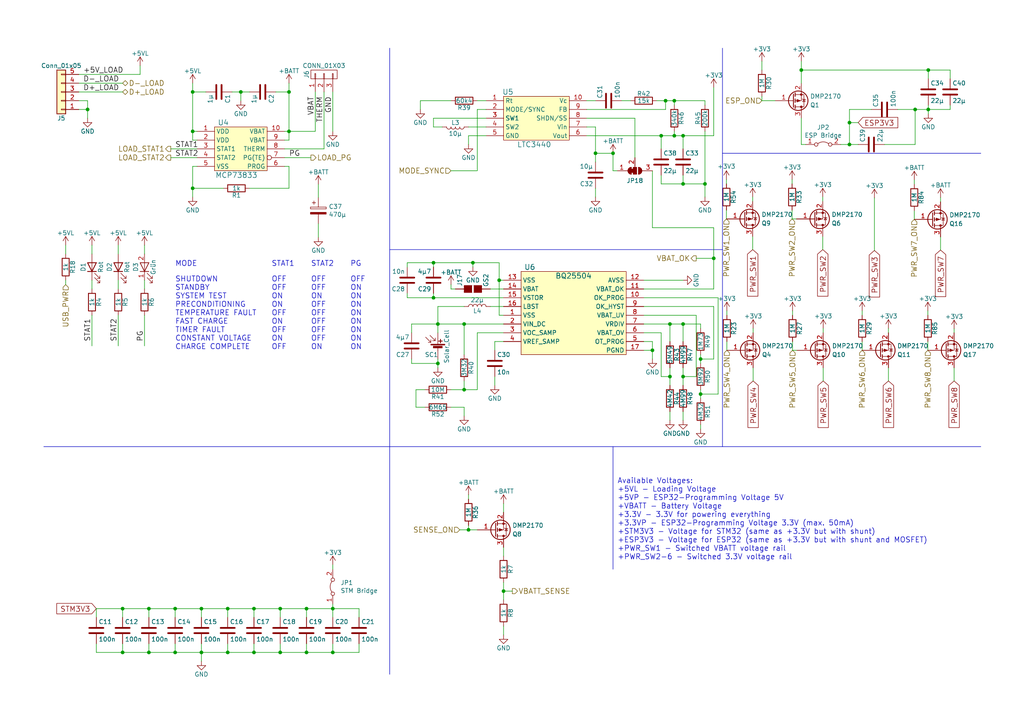
<source format=kicad_sch>
(kicad_sch (version 20200618) (host eeschema "(5.99.0-2142-ge9b99cc8b)")

  (page 1 8)

  (paper "A4")

  (title_block
    (title "RhizoTech - Motherboard - Powersupply")
    (date "2018-11-09")
    (rev "V2")
    (company "TH Köln Institut für Nachrichtentechnik")
  )

  (lib_symbols
    (symbol "AddedComponents:BQ25504"
      (property "Reference" "U" (id 0) (at -13.97 13.97 0)
        (effects (font (size 1.524 1.524)))
      )
      (property "Value" "BQ25504" (id 1) (at -1.27 11.43 0)
        (effects (font (size 1.524 1.524)))
      )
      (property "Footprint" "" (id 2) (at -3.81 0 0)
        (effects (font (size 1.524 1.524)) hide)
      )
      (property "Datasheet" "" (id 3) (at -3.81 0 0)
        (effects (font (size 1.524 1.524)) hide)
      )
      (symbol "BQ25504_0_1"
        (rectangle (start -16.51 12.7) (end 13.97 -11.43)
          (stroke (width 0)) (fill (type background))
        )
      )
      (symbol "BQ25504_1_1"
        (pin input line (at -21.59 0 0) (length 5.08)
          (name "VSS" (effects (font (size 1.27 1.27))))
          (number "1" (effects (font (size 1.27 1.27))))
        )
        (pin power_in line (at -21.59 -2.54 0) (length 5.08)
          (name "VIN_DC" (effects (font (size 1.27 1.27))))
          (number "2" (effects (font (size 1.27 1.27))))
        )
        (pin input line (at -21.59 -5.08 0) (length 5.08)
          (name "VOC_SAMP" (effects (font (size 1.27 1.27))))
          (number "3" (effects (font (size 1.27 1.27))))
        )
        (pin input line (at -21.59 -7.62 0) (length 5.08)
          (name "VREF_SAMP" (effects (font (size 1.27 1.27))))
          (number "4" (effects (font (size 1.27 1.27))))
        )
        (pin input line (at 19.05 -7.62 180) (length 5.08)
          (name "OT_PROG" (effects (font (size 1.27 1.27))))
          (number "5" (effects (font (size 1.27 1.27))))
        )
        (pin input line (at 19.05 -5.08 180) (length 5.08)
          (name "VBAT_OV" (effects (font (size 1.27 1.27))))
          (number "6" (effects (font (size 1.27 1.27))))
        )
        (pin output line (at 19.05 -2.54 180) (length 5.08)
          (name "VRDIV" (effects (font (size 1.27 1.27))))
          (number "7" (effects (font (size 1.27 1.27))))
        )
        (pin input line (at 19.05 0 180) (length 5.08)
          (name "VBAT_UV" (effects (font (size 1.27 1.27))))
          (number "8" (effects (font (size 1.27 1.27))))
        )
        (pin input line (at 19.05 2.54 180) (length 5.08)
          (name "OK_HYST" (effects (font (size 1.27 1.27))))
          (number "9" (effects (font (size 1.27 1.27))))
        )
        (pin input line (at 19.05 5.08 180) (length 5.08)
          (name "OK_PROG" (effects (font (size 1.27 1.27))))
          (number "10" (effects (font (size 1.27 1.27))))
        )
        (pin output line (at 19.05 7.62 180) (length 5.08)
          (name "VBAT_OK" (effects (font (size 1.27 1.27))))
          (number "11" (effects (font (size 1.27 1.27))))
        )
        (pin power_in line (at 19.05 10.16 180) (length 5.08)
          (name "AVSS" (effects (font (size 1.27 1.27))))
          (number "12" (effects (font (size 1.27 1.27))))
        )
        (pin power_in line (at -21.59 10.16 0) (length 5.08)
          (name "VSS" (effects (font (size 1.27 1.27))))
          (number "13" (effects (font (size 1.27 1.27))))
        )
        (pin bidirectional line (at -21.59 7.62 0) (length 5.08)
          (name "VBAT" (effects (font (size 1.27 1.27))))
          (number "14" (effects (font (size 1.27 1.27))))
        )
        (pin output line (at -21.59 5.08 0) (length 5.08)
          (name "VSTOR" (effects (font (size 1.27 1.27))))
          (number "15" (effects (font (size 1.27 1.27))))
        )
        (pin input line (at -21.59 2.54 0) (length 5.08)
          (name "LBST" (effects (font (size 1.27 1.27))))
          (number "16" (effects (font (size 1.27 1.27))))
        )
        (pin power_in line (at 19.05 -10.16 180) (length 5.08)
          (name "PGND" (effects (font (size 1.27 1.27))))
          (number "17" (effects (font (size 1.27 1.27))))
        )
      )
    )
    (symbol "BaseCircuit_V2-rescue:C" (pin_numbers hide) (pin_names (offset 0.254))
      (property "Reference" "C" (id 0) (at 0.635 2.54 0)
        (effects (font (size 1.27 1.27)) (justify left))
      )
      (property "Value" "C" (id 1) (at 0.635 -2.54 0)
        (effects (font (size 1.27 1.27)) (justify left))
      )
      (property "Footprint" "" (id 2) (at 0.9652 -3.81 0)
        (effects (font (size 1.27 1.27)) hide)
      )
      (property "Datasheet" "" (id 3) (at 0 0 0)
        (effects (font (size 1.27 1.27)) hide)
      )
      (property "ki_fp_filters" "C_*" (id 4) (at 0 0 0)
        (effects (font (size 1.27 1.27)) hide)
      )
      (symbol "C_0_1"
        (polyline
          (pts (xy -2.032 -0.762) (xy 2.032 -0.762))
          (stroke (width 0.508)) (fill (type none))
        )
        (polyline
          (pts (xy -2.032 0.762) (xy 2.032 0.762))
          (stroke (width 0.508)) (fill (type none))
        )
      )
      (symbol "C_1_1"
        (pin passive line (at 0 3.81 270) (length 2.794)
          (name "~" (effects (font (size 1.27 1.27))))
          (number "1" (effects (font (size 1.27 1.27))))
        )
        (pin passive line (at 0 -3.81 90) (length 2.794)
          (name "~" (effects (font (size 1.27 1.27))))
          (number "2" (effects (font (size 1.27 1.27))))
        )
      )
    )
    (symbol "BaseCircuit_V2-rescue:CONN_01X03" (pin_names hide)
      (property "Reference" "J" (id 0) (at 0 5.08 0)
        (effects (font (size 1.27 1.27)))
      )
      (property "Value" "CONN_01X03" (id 1) (at 2.54 0 90)
        (effects (font (size 1.27 1.27)))
      )
      (property "Footprint" "" (id 2) (at 0 0 0)
        (effects (font (size 1.27 1.27)) hide)
      )
      (property "Datasheet" "" (id 3) (at 0 0 0)
        (effects (font (size 1.27 1.27)) hide)
      )
      (property "ki_fp_filters" "Pin_Header_Straight_1X*\nPin_Header_Angled_1X*\nSocket_Strip_Straight_1X*\nSocket_Strip_Angled_1X*" (id 4) (at 0 0 0)
        (effects (font (size 1.27 1.27)) hide)
      )
      (symbol "CONN_01X03_0_1"
        (rectangle (start -1.27 -2.413) (end 0.254 -2.667)
          (stroke (width 0)) (fill (type none))
        )
        (rectangle (start -1.27 0.127) (end 0.254 -0.127)
          (stroke (width 0)) (fill (type none))
        )
        (rectangle (start -1.27 2.667) (end 0.254 2.413)
          (stroke (width 0)) (fill (type none))
        )
        (rectangle (start -1.27 3.81) (end 1.27 -3.81)
          (stroke (width 0)) (fill (type none))
        )
      )
      (symbol "CONN_01X03_1_1"
        (pin passive line (at -5.08 2.54 0) (length 3.81)
          (name "P1" (effects (font (size 1.27 1.27))))
          (number "1" (effects (font (size 1.27 1.27))))
        )
        (pin passive line (at -5.08 0 0) (length 3.81)
          (name "P2" (effects (font (size 1.27 1.27))))
          (number "2" (effects (font (size 1.27 1.27))))
        )
        (pin passive line (at -5.08 -2.54 0) (length 3.81)
          (name "P3" (effects (font (size 1.27 1.27))))
          (number "3" (effects (font (size 1.27 1.27))))
        )
      )
    )
    (symbol "BaseCircuit_V2-rescue:Conn_01x05" (pin_names hide)
      (property "Reference" "J" (id 0) (at 0 7.62 0)
        (effects (font (size 1.27 1.27)))
      )
      (property "Value" "Conn_01x05" (id 1) (at 0 -7.62 0)
        (effects (font (size 1.27 1.27)))
      )
      (property "Footprint" "" (id 2) (at 0 0 0)
        (effects (font (size 1.27 1.27)) hide)
      )
      (property "Datasheet" "" (id 3) (at 0 0 0)
        (effects (font (size 1.27 1.27)) hide)
      )
      (property "ki_fp_filters" "Connector*:*_??x*mm*\nConnector*:*1x??x*mm*\nPin?Header?Straight?1X*\nPin?Header?Angled?1X*\nSocket?Strip?Straight?1X*\nSocket?Strip?Angled?1X*" (id 4) (at 0 0 0)
        (effects (font (size 1.27 1.27)) hide)
      )
      (symbol "Conn_01x05_1_1"
        (rectangle (start -1.27 -4.953) (end 0 -5.207)
          (stroke (width 0.1524)) (fill (type none))
        )
        (rectangle (start -1.27 -2.413) (end 0 -2.667)
          (stroke (width 0.1524)) (fill (type none))
        )
        (rectangle (start -1.27 0.127) (end 0 -0.127)
          (stroke (width 0.1524)) (fill (type none))
        )
        (rectangle (start -1.27 2.667) (end 0 2.413)
          (stroke (width 0.1524)) (fill (type none))
        )
        (rectangle (start -1.27 5.207) (end 0 4.953)
          (stroke (width 0.1524)) (fill (type none))
        )
        (rectangle (start -1.27 6.35) (end 1.27 -6.35)
          (stroke (width 0.254)) (fill (type background))
        )
        (pin passive line (at -5.08 5.08 0) (length 3.81)
          (name "Pin_1" (effects (font (size 1.27 1.27))))
          (number "1" (effects (font (size 1.27 1.27))))
        )
        (pin passive line (at -5.08 2.54 0) (length 3.81)
          (name "Pin_2" (effects (font (size 1.27 1.27))))
          (number "2" (effects (font (size 1.27 1.27))))
        )
        (pin passive line (at -5.08 0 0) (length 3.81)
          (name "Pin_3" (effects (font (size 1.27 1.27))))
          (number "3" (effects (font (size 1.27 1.27))))
        )
        (pin passive line (at -5.08 -2.54 0) (length 3.81)
          (name "Pin_4" (effects (font (size 1.27 1.27))))
          (number "4" (effects (font (size 1.27 1.27))))
        )
        (pin passive line (at -5.08 -5.08 0) (length 3.81)
          (name "Pin_5" (effects (font (size 1.27 1.27))))
          (number "5" (effects (font (size 1.27 1.27))))
        )
      )
    )
    (symbol "BaseCircuit_V2-rescue:GS2" (pin_numbers hide) (pin_names hide)
      (property "Reference" "J" (id 0) (at 2.54 3.81 0)
        (effects (font (size 1.27 1.27)))
      )
      (property "Value" "GS2" (id 1) (at 2.54 -3.7846 0)
        (effects (font (size 1.27 1.27)))
      )
      (property "Footprint" "Connectors:GS2" (id 2) (at 1.8796 0 90)
        (effects (font (size 1.27 1.27)) hide)
      )
      (property "Datasheet" "" (id 3) (at 0 0 0)
        (effects (font (size 1.27 1.27)) hide)
      )
      (property "ki_fp_filters" "GS*" (id 4) (at 0 0 0)
        (effects (font (size 1.27 1.27)) hide)
      )
      (symbol "GS2_0_1"
        (polyline
          (pts (xy -1.016 -0.254) (xy -1.016 -2.54) (xy 1.016 -2.54) (xy 1.016 -0.254))
          (stroke (width 0)) (fill (type outline))
        )
        (polyline
          (pts (xy -1.016 0.254) (xy -1.016 2.54) (xy 1.016 2.54) (xy 1.016 0.254))
          (stroke (width 0)) (fill (type outline))
        )
      )
      (symbol "GS2_1_1"
        (pin passive line (at 0 5.08 270) (length 2.54)
          (name "G1" (effects (font (size 1.27 1.27))))
          (number "1" (effects (font (size 1.27 1.27))))
        )
        (pin passive line (at 0 -5.08 90) (length 2.54)
          (name "G2" (effects (font (size 1.27 1.27))))
          (number "2" (effects (font (size 1.27 1.27))))
        )
      )
    )
    (symbol "BaseCircuit_V2-rescue:L" (pin_numbers hide) (pin_names hide)
      (property "Reference" "L" (id 0) (at -1.27 0 90)
        (effects (font (size 1.27 1.27)))
      )
      (property "Value" "L" (id 1) (at 1.905 0 90)
        (effects (font (size 1.27 1.27)))
      )
      (property "Footprint" "" (id 2) (at 0 0 0)
        (effects (font (size 1.27 1.27)) hide)
      )
      (property "Datasheet" "" (id 3) (at 0 0 0)
        (effects (font (size 1.27 1.27)) hide)
      )
      (property "ki_fp_filters" "Choke_*\n*Coil*\nInductor_*\nL_*" (id 4) (at 0 0 0)
        (effects (font (size 1.27 1.27)) hide)
      )
      (symbol "L_0_1"
        (arc (start 0 -2.54) (end 0 -1.27) (radius (at 0 -1.905) (length 0.635) (angles -89.9 89.9))
          (stroke (width 0)) (fill (type none))
        )
        (arc (start 0 -1.27) (end 0 0) (radius (at 0 -0.635) (length 0.635) (angles -89.9 89.9))
          (stroke (width 0)) (fill (type none))
        )
        (arc (start 0 0) (end 0 1.27) (radius (at 0 0.635) (length 0.635) (angles -89.9 89.9))
          (stroke (width 0)) (fill (type none))
        )
        (arc (start 0 1.27) (end 0 2.54) (radius (at 0 1.905) (length 0.635) (angles -89.9 89.9))
          (stroke (width 0)) (fill (type none))
        )
      )
      (symbol "L_1_1"
        (pin passive line (at 0 3.81 270) (length 1.27)
          (name "1" (effects (font (size 1.27 1.27))))
          (number "1" (effects (font (size 1.27 1.27))))
        )
        (pin passive line (at 0 -3.81 90) (length 1.27)
          (name "2" (effects (font (size 1.27 1.27))))
          (number "2" (effects (font (size 1.27 1.27))))
        )
      )
    )
    (symbol "BaseCircuit_V2-rescue:LED" (pin_names hide)
      (property "Reference" "D" (id 0) (at 0 2.54 0)
        (effects (font (size 1.27 1.27)))
      )
      (property "Value" "LED" (id 1) (at 0 -2.54 0)
        (effects (font (size 1.27 1.27)))
      )
      (property "Footprint" "" (id 2) (at 0 0 0)
        (effects (font (size 1.27 1.27)) hide)
      )
      (property "Datasheet" "" (id 3) (at 0 0 0)
        (effects (font (size 1.27 1.27)) hide)
      )
      (property "ki_fp_filters" "LED*" (id 4) (at 0 0 0)
        (effects (font (size 1.27 1.27)) hide)
      )
      (symbol "LED_0_1"
        (polyline
          (pts (xy -1.27 -1.27) (xy -1.27 1.27))
          (stroke (width 0.2032)) (fill (type none))
        )
        (polyline
          (pts (xy -1.27 0) (xy 1.27 0))
          (stroke (width 0)) (fill (type none))
        )
        (polyline
          (pts (xy 1.27 -1.27) (xy 1.27 1.27) (xy -1.27 0) (xy 1.27 -1.27))
          (stroke (width 0.2032)) (fill (type none))
        )
        (polyline
          (pts (xy -3.048 -0.762) (xy -4.572 -2.286) (xy -3.81 -2.286) (xy -4.572 -2.286)
               (xy -4.572 -1.524)
          )
          (stroke (width 0)) (fill (type none))
        )
        (polyline
          (pts (xy -1.778 -0.762) (xy -3.302 -2.286) (xy -2.54 -2.286) (xy -3.302 -2.286)
               (xy -3.302 -1.524)
          )
          (stroke (width 0)) (fill (type none))
        )
      )
      (symbol "LED_1_1"
        (pin passive line (at -3.81 0 0) (length 2.54)
          (name "K" (effects (font (size 1.27 1.27))))
          (number "1" (effects (font (size 1.27 1.27))))
        )
        (pin passive line (at 3.81 0 180) (length 2.54)
          (name "A" (effects (font (size 1.27 1.27))))
          (number "2" (effects (font (size 1.27 1.27))))
        )
      )
    )
    (symbol "BaseCircuit_V2-rescue:MCP73833"
      (property "Reference" "U" (id 0) (at -5.08 7.62 0)
        (effects (font (size 1.524 1.524)))
      )
      (property "Value" "MCP73833" (id 1) (at -1.27 -7.62 0)
        (effects (font (size 1.524 1.524)))
      )
      (property "Footprint" "" (id 2) (at 5.08 0 0)
        (effects (font (size 1.524 1.524)) hide)
      )
      (property "Datasheet" "" (id 3) (at 5.08 0 0)
        (effects (font (size 1.524 1.524)) hide)
      )
      (property "ki_fp_filters" "MSOP*" (id 4) (at 0 0 0)
        (effects (font (size 1.27 1.27)) hide)
      )
      (symbol "MCP73833_0_1"
        (rectangle (start -7.62 6.35) (end 7.62 -6.35)
          (stroke (width 0)) (fill (type background))
        )
      )
      (symbol "MCP73833_1_1"
        (pin power_in line (at -12.7 5.08 0) (length 5.08)
          (name "VDD" (effects (font (size 1.27 1.27))))
          (number "1" (effects (font (size 1.27 1.27))))
        )
        (pin power_out line (at 12.7 5.08 180) (length 5.08)
          (name "VBAT" (effects (font (size 1.27 1.27))))
          (number "10" (effects (font (size 1.27 1.27))))
        )
        (pin power_in line (at -12.7 2.54 0) (length 5.08)
          (name "VDD" (effects (font (size 1.27 1.27))))
          (number "2" (effects (font (size 1.27 1.27))))
        )
        (pin output line (at -12.7 0 0) (length 5.08)
          (name "STAT1" (effects (font (size 1.27 1.27))))
          (number "3" (effects (font (size 1.27 1.27))))
        )
        (pin output line (at -12.7 -2.54 0) (length 5.08)
          (name "STAT2" (effects (font (size 1.27 1.27))))
          (number "4" (effects (font (size 1.27 1.27))))
        )
        (pin power_in line (at -12.7 -5.08 0) (length 5.08)
          (name "VSS" (effects (font (size 1.27 1.27))))
          (number "5" (effects (font (size 1.27 1.27))))
        )
        (pin bidirectional line (at 12.7 -5.08 180) (length 5.08)
          (name "PROG" (effects (font (size 1.27 1.27))))
          (number "6" (effects (font (size 1.27 1.27))))
        )
        (pin bidirectional inverted (at 12.7 -2.54 180) (length 5.08)
          (name "PG(TE)" (effects (font (size 1.27 1.27))))
          (number "7" (effects (font (size 1.27 1.27))))
        )
        (pin input line (at 12.7 0 180) (length 5.08)
          (name "THERM" (effects (font (size 1.27 1.27))))
          (number "8" (effects (font (size 1.27 1.27))))
        )
        (pin power_out line (at 12.7 2.54 180) (length 5.08)
          (name "VBAT" (effects (font (size 1.27 1.27))))
          (number "9" (effects (font (size 1.27 1.27))))
        )
      )
    )
    (symbol "BaseCircuit_V2-rescue:Q_PMOS_GSD" (pin_names (offset 0) hide)
      (property "Reference" "Q" (id 0) (at 5.08 1.27 0)
        (effects (font (size 1.27 1.27)) (justify left))
      )
      (property "Value" "Q_PMOS_GSD" (id 1) (at 5.08 -1.27 0)
        (effects (font (size 1.27 1.27)) (justify left))
      )
      (property "Footprint" "" (id 2) (at 5.08 2.54 0)
        (effects (font (size 1.27 1.27)) hide)
      )
      (property "Datasheet" "" (id 3) (at 0 0 0)
        (effects (font (size 1.27 1.27)) hide)
      )
      (symbol "Q_PMOS_GSD_0_1"
        (circle (center 1.651 0) (radius 2.8194) (stroke (width 0.254)) (fill (type none)))
        (circle (center 2.54 -1.778) (radius 0.2794) (stroke (width 0)) (fill (type outline)))
        (circle (center 2.54 1.778) (radius 0.2794) (stroke (width 0)) (fill (type outline)))
        (polyline
          (pts (xy 0.0508 0) (xy 0.254 0))
          (stroke (width 0)) (fill (type none))
        )
        (polyline
          (pts (xy 0.762 -1.778) (xy 2.54 -1.778))
          (stroke (width 0)) (fill (type none))
        )
        (polyline
          (pts (xy 0.762 -1.27) (xy 0.762 -2.286))
          (stroke (width 0.254)) (fill (type none))
        )
        (polyline
          (pts (xy 0.762 0) (xy 2.54 0))
          (stroke (width 0)) (fill (type none))
        )
        (polyline
          (pts (xy 0.762 0.508) (xy 0.762 -0.508))
          (stroke (width 0.254)) (fill (type none))
        )
        (polyline
          (pts (xy 0.762 1.778) (xy 2.54 1.778))
          (stroke (width 0)) (fill (type none))
        )
        (polyline
          (pts (xy 0.762 2.286) (xy 0.762 1.27))
          (stroke (width 0.254)) (fill (type none))
        )
        (polyline
          (pts (xy 2.54 -1.778) (xy 2.54 -2.54))
          (stroke (width 0)) (fill (type none))
        )
        (polyline
          (pts (xy 2.54 -1.778) (xy 2.54 0))
          (stroke (width 0)) (fill (type none))
        )
        (polyline
          (pts (xy 2.54 2.54) (xy 2.54 1.778))
          (stroke (width 0)) (fill (type none))
        )
        (polyline
          (pts (xy 0.254 1.905) (xy 0.254 -1.905) (xy 0.254 -1.905))
          (stroke (width 0.254)) (fill (type none))
        )
        (polyline
          (pts (xy 2.286 0) (xy 1.27 -0.381) (xy 1.27 0.381) (xy 2.286 0))
          (stroke (width 0)) (fill (type outline))
        )
        (polyline
          (pts (xy 2.54 -1.778) (xy 3.302 -1.778) (xy 3.302 1.778) (xy 2.54 1.778))
          (stroke (width 0)) (fill (type none))
        )
        (polyline
          (pts (xy 2.794 -0.508) (xy 2.921 -0.381) (xy 3.683 -0.381) (xy 3.81 -0.254))
          (stroke (width 0)) (fill (type none))
        )
        (polyline
          (pts (xy 3.302 -0.381) (xy 2.921 0.254) (xy 3.683 0.254) (xy 3.302 -0.381))
          (stroke (width 0)) (fill (type none))
        )
      )
      (symbol "Q_PMOS_GSD_1_1"
        (pin input line (at -5.08 0 0) (length 5.08)
          (name "G" (effects (font (size 1.27 1.27))))
          (number "1" (effects (font (size 1.27 1.27))))
        )
        (pin passive line (at 2.54 -5.08 90) (length 2.54)
          (name "S" (effects (font (size 1.27 1.27))))
          (number "2" (effects (font (size 1.27 1.27))))
        )
        (pin passive line (at 2.54 5.08 270) (length 2.54)
          (name "D" (effects (font (size 1.27 1.27))))
          (number "3" (effects (font (size 1.27 1.27))))
        )
      )
    )
    (symbol "BaseCircuit_V2-rescue:R" (pin_numbers hide) (pin_names (offset 0))
      (property "Reference" "R" (id 0) (at 2.032 0 90)
        (effects (font (size 1.27 1.27)))
      )
      (property "Value" "R" (id 1) (at 0 0 90)
        (effects (font (size 1.27 1.27)))
      )
      (property "Footprint" "" (id 2) (at -1.778 0 90)
        (effects (font (size 1.27 1.27)) hide)
      )
      (property "Datasheet" "" (id 3) (at 0 0 0)
        (effects (font (size 1.27 1.27)) hide)
      )
      (property "ki_fp_filters" "R_*\nR_*" (id 4) (at 0 0 0)
        (effects (font (size 1.27 1.27)) hide)
      )
      (symbol "R_0_1"
        (rectangle (start -1.016 -2.54) (end 1.016 2.54)
          (stroke (width 0.254)) (fill (type none))
        )
      )
      (symbol "R_1_1"
        (pin passive line (at 0 3.81 270) (length 1.27)
          (name "~" (effects (font (size 1.27 1.27))))
          (number "1" (effects (font (size 1.27 1.27))))
        )
        (pin passive line (at 0 -3.81 90) (length 1.27)
          (name "~" (effects (font (size 1.27 1.27))))
          (number "2" (effects (font (size 1.27 1.27))))
        )
      )
    )
    (symbol "BaseCircuit_V2-rescue:Solar_Cell" (pin_numbers hide) (pin_names (offset 0) hide)
      (property "Reference" "SC" (id 0) (at 2.54 2.54 0)
        (effects (font (size 1.27 1.27)) (justify left))
      )
      (property "Value" "Solar_Cell" (id 1) (at 2.54 0 0)
        (effects (font (size 1.27 1.27)) (justify left))
      )
      (property "Footprint" "" (id 2) (at 0 1.524 90)
        (effects (font (size 1.27 1.27)) hide)
      )
      (property "Datasheet" "" (id 3) (at 0 1.524 90)
        (effects (font (size 1.27 1.27)) hide)
      )
      (symbol "Solar_Cell_0_1"
        (rectangle (start -2.032 1.778) (end 2.032 1.524)
          (stroke (width 0)) (fill (type outline))
        )
        (rectangle (start -1.3208 1.1938) (end 1.27 0.6858)
          (stroke (width 0)) (fill (type outline))
        )
        (polyline
          (pts (xy -2.032 2.286) (xy -3.556 3.81))
          (stroke (width 0)) (fill (type none))
        )
        (polyline
          (pts (xy -0.762 2.794) (xy -2.286 4.318))
          (stroke (width 0)) (fill (type none))
        )
        (polyline
          (pts (xy 0 0.762) (xy 0 0))
          (stroke (width 0)) (fill (type none))
        )
        (polyline
          (pts (xy 0 1.778) (xy 0 2.54))
          (stroke (width 0)) (fill (type none))
        )
        (polyline
          (pts (xy 0.254 2.667) (xy 1.27 2.667))
          (stroke (width 0.254)) (fill (type none))
        )
        (polyline
          (pts (xy 0.762 3.175) (xy 0.762 2.159))
          (stroke (width 0.254)) (fill (type none))
        )
        (polyline
          (pts (xy -2.032 3.048) (xy -2.032 2.286) (xy -2.794 2.286))
          (stroke (width 0)) (fill (type none))
        )
        (polyline
          (pts (xy -0.762 3.556) (xy -0.762 2.794) (xy -1.524 2.794))
          (stroke (width 0)) (fill (type none))
        )
      )
      (symbol "Solar_Cell_1_1"
        (pin passive line (at 0 5.08 270) (length 2.54)
          (name "+" (effects (font (size 1.27 1.27))))
          (number "1" (effects (font (size 1.27 1.27))))
        )
        (pin passive line (at 0 -2.54 90) (length 2.54)
          (name "-" (effects (font (size 1.27 1.27))))
          (number "2" (effects (font (size 1.27 1.27))))
        )
      )
    )
    (symbol "Device:CP" (pin_numbers hide) (pin_names (offset 0.254))
      (property "Reference" "C" (id 0) (at 0.635 2.54 0)
        (effects (font (size 1.27 1.27)) (justify left))
      )
      (property "Value" "CP" (id 1) (at 0.635 -2.54 0)
        (effects (font (size 1.27 1.27)) (justify left))
      )
      (property "Footprint" "" (id 2) (at 0.9652 -3.81 0)
        (effects (font (size 1.27 1.27)) hide)
      )
      (property "Datasheet" "~" (id 3) (at 0 0 0)
        (effects (font (size 1.27 1.27)) hide)
      )
      (property "ki_keywords" "cap capacitor" (id 4) (at 0 0 0)
        (effects (font (size 1.27 1.27)) hide)
      )
      (property "ki_description" "Polarized capacitor" (id 5) (at 0 0 0)
        (effects (font (size 1.27 1.27)) hide)
      )
      (property "ki_fp_filters" "CP_*" (id 6) (at 0 0 0)
        (effects (font (size 1.27 1.27)) hide)
      )
      (symbol "CP_0_1"
        (rectangle (start -2.286 0.508) (end 2.286 1.016)
          (stroke (width 0)) (fill (type none))
        )
        (rectangle (start 2.286 -0.508) (end -2.286 -1.016)
          (stroke (width 0)) (fill (type outline))
        )
        (polyline
          (pts (xy -1.778 2.286) (xy -0.762 2.286))
          (stroke (width 0)) (fill (type none))
        )
        (polyline
          (pts (xy -1.27 2.794) (xy -1.27 1.778))
          (stroke (width 0)) (fill (type none))
        )
      )
      (symbol "CP_1_1"
        (pin passive line (at 0 3.81 270) (length 2.794)
          (name "~" (effects (font (size 1.27 1.27))))
          (number "1" (effects (font (size 1.27 1.27))))
        )
        (pin passive line (at 0 -3.81 90) (length 2.794)
          (name "~" (effects (font (size 1.27 1.27))))
          (number "2" (effects (font (size 1.27 1.27))))
        )
      )
    )
    (symbol "Device:LED" (pin_numbers hide) (pin_names hide)
      (property "Reference" "D" (id 0) (at 0 2.54 0)
        (effects (font (size 1.27 1.27)))
      )
      (property "Value" "LED" (id 1) (at 0 -2.54 0)
        (effects (font (size 1.27 1.27)))
      )
      (property "Footprint" "" (id 2) (at 0 0 0)
        (effects (font (size 1.27 1.27)) hide)
      )
      (property "Datasheet" "~" (id 3) (at 0 0 0)
        (effects (font (size 1.27 1.27)) hide)
      )
      (property "ki_keywords" "LED diode" (id 4) (at 0 0 0)
        (effects (font (size 1.27 1.27)) hide)
      )
      (property "ki_description" "Light emitting diode" (id 5) (at 0 0 0)
        (effects (font (size 1.27 1.27)) hide)
      )
      (property "ki_fp_filters" "LED*\nLED_SMD:*\nLED_THT:*" (id 6) (at 0 0 0)
        (effects (font (size 1.27 1.27)) hide)
      )
      (symbol "LED_0_1"
        (polyline
          (pts (xy -1.27 -1.27) (xy -1.27 1.27))
          (stroke (width 0.254)) (fill (type none))
        )
        (polyline
          (pts (xy -1.27 0) (xy 1.27 0))
          (stroke (width 0)) (fill (type none))
        )
        (polyline
          (pts (xy 1.27 -1.27) (xy 1.27 1.27) (xy -1.27 0) (xy 1.27 -1.27))
          (stroke (width 0.254)) (fill (type none))
        )
        (polyline
          (pts (xy -3.048 -0.762) (xy -4.572 -2.286) (xy -3.81 -2.286) (xy -4.572 -2.286)
               (xy -4.572 -1.524)
          )
          (stroke (width 0)) (fill (type none))
        )
        (polyline
          (pts (xy -1.778 -0.762) (xy -3.302 -2.286) (xy -2.54 -2.286) (xy -3.302 -2.286)
               (xy -3.302 -1.524)
          )
          (stroke (width 0)) (fill (type none))
        )
      )
      (symbol "LED_1_1"
        (pin passive line (at -3.81 0 0) (length 2.54)
          (name "K" (effects (font (size 1.27 1.27))))
          (number "1" (effects (font (size 1.27 1.27))))
        )
        (pin passive line (at 3.81 0 180) (length 2.54)
          (name "A" (effects (font (size 1.27 1.27))))
          (number "2" (effects (font (size 1.27 1.27))))
        )
      )
    )
    (symbol "Jumper:Jumper_2_Bridged" (pin_names (offset 0) hide)
      (property "Reference" "JP" (id 0) (at 0 1.905 0)
        (effects (font (size 1.27 1.27)))
      )
      (property "Value" "Jumper_2_Bridged" (id 1) (at 0 -2.54 0)
        (effects (font (size 1.27 1.27)))
      )
      (property "Footprint" "" (id 2) (at 0 0 0)
        (effects (font (size 1.27 1.27)) hide)
      )
      (property "Datasheet" "~" (id 3) (at 0 0 0)
        (effects (font (size 1.27 1.27)) hide)
      )
      (property "ki_keywords" "Jumper SPST" (id 4) (at 0 0 0)
        (effects (font (size 1.27 1.27)) hide)
      )
      (property "ki_description" "Jumper, 2-pole, closed/bridged" (id 5) (at 0 0 0)
        (effects (font (size 1.27 1.27)) hide)
      )
      (property "ki_fp_filters" "Jumper*\nTestPoint*2Pads*\nTestPoint*Bridge*" (id 6) (at 0 0 0)
        (effects (font (size 1.27 1.27)) hide)
      )
      (symbol "Jumper_2_Bridged_0_1"
        (arc (start -1.524 0.254) (end 1.524 0.254) (radius (at 0 -1.778) (length 2.54) (angles 126.9 53.1))
          (stroke (width 0)) (fill (type none))
        )
      )
      (symbol "Jumper_2_Bridged_0_0"
        (circle (center -2.032 0) (radius 0.508) (stroke (width 0)) (fill (type none)))
        (circle (center 2.032 0) (radius 0.508) (stroke (width 0)) (fill (type none)))
      )
      (symbol "Jumper_2_Bridged_1_1"
        (pin passive line (at -5.08 0 0) (length 2.54)
          (name "A" (effects (font (size 1.27 1.27))))
          (number "1" (effects (font (size 1.27 1.27))))
        )
        (pin passive line (at 5.08 0 180) (length 2.54)
          (name "B" (effects (font (size 1.27 1.27))))
          (number "2" (effects (font (size 1.27 1.27))))
        )
      )
    )
    (symbol "Jumper:SolderJumper_3_Bridged12" (pin_names (offset 0) hide)
      (property "Reference" "JP" (id 0) (at -2.54 -2.54 0)
        (effects (font (size 1.27 1.27)))
      )
      (property "Value" "SolderJumper_3_Bridged12" (id 1) (at 0 2.794 0)
        (effects (font (size 1.27 1.27)))
      )
      (property "Footprint" "" (id 2) (at 0 0 0)
        (effects (font (size 1.27 1.27)) hide)
      )
      (property "Datasheet" "~" (id 3) (at 0 0 0)
        (effects (font (size 1.27 1.27)) hide)
      )
      (property "ki_keywords" "Solder Jumper SPDT" (id 4) (at 0 0 0)
        (effects (font (size 1.27 1.27)) hide)
      )
      (property "ki_description" "3-pole Solder Jumper, pins 1+2 closed/bridged" (id 5) (at 0 0 0)
        (effects (font (size 1.27 1.27)) hide)
      )
      (property "ki_fp_filters" "SolderJumper*Bridged12*" (id 6) (at 0 0 0)
        (effects (font (size 1.27 1.27)) hide)
      )
      (symbol "SolderJumper_3_Bridged12_0_1"
        (arc (start -1.016 1.016) (end -1.016 -1.016) (radius (at -1.016 0) (length 1.016) (angles 90.1 -90.1))
          (stroke (width 0)) (fill (type none))
        )
        (arc (start -1.016 1.016) (end -1.016 -1.016) (radius (at -1.016 0) (length 1.016) (angles 90.1 -90.1))
          (stroke (width 0)) (fill (type outline))
        )
        (arc (start 1.016 -1.016) (end 1.016 1.016) (radius (at 1.016 0) (length 1.016) (angles -89.9 89.9))
          (stroke (width 0)) (fill (type none))
        )
        (arc (start 1.016 -1.016) (end 1.016 1.016) (radius (at 1.016 0) (length 1.016) (angles -89.9 89.9))
          (stroke (width 0)) (fill (type outline))
        )
        (rectangle (start -1.016 0.508) (end -0.508 -0.508)
          (stroke (width 0)) (fill (type outline))
        )
        (rectangle (start -0.508 1.016) (end 0.508 -1.016)
          (stroke (width 0)) (fill (type outline))
        )
        (polyline
          (pts (xy -2.54 0) (xy -2.032 0))
          (stroke (width 0)) (fill (type none))
        )
        (polyline
          (pts (xy -1.016 1.016) (xy -1.016 -1.016))
          (stroke (width 0)) (fill (type none))
        )
        (polyline
          (pts (xy 0 -1.27) (xy 0 -1.016))
          (stroke (width 0)) (fill (type none))
        )
        (polyline
          (pts (xy 1.016 1.016) (xy 1.016 -1.016))
          (stroke (width 0)) (fill (type none))
        )
        (polyline
          (pts (xy 2.54 0) (xy 2.032 0))
          (stroke (width 0)) (fill (type none))
        )
      )
      (symbol "SolderJumper_3_Bridged12_1_1"
        (pin passive line (at -5.08 0 0) (length 2.54)
          (name "A" (effects (font (size 1.27 1.27))))
          (number "1" (effects (font (size 1.27 1.27))))
        )
        (pin input line (at 0 -3.81 90) (length 2.54)
          (name "C" (effects (font (size 1.27 1.27))))
          (number "2" (effects (font (size 1.27 1.27))))
        )
        (pin passive line (at 5.08 0 180) (length 2.54)
          (name "B" (effects (font (size 1.27 1.27))))
          (number "3" (effects (font (size 1.27 1.27))))
        )
      )
    )
    (symbol "LTC3440:LTC3440"
      (property "Reference" "U" (id 0) (at -8.89 7.62 0)
        (effects (font (size 1.524 1.524)))
      )
      (property "Value" "LTC3440" (id 1) (at -1.27 -7.62 0)
        (effects (font (size 1.524 1.524)))
      )
      (property "Footprint" "" (id 2) (at 5.08 -6.35 0)
        (effects (font (size 1.524 1.524)) hide)
      )
      (property "Datasheet" "" (id 3) (at 5.08 -6.35 0)
        (effects (font (size 1.524 1.524)) hide)
      )
      (symbol "LTC3440_0_1"
        (rectangle (start -10.16 6.35) (end 8.89 -6.35)
          (stroke (width 0)) (fill (type background))
        )
      )
      (symbol "LTC3440_1_1"
        (pin bidirectional line (at -15.24 5.08 0) (length 5.08)
          (name "Rt" (effects (font (size 1.27 1.27))))
          (number "1" (effects (font (size 1.27 1.27))))
        )
        (pin input line (at -15.24 2.54 0) (length 5.08)
          (name "MODE/SYNC" (effects (font (size 1.27 1.27))))
          (number "2" (effects (font (size 1.27 1.27))))
        )
        (pin bidirectional line (at -15.24 0 0) (length 5.08)
          (name "SW1" (effects (font (size 1.27 1.27))))
          (number "3" (effects (font (size 1.27 1.27))))
        )
        (pin bidirectional line (at -15.24 0 0) (length 5.08)
          (name "SW1" (effects (font (size 1.27 1.27))))
          (number "3" (effects (font (size 1.27 1.27))))
        )
        (pin bidirectional line (at -15.24 -2.54 0) (length 5.08)
          (name "SW2" (effects (font (size 1.27 1.27))))
          (number "4" (effects (font (size 1.27 1.27))))
        )
        (pin power_in line (at -15.24 -5.08 0) (length 5.08)
          (name "GND" (effects (font (size 1.27 1.27))))
          (number "5" (effects (font (size 1.27 1.27))))
        )
        (pin power_out line (at 13.97 -5.08 180) (length 5.08)
          (name "Vout" (effects (font (size 1.27 1.27))))
          (number "6" (effects (font (size 1.27 1.27))))
        )
        (pin power_in line (at 13.97 -2.54 180) (length 5.08)
          (name "Vin" (effects (font (size 1.27 1.27))))
          (number "7" (effects (font (size 1.27 1.27))))
        )
        (pin input line (at 13.97 0 180) (length 5.08)
          (name "SHDN/SS" (effects (font (size 1.27 1.27))))
          (number "8" (effects (font (size 1.27 1.27))))
        )
        (pin input line (at 13.97 2.54 180) (length 5.08)
          (name "FB" (effects (font (size 1.27 1.27))))
          (number "9" (effects (font (size 1.27 1.27))))
        )
        (pin power_in line (at 13.97 5.08 180) (length 5.08)
          (name "Vc" (effects (font (size 1.27 1.27))))
          (number "10" (effects (font (size 1.27 1.27))))
        )
      )
    )
    (symbol "power:+3.3V" (power) (pin_names (offset 0))
      (property "Reference" "#PWR" (id 0) (at 0 -3.81 0)
        (effects (font (size 1.27 1.27)) hide)
      )
      (property "Value" "+3.3V" (id 1) (at 0 3.556 0)
        (effects (font (size 1.27 1.27)))
      )
      (property "Footprint" "" (id 2) (at 0 0 0)
        (effects (font (size 1.27 1.27)) hide)
      )
      (property "Datasheet" "" (id 3) (at 0 0 0)
        (effects (font (size 1.27 1.27)) hide)
      )
      (property "ki_keywords" "power-flag" (id 4) (at 0 0 0)
        (effects (font (size 1.27 1.27)) hide)
      )
      (property "ki_description" "Power symbol creates a global label with name \"+3.3V\"" (id 5) (at 0 0 0)
        (effects (font (size 1.27 1.27)) hide)
      )
      (symbol "+3.3V_0_1"
        (polyline
          (pts (xy -0.762 1.27) (xy 0 2.54))
          (stroke (width 0)) (fill (type none))
        )
        (polyline
          (pts (xy 0 0) (xy 0 2.54))
          (stroke (width 0)) (fill (type none))
        )
        (polyline
          (pts (xy 0 2.54) (xy 0.762 1.27))
          (stroke (width 0)) (fill (type none))
        )
      )
      (symbol "+3.3V_1_1"
        (pin power_in line (at 0 0 90) (length 0) hide
          (name "+3V3" (effects (font (size 1.27 1.27))))
          (number "1" (effects (font (size 1.27 1.27))))
        )
      )
    )
    (symbol "power:+5VL" (power) (pin_names (offset 0))
      (property "Reference" "#PWR" (id 0) (at 0 -3.81 0)
        (effects (font (size 1.27 1.27)) hide)
      )
      (property "Value" "+5VL" (id 1) (at 0 3.556 0)
        (effects (font (size 1.27 1.27)))
      )
      (property "Footprint" "" (id 2) (at 0 0 0)
        (effects (font (size 1.27 1.27)) hide)
      )
      (property "Datasheet" "" (id 3) (at 0 0 0)
        (effects (font (size 1.27 1.27)) hide)
      )
      (property "ki_keywords" "power-flag" (id 4) (at 0 0 0)
        (effects (font (size 1.27 1.27)) hide)
      )
      (property "ki_description" "Power symbol creates a global label with name \"+5VL\"" (id 5) (at 0 0 0)
        (effects (font (size 1.27 1.27)) hide)
      )
      (symbol "+5VL_0_1"
        (polyline
          (pts (xy -0.762 1.27) (xy 0 2.54))
          (stroke (width 0)) (fill (type none))
        )
        (polyline
          (pts (xy 0 0) (xy 0 2.54))
          (stroke (width 0)) (fill (type none))
        )
        (polyline
          (pts (xy 0 2.54) (xy 0.762 1.27))
          (stroke (width 0)) (fill (type none))
        )
      )
      (symbol "+5VL_1_1"
        (pin power_in line (at 0 0 90) (length 0) hide
          (name "+5VL" (effects (font (size 1.27 1.27))))
          (number "1" (effects (font (size 1.27 1.27))))
        )
      )
    )
    (symbol "power:+BATT" (power) (pin_names (offset 0))
      (property "Reference" "#PWR" (id 0) (at 0 -3.81 0)
        (effects (font (size 1.27 1.27)) hide)
      )
      (property "Value" "+BATT" (id 1) (at 0 3.556 0)
        (effects (font (size 1.27 1.27)))
      )
      (property "Footprint" "" (id 2) (at 0 0 0)
        (effects (font (size 1.27 1.27)) hide)
      )
      (property "Datasheet" "" (id 3) (at 0 0 0)
        (effects (font (size 1.27 1.27)) hide)
      )
      (property "ki_keywords" "power-flag battery" (id 4) (at 0 0 0)
        (effects (font (size 1.27 1.27)) hide)
      )
      (property "ki_description" "Power symbol creates a global label with name \"+BATT\"" (id 5) (at 0 0 0)
        (effects (font (size 1.27 1.27)) hide)
      )
      (symbol "+BATT_0_1"
        (polyline
          (pts (xy -0.762 1.27) (xy 0 2.54))
          (stroke (width 0)) (fill (type none))
        )
        (polyline
          (pts (xy 0 0) (xy 0 2.54))
          (stroke (width 0)) (fill (type none))
        )
        (polyline
          (pts (xy 0 2.54) (xy 0.762 1.27))
          (stroke (width 0)) (fill (type none))
        )
      )
      (symbol "+BATT_1_1"
        (pin power_in line (at 0 0 90) (length 0) hide
          (name "+BATT" (effects (font (size 1.27 1.27))))
          (number "1" (effects (font (size 1.27 1.27))))
        )
      )
    )
    (symbol "power:GND" (power) (pin_names (offset 0))
      (property "Reference" "#PWR" (id 0) (at 0 -6.35 0)
        (effects (font (size 1.27 1.27)) hide)
      )
      (property "Value" "GND" (id 1) (at 0 -3.81 0)
        (effects (font (size 1.27 1.27)))
      )
      (property "Footprint" "" (id 2) (at 0 0 0)
        (effects (font (size 1.27 1.27)) hide)
      )
      (property "Datasheet" "" (id 3) (at 0 0 0)
        (effects (font (size 1.27 1.27)) hide)
      )
      (property "ki_keywords" "power-flag" (id 4) (at 0 0 0)
        (effects (font (size 1.27 1.27)) hide)
      )
      (property "ki_description" "Power symbol creates a global label with name \"GND\" , ground" (id 5) (at 0 0 0)
        (effects (font (size 1.27 1.27)) hide)
      )
      (symbol "GND_0_1"
        (polyline
          (pts (xy 0 0) (xy 0 -1.27) (xy 1.27 -1.27) (xy 0 -2.54)
               (xy -1.27 -1.27) (xy 0 -1.27)
          )
          (stroke (width 0)) (fill (type none))
        )
      )
      (symbol "GND_1_1"
        (pin power_in line (at 0 0 270) (length 0) hide
          (name "GND" (effects (font (size 1.27 1.27))))
          (number "1" (effects (font (size 1.27 1.27))))
        )
      )
    )
  )

  (junction (at 25.4 31.75) (diameter 0) (color 0 0 0 0))
  (junction (at 35.56 176.53) (diameter 0) (color 0 0 0 0))
  (junction (at 35.56 189.23) (diameter 0) (color 0 0 0 0))
  (junction (at 43.18 176.53) (diameter 0) (color 0 0 0 0))
  (junction (at 43.18 189.23) (diameter 0) (color 0 0 0 0))
  (junction (at 50.8 176.53) (diameter 0) (color 0 0 0 0))
  (junction (at 50.8 189.23) (diameter 0) (color 0 0 0 0))
  (junction (at 55.88 26.67) (diameter 0) (color 0 0 0 0))
  (junction (at 55.88 38.1) (diameter 0) (color 0 0 0 0))
  (junction (at 55.88 54.61) (diameter 0) (color 0 0 0 0))
  (junction (at 58.42 176.53) (diameter 0) (color 0 0 0 0))
  (junction (at 58.42 189.23) (diameter 0) (color 0 0 0 0))
  (junction (at 66.04 176.53) (diameter 0) (color 0 0 0 0))
  (junction (at 66.04 189.23) (diameter 0) (color 0 0 0 0))
  (junction (at 69.85 26.67) (diameter 0) (color 0 0 0 0))
  (junction (at 73.66 176.53) (diameter 0) (color 0 0 0 0))
  (junction (at 73.66 189.23) (diameter 0) (color 0 0 0 0))
  (junction (at 81.28 176.53) (diameter 0) (color 0 0 0 0))
  (junction (at 81.28 189.23) (diameter 0) (color 0 0 0 0))
  (junction (at 83.82 26.67) (diameter 0) (color 0 0 0 0))
  (junction (at 83.82 38.1) (diameter 0) (color 0 0 0 0))
  (junction (at 88.9 176.53) (diameter 0) (color 0 0 0 0))
  (junction (at 88.9 189.23) (diameter 0) (color 0 0 0 0))
  (junction (at 96.52 176.53) (diameter 0) (color 0 0 0 0))
  (junction (at 96.52 189.23) (diameter 0) (color 0 0 0 0))
  (junction (at 125.73 76.2) (diameter 0) (color 0 0 0 0))
  (junction (at 125.73 86.36) (diameter 0) (color 0 0 0 0))
  (junction (at 127 93.98) (diameter 0) (color 0 0 0 0))
  (junction (at 127 105.41) (diameter 0) (color 0 0 0 0))
  (junction (at 134.62 93.98) (diameter 0) (color 0 0 0 0))
  (junction (at 134.62 113.03) (diameter 0) (color 0 0 0 0))
  (junction (at 135.89 153.67) (diameter 0) (color 0 0 0 0))
  (junction (at 137.16 76.2) (diameter 0) (color 0 0 0 0))
  (junction (at 144.78 81.28) (diameter 0) (color 0 0 0 0))
  (junction (at 146.05 171.45) (diameter 0) (color 0 0 0 0))
  (junction (at 172.72 44.45) (diameter 0) (color 0 0 0 0))
  (junction (at 177.8 44.45) (diameter 0) (color 0 0 0 0))
  (junction (at 189.23 101.6) (diameter 0) (color 0 0 0 0))
  (junction (at 191.77 39.37) (diameter 0) (color 0 0 0 0))
  (junction (at 193.04 29.21) (diameter 0) (color 0 0 0 0))
  (junction (at 194.31 93.98) (diameter 0) (color 0 0 0 0))
  (junction (at 194.31 109.22) (diameter 0) (color 0 0 0 0))
  (junction (at 195.58 29.21) (diameter 0) (color 0 0 0 0))
  (junction (at 195.58 39.37) (diameter 0) (color 0 0 0 0))
  (junction (at 198.12 39.37) (diameter 0) (color 0 0 0 0))
  (junction (at 198.12 53.34) (diameter 0) (color 0 0 0 0))
  (junction (at 198.12 93.98) (diameter 0) (color 0 0 0 0))
  (junction (at 198.12 109.22) (diameter 0) (color 0 0 0 0))
  (junction (at 203.2 104.14) (diameter 0) (color 0 0 0 0))
  (junction (at 203.2 114.3) (diameter 0) (color 0 0 0 0))
  (junction (at 204.47 53.34) (diameter 0) (color 0 0 0 0))
  (junction (at 207.01 74.93) (diameter 0) (color 0 0 0 0))
  (junction (at 232.41 20.32) (diameter 0) (color 0 0 0 0))
  (junction (at 246.38 35.56) (diameter 0) (color 0 0 0 0))
  (junction (at 246.38 41.91) (diameter 0) (color 0 0 0 0))
  (junction (at 265.43 31.75) (diameter 0) (color 0 0 0 0))
  (junction (at 269.24 20.32) (diameter 0) (color 0 0 0 0))
  (junction (at 269.24 31.75) (diameter 0) (color 0 0 0 0))

  (wire (pts (xy 19.05 73.66) (xy 19.05 71.12))
    (stroke (width 0) (type solid) (color 0 0 0 0))
  )
  (wire (pts (xy 19.05 81.28) (xy 19.05 82.55))
    (stroke (width 0) (type solid) (color 0 0 0 0))
  )
  (wire (pts (xy 22.86 24.13) (xy 35.56 24.13))
    (stroke (width 0) (type solid) (color 0 0 0 0))
  )
  (wire (pts (xy 22.86 26.67) (xy 35.56 26.67))
    (stroke (width 0) (type solid) (color 0 0 0 0))
  )
  (wire (pts (xy 22.86 29.21) (xy 25.4 29.21))
    (stroke (width 0) (type solid) (color 0 0 0 0))
  )
  (wire (pts (xy 22.86 31.75) (xy 25.4 31.75))
    (stroke (width 0) (type solid) (color 0 0 0 0))
  )
  (wire (pts (xy 25.4 29.21) (xy 25.4 31.75))
    (stroke (width 0) (type solid) (color 0 0 0 0))
  )
  (wire (pts (xy 25.4 31.75) (xy 25.4 34.29))
    (stroke (width 0) (type solid) (color 0 0 0 0))
  )
  (wire (pts (xy 26.67 71.12) (xy 26.67 73.66))
    (stroke (width 0) (type solid) (color 0 0 0 0))
  )
  (wire (pts (xy 26.67 81.28) (xy 26.67 83.82))
    (stroke (width 0) (type solid) (color 0 0 0 0))
  )
  (wire (pts (xy 26.67 91.44) (xy 26.67 100.33))
    (stroke (width 0) (type solid) (color 0 0 0 0))
  )
  (wire (pts (xy 27.94 176.53) (xy 27.94 179.07))
    (stroke (width 0) (type solid) (color 0 0 0 0))
  )
  (wire (pts (xy 27.94 176.53) (xy 35.56 176.53))
    (stroke (width 0) (type solid) (color 0 0 0 0))
  )
  (wire (pts (xy 27.94 186.69) (xy 27.94 189.23))
    (stroke (width 0) (type solid) (color 0 0 0 0))
  )
  (wire (pts (xy 27.94 189.23) (xy 35.56 189.23))
    (stroke (width 0) (type solid) (color 0 0 0 0))
  )
  (wire (pts (xy 34.29 73.66) (xy 34.29 71.12))
    (stroke (width 0) (type solid) (color 0 0 0 0))
  )
  (wire (pts (xy 34.29 81.28) (xy 34.29 83.82))
    (stroke (width 0) (type solid) (color 0 0 0 0))
  )
  (wire (pts (xy 34.29 100.33) (xy 34.29 91.44))
    (stroke (width 0) (type solid) (color 0 0 0 0))
  )
  (wire (pts (xy 35.56 176.53) (xy 43.18 176.53))
    (stroke (width 0) (type solid) (color 0 0 0 0))
  )
  (wire (pts (xy 35.56 179.07) (xy 35.56 176.53))
    (stroke (width 0) (type solid) (color 0 0 0 0))
  )
  (wire (pts (xy 35.56 186.69) (xy 35.56 189.23))
    (stroke (width 0) (type solid) (color 0 0 0 0))
  )
  (wire (pts (xy 35.56 189.23) (xy 43.18 189.23))
    (stroke (width 0) (type solid) (color 0 0 0 0))
  )
  (wire (pts (xy 40.64 19.05) (xy 40.64 21.59))
    (stroke (width 0) (type solid) (color 0 0 0 0))
  )
  (wire (pts (xy 40.64 21.59) (xy 22.86 21.59))
    (stroke (width 0) (type solid) (color 0 0 0 0))
  )
  (wire (pts (xy 41.91 71.12) (xy 41.91 73.66))
    (stroke (width 0) (type solid) (color 0 0 0 0))
  )
  (wire (pts (xy 41.91 83.82) (xy 41.91 81.28))
    (stroke (width 0) (type solid) (color 0 0 0 0))
  )
  (wire (pts (xy 41.91 91.44) (xy 41.91 100.33))
    (stroke (width 0) (type solid) (color 0 0 0 0))
  )
  (wire (pts (xy 43.18 176.53) (xy 43.18 179.07))
    (stroke (width 0) (type solid) (color 0 0 0 0))
  )
  (wire (pts (xy 43.18 176.53) (xy 50.8 176.53))
    (stroke (width 0) (type solid) (color 0 0 0 0))
  )
  (wire (pts (xy 43.18 186.69) (xy 43.18 189.23))
    (stroke (width 0) (type solid) (color 0 0 0 0))
  )
  (wire (pts (xy 43.18 189.23) (xy 50.8 189.23))
    (stroke (width 0) (type solid) (color 0 0 0 0))
  )
  (wire (pts (xy 50.8 176.53) (xy 50.8 179.07))
    (stroke (width 0) (type solid) (color 0 0 0 0))
  )
  (wire (pts (xy 50.8 176.53) (xy 58.42 176.53))
    (stroke (width 0) (type solid) (color 0 0 0 0))
  )
  (wire (pts (xy 50.8 186.69) (xy 50.8 189.23))
    (stroke (width 0) (type solid) (color 0 0 0 0))
  )
  (wire (pts (xy 50.8 189.23) (xy 58.42 189.23))
    (stroke (width 0) (type solid) (color 0 0 0 0))
  )
  (wire (pts (xy 55.88 24.13) (xy 55.88 26.67))
    (stroke (width 0) (type solid) (color 0 0 0 0))
  )
  (wire (pts (xy 55.88 26.67) (xy 55.88 38.1))
    (stroke (width 0) (type solid) (color 0 0 0 0))
  )
  (wire (pts (xy 55.88 38.1) (xy 55.88 40.64))
    (stroke (width 0) (type solid) (color 0 0 0 0))
  )
  (wire (pts (xy 55.88 38.1) (xy 57.15 38.1))
    (stroke (width 0) (type solid) (color 0 0 0 0))
  )
  (wire (pts (xy 55.88 40.64) (xy 57.15 40.64))
    (stroke (width 0) (type solid) (color 0 0 0 0))
  )
  (wire (pts (xy 55.88 48.26) (xy 55.88 54.61))
    (stroke (width 0) (type solid) (color 0 0 0 0))
  )
  (wire (pts (xy 55.88 54.61) (xy 55.88 57.15))
    (stroke (width 0) (type solid) (color 0 0 0 0))
  )
  (wire (pts (xy 55.88 54.61) (xy 64.77 54.61))
    (stroke (width 0) (type solid) (color 0 0 0 0))
  )
  (wire (pts (xy 57.15 43.18) (xy 49.53 43.18))
    (stroke (width 0) (type solid) (color 0 0 0 0))
  )
  (wire (pts (xy 57.15 45.72) (xy 49.53 45.72))
    (stroke (width 0) (type solid) (color 0 0 0 0))
  )
  (wire (pts (xy 57.15 48.26) (xy 55.88 48.26))
    (stroke (width 0) (type solid) (color 0 0 0 0))
  )
  (wire (pts (xy 58.42 176.53) (xy 58.42 179.07))
    (stroke (width 0) (type solid) (color 0 0 0 0))
  )
  (wire (pts (xy 58.42 176.53) (xy 66.04 176.53))
    (stroke (width 0) (type solid) (color 0 0 0 0))
  )
  (wire (pts (xy 58.42 186.69) (xy 58.42 189.23))
    (stroke (width 0) (type solid) (color 0 0 0 0))
  )
  (wire (pts (xy 58.42 189.23) (xy 58.42 191.77))
    (stroke (width 0) (type solid) (color 0 0 0 0))
  )
  (wire (pts (xy 58.42 189.23) (xy 66.04 189.23))
    (stroke (width 0) (type solid) (color 0 0 0 0))
  )
  (wire (pts (xy 59.69 26.67) (xy 55.88 26.67))
    (stroke (width 0) (type solid) (color 0 0 0 0))
  )
  (wire (pts (xy 66.04 176.53) (xy 66.04 179.07))
    (stroke (width 0) (type solid) (color 0 0 0 0))
  )
  (wire (pts (xy 66.04 176.53) (xy 73.66 176.53))
    (stroke (width 0) (type solid) (color 0 0 0 0))
  )
  (wire (pts (xy 66.04 186.69) (xy 66.04 189.23))
    (stroke (width 0) (type solid) (color 0 0 0 0))
  )
  (wire (pts (xy 66.04 189.23) (xy 73.66 189.23))
    (stroke (width 0) (type solid) (color 0 0 0 0))
  )
  (wire (pts (xy 67.31 26.67) (xy 69.85 26.67))
    (stroke (width 0) (type solid) (color 0 0 0 0))
  )
  (wire (pts (xy 69.85 26.67) (xy 72.39 26.67))
    (stroke (width 0) (type solid) (color 0 0 0 0))
  )
  (wire (pts (xy 69.85 29.21) (xy 69.85 26.67))
    (stroke (width 0) (type solid) (color 0 0 0 0))
  )
  (wire (pts (xy 73.66 176.53) (xy 73.66 179.07))
    (stroke (width 0) (type solid) (color 0 0 0 0))
  )
  (wire (pts (xy 73.66 176.53) (xy 81.28 176.53))
    (stroke (width 0) (type solid) (color 0 0 0 0))
  )
  (wire (pts (xy 73.66 186.69) (xy 73.66 189.23))
    (stroke (width 0) (type solid) (color 0 0 0 0))
  )
  (wire (pts (xy 73.66 189.23) (xy 81.28 189.23))
    (stroke (width 0) (type solid) (color 0 0 0 0))
  )
  (wire (pts (xy 81.28 176.53) (xy 81.28 179.07))
    (stroke (width 0) (type solid) (color 0 0 0 0))
  )
  (wire (pts (xy 81.28 176.53) (xy 88.9 176.53))
    (stroke (width 0) (type solid) (color 0 0 0 0))
  )
  (wire (pts (xy 81.28 186.69) (xy 81.28 189.23))
    (stroke (width 0) (type solid) (color 0 0 0 0))
  )
  (wire (pts (xy 81.28 189.23) (xy 88.9 189.23))
    (stroke (width 0) (type solid) (color 0 0 0 0))
  )
  (wire (pts (xy 82.55 38.1) (xy 83.82 38.1))
    (stroke (width 0) (type solid) (color 0 0 0 0))
  )
  (wire (pts (xy 82.55 45.72) (xy 90.17 45.72))
    (stroke (width 0) (type solid) (color 0 0 0 0))
  )
  (wire (pts (xy 82.55 48.26) (xy 83.82 48.26))
    (stroke (width 0) (type solid) (color 0 0 0 0))
  )
  (wire (pts (xy 83.82 24.13) (xy 83.82 26.67))
    (stroke (width 0) (type solid) (color 0 0 0 0))
  )
  (wire (pts (xy 83.82 26.67) (xy 80.01 26.67))
    (stroke (width 0) (type solid) (color 0 0 0 0))
  )
  (wire (pts (xy 83.82 26.67) (xy 83.82 38.1))
    (stroke (width 0) (type solid) (color 0 0 0 0))
  )
  (wire (pts (xy 83.82 38.1) (xy 83.82 40.64))
    (stroke (width 0) (type solid) (color 0 0 0 0))
  )
  (wire (pts (xy 83.82 38.1) (xy 91.44 38.1))
    (stroke (width 0) (type solid) (color 0 0 0 0))
  )
  (wire (pts (xy 83.82 40.64) (xy 82.55 40.64))
    (stroke (width 0) (type solid) (color 0 0 0 0))
  )
  (wire (pts (xy 83.82 48.26) (xy 83.82 54.61))
    (stroke (width 0) (type solid) (color 0 0 0 0))
  )
  (wire (pts (xy 83.82 54.61) (xy 72.39 54.61))
    (stroke (width 0) (type solid) (color 0 0 0 0))
  )
  (wire (pts (xy 88.9 176.53) (xy 88.9 179.07))
    (stroke (width 0) (type solid) (color 0 0 0 0))
  )
  (wire (pts (xy 88.9 176.53) (xy 96.52 176.53))
    (stroke (width 0) (type solid) (color 0 0 0 0))
  )
  (wire (pts (xy 88.9 186.69) (xy 88.9 189.23))
    (stroke (width 0) (type solid) (color 0 0 0 0))
  )
  (wire (pts (xy 88.9 189.23) (xy 96.52 189.23))
    (stroke (width 0) (type solid) (color 0 0 0 0))
  )
  (wire (pts (xy 91.44 38.1) (xy 91.44 26.67))
    (stroke (width 0) (type solid) (color 0 0 0 0))
  )
  (wire (pts (xy 92.329 53.467) (xy 92.329 57.277))
    (stroke (width 0) (type solid) (color 0 0 0 0))
  )
  (wire (pts (xy 92.329 64.897) (xy 92.329 68.834))
    (stroke (width 0) (type solid) (color 0 0 0 0))
  )
  (wire (pts (xy 93.98 26.67) (xy 93.98 43.18))
    (stroke (width 0) (type solid) (color 0 0 0 0))
  )
  (wire (pts (xy 93.98 43.18) (xy 82.55 43.18))
    (stroke (width 0) (type solid) (color 0 0 0 0))
  )
  (wire (pts (xy 96.52 26.67) (xy 96.52 38.1))
    (stroke (width 0) (type solid) (color 0 0 0 0))
  )
  (wire (pts (xy 96.52 163.83) (xy 96.52 165.1))
    (stroke (width 0) (type solid) (color 0 0 0 0))
  )
  (wire (pts (xy 96.52 175.26) (xy 96.52 176.53))
    (stroke (width 0) (type solid) (color 0 0 0 0))
  )
  (wire (pts (xy 96.52 176.53) (xy 96.52 179.07))
    (stroke (width 0) (type solid) (color 0 0 0 0))
  )
  (wire (pts (xy 96.52 176.53) (xy 104.14 176.53))
    (stroke (width 0) (type solid) (color 0 0 0 0))
  )
  (wire (pts (xy 96.52 189.23) (xy 96.52 186.69))
    (stroke (width 0) (type solid) (color 0 0 0 0))
  )
  (wire (pts (xy 96.52 189.23) (xy 104.14 189.23))
    (stroke (width 0) (type solid) (color 0 0 0 0))
  )
  (wire (pts (xy 104.14 176.53) (xy 104.14 179.07))
    (stroke (width 0) (type solid) (color 0 0 0 0))
  )
  (wire (pts (xy 104.14 189.23) (xy 104.14 186.69))
    (stroke (width 0) (type solid) (color 0 0 0 0))
  )
  (wire (pts (xy 118.11 76.2) (xy 125.73 76.2))
    (stroke (width 0) (type solid) (color 0 0 0 0))
  )
  (wire (pts (xy 118.11 77.47) (xy 118.11 76.2))
    (stroke (width 0) (type solid) (color 0 0 0 0))
  )
  (wire (pts (xy 118.11 86.36) (xy 118.11 85.09))
    (stroke (width 0) (type solid) (color 0 0 0 0))
  )
  (wire (pts (xy 118.11 86.36) (xy 125.73 86.36))
    (stroke (width 0) (type solid) (color 0 0 0 0))
  )
  (wire (pts (xy 119.38 93.98) (xy 127 93.98))
    (stroke (width 0) (type solid) (color 0 0 0 0))
  )
  (wire (pts (xy 119.38 96.52) (xy 119.38 93.98))
    (stroke (width 0) (type solid) (color 0 0 0 0))
  )
  (wire (pts (xy 119.38 104.14) (xy 119.38 105.41))
    (stroke (width 0) (type solid) (color 0 0 0 0))
  )
  (wire (pts (xy 119.38 105.41) (xy 127 105.41))
    (stroke (width 0) (type solid) (color 0 0 0 0))
  )
  (wire (pts (xy 120.65 113.03) (xy 120.65 118.11))
    (stroke (width 0) (type solid) (color 0 0 0 0))
  )
  (wire (pts (xy 120.65 118.11) (xy 123.19 118.11))
    (stroke (width 0) (type solid) (color 0 0 0 0))
  )
  (wire (pts (xy 121.92 29.21) (xy 130.81 29.21))
    (stroke (width 0) (type solid) (color 0 0 0 0))
  )
  (wire (pts (xy 121.92 31.75) (xy 121.92 29.21))
    (stroke (width 0) (type solid) (color 0 0 0 0))
  )
  (wire (pts (xy 123.19 113.03) (xy 120.65 113.03))
    (stroke (width 0) (type solid) (color 0 0 0 0))
  )
  (wire (pts (xy 125.73 34.29) (xy 125.73 36.83))
    (stroke (width 0) (type solid) (color 0 0 0 0))
  )
  (wire (pts (xy 125.73 34.29) (xy 140.97 34.29))
    (stroke (width 0) (type solid) (color 0 0 0 0))
  )
  (wire (pts (xy 125.73 36.83) (xy 128.27 36.83))
    (stroke (width 0) (type solid) (color 0 0 0 0))
  )
  (wire (pts (xy 125.73 76.2) (xy 125.73 77.47))
    (stroke (width 0) (type solid) (color 0 0 0 0))
  )
  (wire (pts (xy 125.73 76.2) (xy 137.16 76.2))
    (stroke (width 0) (type solid) (color 0 0 0 0))
  )
  (wire (pts (xy 125.73 85.09) (xy 125.73 86.36))
    (stroke (width 0) (type solid) (color 0 0 0 0))
  )
  (wire (pts (xy 125.73 86.36) (xy 146.05 86.36))
    (stroke (width 0) (type solid) (color 0 0 0 0))
  )
  (wire (pts (xy 127 88.9) (xy 127 93.98))
    (stroke (width 0) (type solid) (color 0 0 0 0))
  )
  (wire (pts (xy 127 93.98) (xy 127 96.52))
    (stroke (width 0) (type solid) (color 0 0 0 0))
  )
  (wire (pts (xy 127 93.98) (xy 134.62 93.98))
    (stroke (width 0) (type solid) (color 0 0 0 0))
  )
  (wire (pts (xy 127 104.14) (xy 127 105.41))
    (stroke (width 0) (type solid) (color 0 0 0 0))
  )
  (wire (pts (xy 127 105.41) (xy 127 106.68))
    (stroke (width 0) (type solid) (color 0 0 0 0))
  )
  (wire (pts (xy 130.81 82.55) (xy 130.81 83.82))
    (stroke (width 0) (type solid) (color 0 0 0 0))
  )
  (wire (pts (xy 130.81 83.82) (xy 132.08 83.82))
    (stroke (width 0) (type solid) (color 0 0 0 0))
  )
  (wire (pts (xy 130.81 113.03) (xy 134.62 113.03))
    (stroke (width 0) (type solid) (color 0 0 0 0))
  )
  (wire (pts (xy 130.81 118.11) (xy 134.62 118.11))
    (stroke (width 0) (type solid) (color 0 0 0 0))
  )
  (wire (pts (xy 133.35 153.67) (xy 135.89 153.67))
    (stroke (width 0) (type solid) (color 0 0 0 0))
  )
  (wire (pts (xy 134.62 88.9) (xy 127 88.9))
    (stroke (width 0) (type solid) (color 0 0 0 0))
  )
  (wire (pts (xy 134.62 93.98) (xy 146.05 93.98))
    (stroke (width 0) (type solid) (color 0 0 0 0))
  )
  (wire (pts (xy 134.62 102.87) (xy 134.62 93.98))
    (stroke (width 0) (type solid) (color 0 0 0 0))
  )
  (wire (pts (xy 134.62 110.49) (xy 134.62 113.03))
    (stroke (width 0) (type solid) (color 0 0 0 0))
  )
  (wire (pts (xy 134.62 113.03) (xy 138.43 113.03))
    (stroke (width 0) (type solid) (color 0 0 0 0))
  )
  (wire (pts (xy 134.62 118.11) (xy 134.62 120.65))
    (stroke (width 0) (type solid) (color 0 0 0 0))
  )
  (wire (pts (xy 135.89 36.83) (xy 140.97 36.83))
    (stroke (width 0) (type solid) (color 0 0 0 0))
  )
  (wire (pts (xy 135.89 39.37) (xy 140.97 39.37))
    (stroke (width 0) (type solid) (color 0 0 0 0))
  )
  (wire (pts (xy 135.89 41.91) (xy 135.89 39.37))
    (stroke (width 0) (type solid) (color 0 0 0 0))
  )
  (wire (pts (xy 135.89 143.51) (xy 135.89 144.78))
    (stroke (width 0) (type solid) (color 0 0 0 0))
  )
  (wire (pts (xy 135.89 152.4) (xy 135.89 153.67))
    (stroke (width 0) (type solid) (color 0 0 0 0))
  )
  (wire (pts (xy 135.89 153.67) (xy 138.43 153.67))
    (stroke (width 0) (type solid) (color 0 0 0 0))
  )
  (wire (pts (xy 137.16 76.2) (xy 144.78 76.2))
    (stroke (width 0) (type solid) (color 0 0 0 0))
  )
  (wire (pts (xy 137.16 77.47) (xy 137.16 76.2))
    (stroke (width 0) (type solid) (color 0 0 0 0))
  )
  (wire (pts (xy 138.43 29.21) (xy 140.97 29.21))
    (stroke (width 0) (type solid) (color 0 0 0 0))
  )
  (wire (pts (xy 138.43 31.75) (xy 138.43 49.53))
    (stroke (width 0) (type solid) (color 0 0 0 0))
  )
  (wire (pts (xy 138.43 49.53) (xy 130.81 49.53))
    (stroke (width 0) (type solid) (color 0 0 0 0))
  )
  (wire (pts (xy 138.43 96.52) (xy 146.05 96.52))
    (stroke (width 0) (type solid) (color 0 0 0 0))
  )
  (wire (pts (xy 138.43 113.03) (xy 138.43 96.52))
    (stroke (width 0) (type solid) (color 0 0 0 0))
  )
  (wire (pts (xy 140.97 31.75) (xy 138.43 31.75))
    (stroke (width 0) (type solid) (color 0 0 0 0))
  )
  (wire (pts (xy 142.24 83.82) (xy 146.05 83.82))
    (stroke (width 0) (type solid) (color 0 0 0 0))
  )
  (wire (pts (xy 142.24 88.9) (xy 146.05 88.9))
    (stroke (width 0) (type solid) (color 0 0 0 0))
  )
  (wire (pts (xy 143.51 99.06) (xy 146.05 99.06))
    (stroke (width 0) (type solid) (color 0 0 0 0))
  )
  (wire (pts (xy 143.51 101.6) (xy 143.51 99.06))
    (stroke (width 0) (type solid) (color 0 0 0 0))
  )
  (wire (pts (xy 143.51 109.22) (xy 143.51 111.76))
    (stroke (width 0) (type solid) (color 0 0 0 0))
  )
  (wire (pts (xy 144.78 76.2) (xy 144.78 81.28))
    (stroke (width 0) (type solid) (color 0 0 0 0))
  )
  (wire (pts (xy 144.78 81.28) (xy 144.78 91.44))
    (stroke (width 0) (type solid) (color 0 0 0 0))
  )
  (wire (pts (xy 144.78 81.28) (xy 146.05 81.28))
    (stroke (width 0) (type solid) (color 0 0 0 0))
  )
  (wire (pts (xy 144.78 91.44) (xy 146.05 91.44))
    (stroke (width 0) (type solid) (color 0 0 0 0))
  )
  (wire (pts (xy 146.05 146.05) (xy 146.05 148.59))
    (stroke (width 0) (type solid) (color 0 0 0 0))
  )
  (wire (pts (xy 146.05 161.29) (xy 146.05 158.75))
    (stroke (width 0) (type solid) (color 0 0 0 0))
  )
  (wire (pts (xy 146.05 168.91) (xy 146.05 171.45))
    (stroke (width 0) (type solid) (color 0 0 0 0))
  )
  (wire (pts (xy 146.05 171.45) (xy 146.05 173.99))
    (stroke (width 0) (type solid) (color 0 0 0 0))
  )
  (wire (pts (xy 146.05 171.45) (xy 148.59 171.45))
    (stroke (width 0) (type solid) (color 0 0 0 0))
  )
  (wire (pts (xy 146.05 184.15) (xy 146.05 181.61))
    (stroke (width 0) (type solid) (color 0 0 0 0))
  )
  (wire (pts (xy 170.18 31.75) (xy 193.04 31.75))
    (stroke (width 0) (type solid) (color 0 0 0 0))
  )
  (wire (pts (xy 170.18 39.37) (xy 191.77 39.37))
    (stroke (width 0) (type solid) (color 0 0 0 0))
  )
  (wire (pts (xy 172.72 29.21) (xy 170.18 29.21))
    (stroke (width 0) (type solid) (color 0 0 0 0))
  )
  (wire (pts (xy 172.72 36.83) (xy 170.18 36.83))
    (stroke (width 0) (type solid) (color 0 0 0 0))
  )
  (wire (pts (xy 172.72 36.83) (xy 172.72 44.45))
    (stroke (width 0) (type solid) (color 0 0 0 0))
  )
  (wire (pts (xy 172.72 44.45) (xy 172.72 46.99))
    (stroke (width 0) (type solid) (color 0 0 0 0))
  )
  (wire (pts (xy 172.72 44.45) (xy 177.8 44.45))
    (stroke (width 0) (type solid) (color 0 0 0 0))
  )
  (wire (pts (xy 172.72 57.15) (xy 172.72 54.61))
    (stroke (width 0) (type solid) (color 0 0 0 0))
  )
  (wire (pts (xy 177.8 44.45) (xy 177.8 49.53))
    (stroke (width 0) (type solid) (color 0 0 0 0))
  )
  (wire (pts (xy 179.07 49.53) (xy 177.8 49.53))
    (stroke (width 0) (type solid) (color 0 0 0 0))
  )
  (wire (pts (xy 182.88 29.21) (xy 180.34 29.21))
    (stroke (width 0) (type solid) (color 0 0 0 0))
  )
  (wire (pts (xy 184.15 34.29) (xy 170.18 34.29))
    (stroke (width 0) (type solid) (color 0 0 0 0))
  )
  (wire (pts (xy 184.15 45.72) (xy 184.15 34.29))
    (stroke (width 0) (type solid) (color 0 0 0 0))
  )
  (wire (pts (xy 186.69 93.98) (xy 194.31 93.98))
    (stroke (width 0) (type solid) (color 0 0 0 0))
  )
  (wire (pts (xy 189.23 49.53) (xy 189.23 66.04))
    (stroke (width 0) (type solid) (color 0 0 0 0))
  )
  (wire (pts (xy 189.23 66.04) (xy 207.01 66.04))
    (stroke (width 0) (type solid) (color 0 0 0 0))
  )
  (wire (pts (xy 189.23 99.06) (xy 186.69 99.06))
    (stroke (width 0) (type solid) (color 0 0 0 0))
  )
  (wire (pts (xy 189.23 99.06) (xy 189.23 101.6))
    (stroke (width 0) (type solid) (color 0 0 0 0))
  )
  (wire (pts (xy 189.23 101.6) (xy 186.69 101.6))
    (stroke (width 0) (type solid) (color 0 0 0 0))
  )
  (wire (pts (xy 189.23 101.6) (xy 189.23 104.14))
    (stroke (width 0) (type solid) (color 0 0 0 0))
  )
  (wire (pts (xy 190.5 29.21) (xy 193.04 29.21))
    (stroke (width 0) (type solid) (color 0 0 0 0))
  )
  (wire (pts (xy 191.77 39.37) (xy 195.58 39.37))
    (stroke (width 0) (type solid) (color 0 0 0 0))
  )
  (wire (pts (xy 191.77 43.18) (xy 191.77 39.37))
    (stroke (width 0) (type solid) (color 0 0 0 0))
  )
  (wire (pts (xy 191.77 50.8) (xy 191.77 53.34))
    (stroke (width 0) (type solid) (color 0 0 0 0))
  )
  (wire (pts (xy 191.77 53.34) (xy 198.12 53.34))
    (stroke (width 0) (type solid) (color 0 0 0 0))
  )
  (wire (pts (xy 191.77 96.52) (xy 186.69 96.52))
    (stroke (width 0) (type solid) (color 0 0 0 0))
  )
  (wire (pts (xy 191.77 109.22) (xy 191.77 96.52))
    (stroke (width 0) (type solid) (color 0 0 0 0))
  )
  (wire (pts (xy 193.04 29.21) (xy 195.58 29.21))
    (stroke (width 0) (type solid) (color 0 0 0 0))
  )
  (wire (pts (xy 193.04 31.75) (xy 193.04 29.21))
    (stroke (width 0) (type solid) (color 0 0 0 0))
  )
  (wire (pts (xy 194.31 93.98) (xy 194.31 99.06))
    (stroke (width 0) (type solid) (color 0 0 0 0))
  )
  (wire (pts (xy 194.31 93.98) (xy 198.12 93.98))
    (stroke (width 0) (type solid) (color 0 0 0 0))
  )
  (wire (pts (xy 194.31 106.68) (xy 194.31 109.22))
    (stroke (width 0) (type solid) (color 0 0 0 0))
  )
  (wire (pts (xy 194.31 109.22) (xy 191.77 109.22))
    (stroke (width 0) (type solid) (color 0 0 0 0))
  )
  (wire (pts (xy 194.31 109.22) (xy 194.31 111.76))
    (stroke (width 0) (type solid) (color 0 0 0 0))
  )
  (wire (pts (xy 194.31 121.92) (xy 194.31 119.38))
    (stroke (width 0) (type solid) (color 0 0 0 0))
  )
  (wire (pts (xy 195.58 29.21) (xy 195.58 30.48))
    (stroke (width 0) (type solid) (color 0 0 0 0))
  )
  (wire (pts (xy 195.58 29.21) (xy 204.47 29.21))
    (stroke (width 0) (type solid) (color 0 0 0 0))
  )
  (wire (pts (xy 195.58 38.1) (xy 195.58 39.37))
    (stroke (width 0) (type solid) (color 0 0 0 0))
  )
  (wire (pts (xy 195.58 39.37) (xy 198.12 39.37))
    (stroke (width 0) (type solid) (color 0 0 0 0))
  )
  (wire (pts (xy 198.12 39.37) (xy 207.01 39.37))
    (stroke (width 0) (type solid) (color 0 0 0 0))
  )
  (wire (pts (xy 198.12 43.18) (xy 198.12 39.37))
    (stroke (width 0) (type solid) (color 0 0 0 0))
  )
  (wire (pts (xy 198.12 53.34) (xy 198.12 50.8))
    (stroke (width 0) (type solid) (color 0 0 0 0))
  )
  (wire (pts (xy 198.12 81.28) (xy 186.69 81.28))
    (stroke (width 0) (type solid) (color 0 0 0 0))
  )
  (wire (pts (xy 198.12 93.98) (xy 198.12 99.06))
    (stroke (width 0) (type solid) (color 0 0 0 0))
  )
  (wire (pts (xy 198.12 93.98) (xy 203.2 93.98))
    (stroke (width 0) (type solid) (color 0 0 0 0))
  )
  (wire (pts (xy 198.12 106.68) (xy 198.12 109.22))
    (stroke (width 0) (type solid) (color 0 0 0 0))
  )
  (wire (pts (xy 198.12 109.22) (xy 198.12 111.76))
    (stroke (width 0) (type solid) (color 0 0 0 0))
  )
  (wire (pts (xy 198.12 109.22) (xy 201.93 109.22))
    (stroke (width 0) (type solid) (color 0 0 0 0))
  )
  (wire (pts (xy 198.12 121.92) (xy 198.12 119.38))
    (stroke (width 0) (type solid) (color 0 0 0 0))
  )
  (wire (pts (xy 201.93 74.93) (xy 207.01 74.93))
    (stroke (width 0) (type solid) (color 0 0 0 0))
  )
  (wire (pts (xy 201.93 91.44) (xy 186.69 91.44))
    (stroke (width 0) (type solid) (color 0 0 0 0))
  )
  (wire (pts (xy 201.93 109.22) (xy 201.93 91.44))
    (stroke (width 0) (type solid) (color 0 0 0 0))
  )
  (wire (pts (xy 203.2 93.98) (xy 203.2 95.25))
    (stroke (width 0) (type solid) (color 0 0 0 0))
  )
  (wire (pts (xy 203.2 102.87) (xy 203.2 104.14))
    (stroke (width 0) (type solid) (color 0 0 0 0))
  )
  (wire (pts (xy 203.2 104.14) (xy 203.2 105.41))
    (stroke (width 0) (type solid) (color 0 0 0 0))
  )
  (wire (pts (xy 203.2 104.14) (xy 207.01 104.14))
    (stroke (width 0) (type solid) (color 0 0 0 0))
  )
  (wire (pts (xy 203.2 113.03) (xy 203.2 114.3))
    (stroke (width 0) (type solid) (color 0 0 0 0))
  )
  (wire (pts (xy 203.2 114.3) (xy 203.2 115.57))
    (stroke (width 0) (type solid) (color 0 0 0 0))
  )
  (wire (pts (xy 203.2 114.3) (xy 208.28 114.3))
    (stroke (width 0) (type solid) (color 0 0 0 0))
  )
  (wire (pts (xy 203.2 123.19) (xy 203.2 124.46))
    (stroke (width 0) (type solid) (color 0 0 0 0))
  )
  (wire (pts (xy 204.47 29.21) (xy 204.47 30.48))
    (stroke (width 0) (type solid) (color 0 0 0 0))
  )
  (wire (pts (xy 204.47 38.1) (xy 204.47 53.34))
    (stroke (width 0) (type solid) (color 0 0 0 0))
  )
  (wire (pts (xy 204.47 53.34) (xy 198.12 53.34))
    (stroke (width 0) (type solid) (color 0 0 0 0))
  )
  (wire (pts (xy 204.47 53.34) (xy 204.47 57.15))
    (stroke (width 0) (type solid) (color 0 0 0 0))
  )
  (wire (pts (xy 207.01 39.37) (xy 207.01 25.4))
    (stroke (width 0) (type solid) (color 0 0 0 0))
  )
  (wire (pts (xy 207.01 66.04) (xy 207.01 74.93))
    (stroke (width 0) (type solid) (color 0 0 0 0))
  )
  (wire (pts (xy 207.01 74.93) (xy 207.01 83.82))
    (stroke (width 0) (type solid) (color 0 0 0 0))
  )
  (wire (pts (xy 207.01 83.82) (xy 186.69 83.82))
    (stroke (width 0) (type solid) (color 0 0 0 0))
  )
  (wire (pts (xy 207.01 88.9) (xy 186.69 88.9))
    (stroke (width 0) (type solid) (color 0 0 0 0))
  )
  (wire (pts (xy 207.01 104.14) (xy 207.01 88.9))
    (stroke (width 0) (type solid) (color 0 0 0 0))
  )
  (wire (pts (xy 208.28 86.36) (xy 186.69 86.36))
    (stroke (width 0) (type solid) (color 0 0 0 0))
  )
  (wire (pts (xy 208.28 114.3) (xy 208.28 86.36))
    (stroke (width 0) (type solid) (color 0 0 0 0))
  )
  (wire (pts (xy 210.693 53.34) (xy 210.693 52.07))
    (stroke (width 0) (type solid) (color 0 0 0 0))
  )
  (wire (pts (xy 210.693 60.96) (xy 210.693 63.5))
    (stroke (width 0) (type solid) (color 0 0 0 0))
  )
  (wire (pts (xy 210.82 91.44) (xy 210.82 90.17))
    (stroke (width 0) (type solid) (color 0 0 0 0))
  )
  (wire (pts (xy 210.82 99.06) (xy 210.82 101.6))
    (stroke (width 0) (type solid) (color 0 0 0 0))
  )
  (wire (pts (xy 218.313 57.15) (xy 218.313 58.42))
    (stroke (width 0) (type solid) (color 0 0 0 0))
  )
  (wire (pts (xy 218.313 68.58) (xy 218.313 72.39))
    (stroke (width 0) (type solid) (color 0 0 0 0))
  )
  (wire (pts (xy 218.44 95.25) (xy 218.44 96.52))
    (stroke (width 0) (type solid) (color 0 0 0 0))
  )
  (wire (pts (xy 218.44 106.68) (xy 218.44 110.49))
    (stroke (width 0) (type solid) (color 0 0 0 0))
  )
  (wire (pts (xy 220.98 17.78) (xy 220.98 20.32))
    (stroke (width 0) (type solid) (color 0 0 0 0))
  )
  (wire (pts (xy 220.98 29.21) (xy 220.98 27.94))
    (stroke (width 0) (type solid) (color 0 0 0 0))
  )
  (wire (pts (xy 224.79 29.21) (xy 220.98 29.21))
    (stroke (width 0) (type solid) (color 0 0 0 0))
  )
  (wire (pts (xy 229.743 53.34) (xy 229.743 52.07))
    (stroke (width 0) (type solid) (color 0 0 0 0))
  )
  (wire (pts (xy 229.743 60.96) (xy 229.743 63.5))
    (stroke (width 0) (type solid) (color 0 0 0 0))
  )
  (wire (pts (xy 229.743 63.5) (xy 231.013 63.5))
    (stroke (width 0) (type solid) (color 0 0 0 0))
  )
  (wire (pts (xy 229.87 91.44) (xy 229.87 90.17))
    (stroke (width 0) (type solid) (color 0 0 0 0))
  )
  (wire (pts (xy 229.87 99.06) (xy 229.87 101.6))
    (stroke (width 0) (type solid) (color 0 0 0 0))
  )
  (wire (pts (xy 229.87 101.6) (xy 231.14 101.6))
    (stroke (width 0) (type solid) (color 0 0 0 0))
  )
  (wire (pts (xy 232.41 17.78) (xy 232.41 20.32))
    (stroke (width 0) (type solid) (color 0 0 0 0))
  )
  (wire (pts (xy 232.41 20.32) (xy 232.41 24.13))
    (stroke (width 0) (type solid) (color 0 0 0 0))
  )
  (wire (pts (xy 232.41 34.29) (xy 232.41 41.91))
    (stroke (width 0) (type solid) (color 0 0 0 0))
  )
  (wire (pts (xy 233.68 41.91) (xy 232.41 41.91))
    (stroke (width 0) (type solid) (color 0 0 0 0))
  )
  (wire (pts (xy 238.633 57.15) (xy 238.633 58.42))
    (stroke (width 0) (type solid) (color 0 0 0 0))
  )
  (wire (pts (xy 238.633 68.58) (xy 238.633 72.39))
    (stroke (width 0) (type solid) (color 0 0 0 0))
  )
  (wire (pts (xy 238.76 95.25) (xy 238.76 96.52))
    (stroke (width 0) (type solid) (color 0 0 0 0))
  )
  (wire (pts (xy 238.76 106.68) (xy 238.76 110.49))
    (stroke (width 0) (type solid) (color 0 0 0 0))
  )
  (wire (pts (xy 243.84 41.91) (xy 246.38 41.91))
    (stroke (width 0) (type solid) (color 0 0 0 0))
  )
  (wire (pts (xy 246.38 31.75) (xy 246.38 35.56))
    (stroke (width 0) (type solid) (color 0 0 0 0))
  )
  (wire (pts (xy 246.38 35.56) (xy 248.92 35.56))
    (stroke (width 0) (type solid) (color 0 0 0 0))
  )
  (wire (pts (xy 246.38 41.91) (xy 246.38 35.56))
    (stroke (width 0) (type solid) (color 0 0 0 0))
  )
  (wire (pts (xy 248.92 41.91) (xy 246.38 41.91))
    (stroke (width 0) (type solid) (color 0 0 0 0))
  )
  (wire (pts (xy 250.063 91.44) (xy 250.063 90.17))
    (stroke (width 0) (type solid) (color 0 0 0 0))
  )
  (wire (pts (xy 250.063 99.06) (xy 250.063 101.6))
    (stroke (width 0) (type solid) (color 0 0 0 0))
  )
  (wire (pts (xy 252.73 31.75) (xy 246.38 31.75))
    (stroke (width 0) (type solid) (color 0 0 0 0))
  )
  (wire (pts (xy 253.619 57.404) (xy 253.619 72.644))
    (stroke (width 0) (type solid) (color 0 0 0 0))
  )
  (wire (pts (xy 257.683 95.25) (xy 257.683 96.52))
    (stroke (width 0) (type solid) (color 0 0 0 0))
  )
  (wire (pts (xy 257.683 106.68) (xy 257.683 110.49))
    (stroke (width 0) (type solid) (color 0 0 0 0))
  )
  (wire (pts (xy 265.176 53.467) (xy 265.176 52.197))
    (stroke (width 0) (type solid) (color 0 0 0 0))
  )
  (wire (pts (xy 265.176 61.087) (xy 265.176 63.627))
    (stroke (width 0) (type solid) (color 0 0 0 0))
  )
  (wire (pts (xy 265.43 31.75) (xy 260.35 31.75))
    (stroke (width 0) (type solid) (color 0 0 0 0))
  )
  (wire (pts (xy 265.43 31.75) (xy 265.43 41.91))
    (stroke (width 0) (type solid) (color 0 0 0 0))
  )
  (wire (pts (xy 265.43 41.91) (xy 256.54 41.91))
    (stroke (width 0) (type solid) (color 0 0 0 0))
  )
  (wire (pts (xy 269.113 91.44) (xy 269.113 90.17))
    (stroke (width 0) (type solid) (color 0 0 0 0))
  )
  (wire (pts (xy 269.113 99.06) (xy 269.113 101.6))
    (stroke (width 0) (type solid) (color 0 0 0 0))
  )
  (wire (pts (xy 269.24 20.32) (xy 232.41 20.32))
    (stroke (width 0) (type solid) (color 0 0 0 0))
  )
  (wire (pts (xy 269.24 22.86) (xy 269.24 20.32))
    (stroke (width 0) (type solid) (color 0 0 0 0))
  )
  (wire (pts (xy 269.24 30.48) (xy 269.24 31.75))
    (stroke (width 0) (type solid) (color 0 0 0 0))
  )
  (wire (pts (xy 269.24 31.75) (xy 265.43 31.75))
    (stroke (width 0) (type solid) (color 0 0 0 0))
  )
  (wire (pts (xy 269.24 31.75) (xy 269.24 33.02))
    (stroke (width 0) (type solid) (color 0 0 0 0))
  )
  (wire (pts (xy 272.796 57.277) (xy 272.796 58.547))
    (stroke (width 0) (type solid) (color 0 0 0 0))
  )
  (wire (pts (xy 272.796 68.707) (xy 272.796 72.517))
    (stroke (width 0) (type solid) (color 0 0 0 0))
  )
  (wire (pts (xy 275.59 20.32) (xy 269.24 20.32))
    (stroke (width 0) (type solid) (color 0 0 0 0))
  )
  (wire (pts (xy 275.59 22.86) (xy 275.59 20.32))
    (stroke (width 0) (type solid) (color 0 0 0 0))
  )
  (wire (pts (xy 275.59 30.48) (xy 275.59 31.75))
    (stroke (width 0) (type solid) (color 0 0 0 0))
  )
  (wire (pts (xy 275.59 31.75) (xy 269.24 31.75))
    (stroke (width 0) (type solid) (color 0 0 0 0))
  )
  (wire (pts (xy 276.733 95.377) (xy 276.733 96.52))
    (stroke (width 0) (type solid) (color 0 0 0 0))
  )
  (wire (pts (xy 276.733 106.68) (xy 276.733 110.49))
    (stroke (width 0) (type solid) (color 0 0 0 0))
  )
  (polyline (pts (xy 12.7 129.54) (xy 284.48 129.54))
    (stroke (width 0) (type solid) (color 0 0 0 0))
  )
  (polyline (pts (xy 113.03 13.97) (xy 113.03 195.58))
    (stroke (width 0) (type solid) (color 0 0 0 0))
  )
  (polyline (pts (xy 113.03 72.39) (xy 209.55 72.39))
    (stroke (width 0) (type solid) (color 0 0 0 0))
  )
  (polyline (pts (xy 177.8 165.1) (xy 177.8 129.54))
    (stroke (width 0) (type solid) (color 0 0 0 0))
  )
  (polyline (pts (xy 209.55 13.97) (xy 209.55 129.54))
    (stroke (width 0) (type solid) (color 0 0 0 0))
  )
  (polyline (pts (xy 209.55 44.45) (xy 284.48 44.45))
    (stroke (width 0) (type solid) (color 0 0 0 0))
  )

  (text "MODE" (at 50.8 77.47 0)
    (effects (font (size 1.524 1.524)) (justify left bottom))
  )
  (text "SHUTDOWN\nSTANDBY\nSYSTEM TEST\nPRECONDITIONING\nTEMPERATURE FAULT\nFAST CHARGE\nTIMER FAULT\nCONSTANT VOLTAGE\nCHARGE COMPLETE"
    (at 50.8 101.6 0)
    (effects (font (size 1.524 1.524)) (justify left bottom))
  )
  (text "STAT1" (at 78.74 77.47 0)
    (effects (font (size 1.524 1.524)) (justify left bottom))
  )
  (text "OFF\nOFF\nON\nON\nOFF\nON\nOFF\nON\nOFF" (at 78.74 101.6 0)
    (effects (font (size 1.524 1.524)) (justify left bottom))
  )
  (text "STAT2" (at 90.17 77.47 0)
    (effects (font (size 1.524 1.524)) (justify left bottom))
  )
  (text "OFF\nOFF\nON\nOFF\nOFF\nOFF\nOFF\nOFF\nON" (at 90.17 101.6 0)
    (effects (font (size 1.524 1.524)) (justify left bottom))
  )
  (text "PG" (at 101.6 77.47 0)
    (effects (font (size 1.524 1.524)) (justify left bottom))
  )
  (text "OFF\nON\nON\nON\nON\nON\nON\nON\nON" (at 101.6 101.6 0)
    (effects (font (size 1.524 1.524)) (justify left bottom))
  )
  (text "Available Voltages:\n+5VL - Loading Voltage\n+5VP - ESP32-Programming Voltage 5V\n+VBATT - Battery Voltage\n+3.3V - 3.3V for powering everything\n+3.3VP - ESP32-Programming Voltage 3.3V (max. 50mA)\n+STM3V3 - Voltage for STM32 (same as +3.3V but with shunt)\n+ESP3V3 - Voltage for ESP32 (same as +3.3V but with shunt and MOSFET)\n+PWR_SW1 - Switched VBATT voltage rail\n+PWR_SW2-6 - Switched 3.3V voltage rail"
    (at 179.07 162.56 0)
    (effects (font (size 1.524 1.524)) (justify left bottom))
  )

  (label "+5V_LOAD" (at 24.13 21.59 0)
    (effects (font (size 1.524 1.524)) (justify left bottom))
  )
  (label "D-_LOAD" (at 24.13 24.13 0)
    (effects (font (size 1.524 1.524)) (justify left bottom))
  )
  (label "D+_LOAD" (at 24.13 26.67 0)
    (effects (font (size 1.524 1.524)) (justify left bottom))
  )
  (label "STAT1" (at 26.67 99.06 90)
    (effects (font (size 1.524 1.524)) (justify left bottom))
  )
  (label "STAT2" (at 34.29 99.06 90)
    (effects (font (size 1.524 1.524)) (justify left bottom))
  )
  (label "PG" (at 41.91 99.06 90)
    (effects (font (size 1.524 1.524)) (justify left bottom))
  )
  (label "STAT1" (at 50.8 43.18 0)
    (effects (font (size 1.524 1.524)) (justify left bottom))
  )
  (label "STAT2" (at 50.8 45.72 0)
    (effects (font (size 1.524 1.524)) (justify left bottom))
  )
  (label "PG" (at 83.82 45.72 0)
    (effects (font (size 1.524 1.524)) (justify left bottom))
  )
  (label "VBAT" (at 91.44 27.94 270)
    (effects (font (size 1.524 1.524)) (justify right bottom))
  )
  (label "THERM" (at 93.98 27.94 270)
    (effects (font (size 1.524 1.524)) (justify right bottom))
  )
  (label "GND" (at 96.52 27.94 270)
    (effects (font (size 1.524 1.524)) (justify right bottom))
  )

  (global_label "STM3V3" (shape input) (at 27.94 176.53 180)
    (effects (font (size 1.524 1.524)) (justify right))
  )
  (global_label "PWR_SW1" (shape input) (at 218.313 72.39 270)
    (effects (font (size 1.524 1.524)) (justify right))
  )
  (global_label "PWR_SW4" (shape input) (at 218.44 110.49 270)
    (effects (font (size 1.524 1.524)) (justify right))
  )
  (global_label "PWR_SW2" (shape input) (at 238.633 72.39 270)
    (effects (font (size 1.524 1.524)) (justify right))
  )
  (global_label "PWR_SW5" (shape input) (at 238.76 110.49 270)
    (effects (font (size 1.524 1.524)) (justify right))
  )
  (global_label "ESP3V3" (shape input) (at 248.92 35.56 0)
    (effects (font (size 1.524 1.524)) (justify left))
  )
  (global_label "PWR_SW3" (shape input) (at 253.619 72.644 270)
    (effects (font (size 1.524 1.524)) (justify right))
  )
  (global_label "PWR_SW6" (shape input) (at 257.683 110.49 270)
    (effects (font (size 1.524 1.524)) (justify right))
  )
  (global_label "PWR_SW7" (shape input) (at 272.796 72.517 270)
    (effects (font (size 1.524 1.524)) (justify right))
  )
  (global_label "PWR_SW8" (shape input) (at 276.733 110.49 270)
    (effects (font (size 1.524 1.524)) (justify right))
  )

  (hierarchical_label "USB_PWR" (shape input) (at 19.05 82.55 270)
    (effects (font (size 1.524 1.524)) (justify right))
  )
  (hierarchical_label "D-_LOAD" (shape bidirectional) (at 35.56 24.13 0)
    (effects (font (size 1.524 1.524)) (justify left))
  )
  (hierarchical_label "D+_LOAD" (shape bidirectional) (at 35.56 26.67 0)
    (effects (font (size 1.524 1.524)) (justify left))
  )
  (hierarchical_label "LOAD_STAT1" (shape output) (at 49.53 43.18 180)
    (effects (font (size 1.524 1.524)) (justify right))
  )
  (hierarchical_label "LOAD_STAT2" (shape output) (at 49.53 45.72 180)
    (effects (font (size 1.524 1.524)) (justify right))
  )
  (hierarchical_label "LOAD_PG" (shape output) (at 90.17 45.72 0)
    (effects (font (size 1.524 1.524)) (justify left))
  )
  (hierarchical_label "MODE_SYNC" (shape input) (at 130.81 49.53 180)
    (effects (font (size 1.524 1.524)) (justify right))
  )
  (hierarchical_label "SENSE_ON" (shape input) (at 133.35 153.67 180)
    (effects (font (size 1.524 1.524)) (justify right))
  )
  (hierarchical_label "VBATT_SENSE" (shape output) (at 148.59 171.45 0)
    (effects (font (size 1.524 1.524)) (justify left))
  )
  (hierarchical_label "VBAT_OK" (shape output) (at 201.93 74.93 180)
    (effects (font (size 1.524 1.524)) (justify right))
  )
  (hierarchical_label "PWR_SW1_ON" (shape input) (at 210.693 63.5 270)
    (effects (font (size 1.524 1.524)) (justify right))
  )
  (hierarchical_label "PWR_SW4_ON" (shape input) (at 210.82 101.6 270)
    (effects (font (size 1.524 1.524)) (justify right))
  )
  (hierarchical_label "ESP_ON" (shape input) (at 220.98 29.21 180)
    (effects (font (size 1.524 1.524)) (justify right))
  )
  (hierarchical_label "PWR_SW2_ON" (shape input) (at 229.743 63.5 270)
    (effects (font (size 1.524 1.524)) (justify right))
  )
  (hierarchical_label "PWR_SW5_ON" (shape input) (at 229.87 101.6 270)
    (effects (font (size 1.524 1.524)) (justify right))
  )
  (hierarchical_label "PWR_SW6_ON" (shape input) (at 250.063 101.6 270)
    (effects (font (size 1.524 1.524)) (justify right))
  )
  (hierarchical_label "PWR_SW7_ON" (shape input) (at 265.176 63.627 270)
    (effects (font (size 1.524 1.524)) (justify right))
  )
  (hierarchical_label "PWR_SW8_ON" (shape input) (at 269.113 101.6 270)
    (effects (font (size 1.524 1.524)) (justify right))
  )

  (symbol (lib_id "power:+5VL") (at 19.05 71.12 0) (unit 1)
    (in_bom yes) (on_board yes)
    (uuid "00000000-0000-0000-0000-00005c163041")
    (property "Reference" "#PWR0107" (id 0) (at 19.05 74.93 0)
      (effects (font (size 1.27 1.27)) hide)
    )
    (property "Value" "+5VL" (id 1) (at 19.05 67.564 0))
    (property "Footprint" "" (id 2) (at 19.05 71.12 0)
      (effects (font (size 1.27 1.27)) hide)
    )
    (property "Datasheet" "" (id 3) (at 19.05 71.12 0)
      (effects (font (size 1.27 1.27)) hide)
    )
  )

  (symbol (lib_id "power:+5VL") (at 26.67 71.12 0) (unit 1)
    (in_bom yes) (on_board yes)
    (uuid "00000000-0000-0000-0000-00005a5fb2b0")
    (property "Reference" "#PWR036" (id 0) (at 26.67 74.93 0)
      (effects (font (size 1.27 1.27)) hide)
    )
    (property "Value" "+5VL" (id 1) (at 26.67 67.564 0))
    (property "Footprint" "" (id 2) (at 26.67 71.12 0)
      (effects (font (size 1.27 1.27)) hide)
    )
    (property "Datasheet" "" (id 3) (at 26.67 71.12 0)
      (effects (font (size 1.27 1.27)) hide)
    )
  )

  (symbol (lib_id "power:+5VL") (at 34.29 71.12 0) (unit 1)
    (in_bom yes) (on_board yes)
    (uuid "00000000-0000-0000-0000-00005a5fb28a")
    (property "Reference" "#PWR035" (id 0) (at 34.29 74.93 0)
      (effects (font (size 1.27 1.27)) hide)
    )
    (property "Value" "+5VL" (id 1) (at 34.29 67.564 0))
    (property "Footprint" "" (id 2) (at 34.29 71.12 0)
      (effects (font (size 1.27 1.27)) hide)
    )
    (property "Datasheet" "" (id 3) (at 34.29 71.12 0)
      (effects (font (size 1.27 1.27)) hide)
    )
  )

  (symbol (lib_id "power:+5VL") (at 40.64 19.05 0) (unit 1)
    (in_bom yes) (on_board yes)
    (uuid "00000000-0000-0000-0000-00005a5fa5df")
    (property "Reference" "#PWR032" (id 0) (at 40.64 22.86 0)
      (effects (font (size 1.27 1.27)) hide)
    )
    (property "Value" "+5VL" (id 1) (at 40.64 15.494 0))
    (property "Footprint" "" (id 2) (at 40.64 19.05 0)
      (effects (font (size 1.27 1.27)) hide)
    )
    (property "Datasheet" "" (id 3) (at 40.64 19.05 0)
      (effects (font (size 1.27 1.27)) hide)
    )
  )

  (symbol (lib_id "power:+5VL") (at 41.91 71.12 0) (unit 1)
    (in_bom yes) (on_board yes)
    (uuid "00000000-0000-0000-0000-00005a5fb206")
    (property "Reference" "#PWR034" (id 0) (at 41.91 74.93 0)
      (effects (font (size 1.27 1.27)) hide)
    )
    (property "Value" "+5VL" (id 1) (at 41.91 67.564 0))
    (property "Footprint" "" (id 2) (at 41.91 71.12 0)
      (effects (font (size 1.27 1.27)) hide)
    )
    (property "Datasheet" "" (id 3) (at 41.91 71.12 0)
      (effects (font (size 1.27 1.27)) hide)
    )
  )

  (symbol (lib_id "power:+5VL") (at 55.88 24.13 0) (unit 1)
    (in_bom yes) (on_board yes)
    (uuid "00000000-0000-0000-0000-00005a5fa5ff")
    (property "Reference" "#PWR033" (id 0) (at 55.88 27.94 0)
      (effects (font (size 1.27 1.27)) hide)
    )
    (property "Value" "+5VL" (id 1) (at 55.88 20.574 0))
    (property "Footprint" "" (id 2) (at 55.88 24.13 0)
      (effects (font (size 1.27 1.27)) hide)
    )
    (property "Datasheet" "" (id 3) (at 55.88 24.13 0)
      (effects (font (size 1.27 1.27)) hide)
    )
  )

  (symbol (lib_id "power:+BATT") (at 83.82 24.13 0) (unit 1)
    (in_bom yes) (on_board yes)
    (uuid "00000000-0000-0000-0000-00005a5fb5c9")
    (property "Reference" "#PWR037" (id 0) (at 83.82 27.94 0)
      (effects (font (size 1.27 1.27)) hide)
    )
    (property "Value" "+BATT" (id 1) (at 83.82 20.574 0))
    (property "Footprint" "" (id 2) (at 83.82 24.13 0)
      (effects (font (size 1.27 1.27)) hide)
    )
    (property "Datasheet" "" (id 3) (at 83.82 24.13 0)
      (effects (font (size 1.27 1.27)) hide)
    )
  )

  (symbol (lib_id "power:+BATT") (at 92.329 53.467 0) (unit 1)
    (in_bom yes) (on_board yes)
    (uuid "00000000-0000-0000-0000-00005c49d4e3")
    (property "Reference" "#PWR0110" (id 0) (at 92.329 57.277 0)
      (effects (font (size 1.27 1.27)) hide)
    )
    (property "Value" "+BATT" (id 1) (at 92.329 49.911 0))
    (property "Footprint" "" (id 2) (at 92.329 53.467 0)
      (effects (font (size 1.27 1.27)) hide)
    )
    (property "Datasheet" "" (id 3) (at 92.329 53.467 0)
      (effects (font (size 1.27 1.27)) hide)
    )
  )

  (symbol (lib_id "power:+3.3V") (at 96.52 163.83 0) (unit 1)
    (in_bom yes) (on_board yes)
    (uuid "00000000-0000-0000-0000-00005a855a70")
    (property "Reference" "#PWR043" (id 0) (at 96.52 167.64 0)
      (effects (font (size 1.27 1.27)) hide)
    )
    (property "Value" "+3.3V" (id 1) (at 96.52 160.274 0))
    (property "Footprint" "" (id 2) (at 96.52 163.83 0)
      (effects (font (size 1.27 1.27)) hide)
    )
    (property "Datasheet" "" (id 3) (at 96.52 163.83 0)
      (effects (font (size 1.27 1.27)) hide)
    )
  )

  (symbol (lib_id "power:+BATT") (at 130.81 82.55 0) (unit 1)
    (in_bom yes) (on_board yes)
    (uuid "00000000-0000-0000-0000-00005a86e5d0")
    (property "Reference" "#PWR068" (id 0) (at 130.81 86.36 0)
      (effects (font (size 1.27 1.27)) hide)
    )
    (property "Value" "+BATT" (id 1) (at 130.81 78.994 0))
    (property "Footprint" "" (id 2) (at 130.81 82.55 0)
      (effects (font (size 1.27 1.27)) hide)
    )
    (property "Datasheet" "" (id 3) (at 130.81 82.55 0)
      (effects (font (size 1.27 1.27)) hide)
    )
  )

  (symbol (lib_id "power:+BATT") (at 135.89 143.51 0) (unit 1)
    (in_bom yes) (on_board yes)
    (uuid "00000000-0000-0000-0000-00005a7ba14d")
    (property "Reference" "#PWR056" (id 0) (at 135.89 147.32 0)
      (effects (font (size 1.27 1.27)) hide)
    )
    (property "Value" "+BATT" (id 1) (at 135.89 139.954 0))
    (property "Footprint" "" (id 2) (at 135.89 143.51 0)
      (effects (font (size 1.27 1.27)) hide)
    )
    (property "Datasheet" "" (id 3) (at 135.89 143.51 0)
      (effects (font (size 1.27 1.27)) hide)
    )
  )

  (symbol (lib_id "power:+BATT") (at 146.05 146.05 0) (unit 1)
    (in_bom yes) (on_board yes)
    (uuid "00000000-0000-0000-0000-00005a5fca43")
    (property "Reference" "#PWR041" (id 0) (at 146.05 149.86 0)
      (effects (font (size 1.27 1.27)) hide)
    )
    (property "Value" "+BATT" (id 1) (at 146.05 142.494 0))
    (property "Footprint" "" (id 2) (at 146.05 146.05 0)
      (effects (font (size 1.27 1.27)) hide)
    )
    (property "Datasheet" "" (id 3) (at 146.05 146.05 0)
      (effects (font (size 1.27 1.27)) hide)
    )
  )

  (symbol (lib_id "power:+BATT") (at 177.8 44.45 0) (unit 1)
    (in_bom yes) (on_board yes)
    (uuid "00000000-0000-0000-0000-00005a5fc07c")
    (property "Reference" "#PWR039" (id 0) (at 177.8 48.26 0)
      (effects (font (size 1.27 1.27)) hide)
    )
    (property "Value" "+BATT" (id 1) (at 177.8 40.894 0))
    (property "Footprint" "" (id 2) (at 177.8 44.45 0)
      (effects (font (size 1.27 1.27)) hide)
    )
    (property "Datasheet" "" (id 3) (at 177.8 44.45 0)
      (effects (font (size 1.27 1.27)) hide)
    )
  )

  (symbol (lib_id "power:+3.3V") (at 207.01 25.4 0) (unit 1)
    (in_bom yes) (on_board yes)
    (uuid "00000000-0000-0000-0000-00005a5fc050")
    (property "Reference" "#PWR038" (id 0) (at 207.01 29.21 0)
      (effects (font (size 1.27 1.27)) hide)
    )
    (property "Value" "+3.3V" (id 1) (at 207.01 21.844 0))
    (property "Footprint" "" (id 2) (at 207.01 25.4 0)
      (effects (font (size 1.27 1.27)) hide)
    )
    (property "Datasheet" "" (id 3) (at 207.01 25.4 0)
      (effects (font (size 1.27 1.27)) hide)
    )
  )

  (symbol (lib_id "power:+3.3V") (at 210.693 52.07 0) (unit 1)
    (in_bom yes) (on_board yes)
    (uuid "00000000-0000-0000-0000-00005c855d37")
    (property "Reference" "#PWR0117" (id 0) (at 210.693 55.88 0)
      (effects (font (size 1.27 1.27)) hide)
    )
    (property "Value" "+3.3V" (id 1) (at 210.693 48.26 0))
    (property "Footprint" "" (id 2) (at 210.693 52.07 0)
      (effects (font (size 1.27 1.27)) hide)
    )
    (property "Datasheet" "" (id 3) (at 210.693 52.07 0)
      (effects (font (size 1.27 1.27)) hide)
    )
  )

  (symbol (lib_id "power:+3.3V") (at 210.82 90.17 0) (unit 1)
    (in_bom yes) (on_board yes)
    (uuid "00000000-0000-0000-0000-00005c0039db")
    (property "Reference" "#PWR0105" (id 0) (at 210.82 93.98 0)
      (effects (font (size 1.27 1.27)) hide)
    )
    (property "Value" "+3.3V" (id 1) (at 210.82 86.614 0))
    (property "Footprint" "" (id 2) (at 210.82 90.17 0)
      (effects (font (size 1.27 1.27)) hide)
    )
    (property "Datasheet" "" (id 3) (at 210.82 90.17 0)
      (effects (font (size 1.27 1.27)) hide)
    )
  )

  (symbol (lib_id "power:+3.3V") (at 218.313 57.15 0) (unit 1)
    (in_bom yes) (on_board yes)
    (uuid "00000000-0000-0000-0000-00005c855d3d")
    (property "Reference" "#PWR0119" (id 0) (at 218.313 60.96 0)
      (effects (font (size 1.27 1.27)) hide)
    )
    (property "Value" "+3.3V" (id 1) (at 218.313 53.594 0))
    (property "Footprint" "" (id 2) (at 218.313 57.15 0)
      (effects (font (size 1.27 1.27)) hide)
    )
    (property "Datasheet" "" (id 3) (at 218.313 57.15 0)
      (effects (font (size 1.27 1.27)) hide)
    )
  )

  (symbol (lib_id "power:+3.3V") (at 218.44 95.25 0) (unit 1)
    (in_bom yes) (on_board yes)
    (uuid "00000000-0000-0000-0000-00005c0039e1")
    (property "Reference" "#PWR0106" (id 0) (at 218.44 99.06 0)
      (effects (font (size 1.27 1.27)) hide)
    )
    (property "Value" "+3.3V" (id 1) (at 218.44 91.694 0))
    (property "Footprint" "" (id 2) (at 218.44 95.25 0)
      (effects (font (size 1.27 1.27)) hide)
    )
    (property "Datasheet" "" (id 3) (at 218.44 95.25 0)
      (effects (font (size 1.27 1.27)) hide)
    )
  )

  (symbol (lib_id "power:+3.3V") (at 220.98 17.78 0) (unit 1)
    (in_bom yes) (on_board yes)
    (uuid "00000000-0000-0000-0000-00005a8742bd")
    (property "Reference" "#PWR049" (id 0) (at 220.98 21.59 0)
      (effects (font (size 1.27 1.27)) hide)
    )
    (property "Value" "+3.3V" (id 1) (at 220.98 14.224 0))
    (property "Footprint" "" (id 2) (at 220.98 17.78 0)
      (effects (font (size 1.27 1.27)) hide)
    )
    (property "Datasheet" "" (id 3) (at 220.98 17.78 0)
      (effects (font (size 1.27 1.27)) hide)
    )
  )

  (symbol (lib_id "power:+3.3V") (at 229.743 52.07 0) (unit 1)
    (in_bom yes) (on_board yes)
    (uuid "00000000-0000-0000-0000-00005a7a018a")
    (property "Reference" "#PWR052" (id 0) (at 229.743 55.88 0)
      (effects (font (size 1.27 1.27)) hide)
    )
    (property "Value" "+3.3V" (id 1) (at 229.743 48.514 0))
    (property "Footprint" "" (id 2) (at 229.743 52.07 0)
      (effects (font (size 1.27 1.27)) hide)
    )
    (property "Datasheet" "" (id 3) (at 229.743 52.07 0)
      (effects (font (size 1.27 1.27)) hide)
    )
  )

  (symbol (lib_id "power:+3.3V") (at 229.87 90.17 0) (unit 1)
    (in_bom yes) (on_board yes)
    (uuid "00000000-0000-0000-0000-00005c003997")
    (property "Reference" "#PWR0101" (id 0) (at 229.87 93.98 0)
      (effects (font (size 1.27 1.27)) hide)
    )
    (property "Value" "+3.3V" (id 1) (at 229.87 86.614 0))
    (property "Footprint" "" (id 2) (at 229.87 90.17 0)
      (effects (font (size 1.27 1.27)) hide)
    )
    (property "Datasheet" "" (id 3) (at 229.87 90.17 0)
      (effects (font (size 1.27 1.27)) hide)
    )
  )

  (symbol (lib_id "power:+3.3V") (at 232.41 17.78 0) (unit 1)
    (in_bom yes) (on_board yes)
    (uuid "00000000-0000-0000-0000-00005a85efbe")
    (property "Reference" "#PWR045" (id 0) (at 232.41 21.59 0)
      (effects (font (size 1.27 1.27)) hide)
    )
    (property "Value" "+3.3V" (id 1) (at 232.41 14.224 0))
    (property "Footprint" "" (id 2) (at 232.41 17.78 0)
      (effects (font (size 1.27 1.27)) hide)
    )
    (property "Datasheet" "" (id 3) (at 232.41 17.78 0)
      (effects (font (size 1.27 1.27)) hide)
    )
  )

  (symbol (lib_id "power:+3.3V") (at 238.633 57.15 0) (unit 1)
    (in_bom yes) (on_board yes)
    (uuid "00000000-0000-0000-0000-00005a7a0190")
    (property "Reference" "#PWR053" (id 0) (at 238.633 60.96 0)
      (effects (font (size 1.27 1.27)) hide)
    )
    (property "Value" "+3.3V" (id 1) (at 238.633 53.594 0))
    (property "Footprint" "" (id 2) (at 238.633 57.15 0)
      (effects (font (size 1.27 1.27)) hide)
    )
    (property "Datasheet" "" (id 3) (at 238.633 57.15 0)
      (effects (font (size 1.27 1.27)) hide)
    )
  )

  (symbol (lib_id "power:+3.3V") (at 238.76 95.25 0) (unit 1)
    (in_bom yes) (on_board yes)
    (uuid "00000000-0000-0000-0000-00005c00399d")
    (property "Reference" "#PWR0102" (id 0) (at 238.76 99.06 0)
      (effects (font (size 1.27 1.27)) hide)
    )
    (property "Value" "+3.3V" (id 1) (at 238.76 91.694 0))
    (property "Footprint" "" (id 2) (at 238.76 95.25 0)
      (effects (font (size 1.27 1.27)) hide)
    )
    (property "Datasheet" "" (id 3) (at 238.76 95.25 0)
      (effects (font (size 1.27 1.27)) hide)
    )
  )

  (symbol (lib_id "power:+3.3V") (at 250.063 90.17 0) (unit 1)
    (in_bom yes) (on_board yes)
    (uuid "00000000-0000-0000-0000-00005c49b27b")
    (property "Reference" "#PWR0103" (id 0) (at 250.063 93.98 0)
      (effects (font (size 1.27 1.27)) hide)
    )
    (property "Value" "+3.3V" (id 1) (at 250.063 86.614 0))
    (property "Footprint" "" (id 2) (at 250.063 90.17 0)
      (effects (font (size 1.27 1.27)) hide)
    )
    (property "Datasheet" "" (id 3) (at 250.063 90.17 0)
      (effects (font (size 1.27 1.27)) hide)
    )
  )

  (symbol (lib_id "power:+3.3V") (at 253.619 57.404 0) (unit 1)
    (in_bom yes) (on_board yes)
    (uuid "00000000-0000-0000-0000-00005a7a0699")
    (property "Reference" "#PWR055" (id 0) (at 253.619 61.214 0)
      (effects (font (size 1.27 1.27)) hide)
    )
    (property "Value" "+3.3V" (id 1) (at 253.619 53.848 0))
    (property "Footprint" "" (id 2) (at 253.619 57.404 0)
      (effects (font (size 1.27 1.27)) hide)
    )
    (property "Datasheet" "" (id 3) (at 253.619 57.404 0)
      (effects (font (size 1.27 1.27)) hide)
    )
  )

  (symbol (lib_id "power:+3.3V") (at 257.683 95.25 0) (unit 1)
    (in_bom yes) (on_board yes)
    (uuid "00000000-0000-0000-0000-00005c49b536")
    (property "Reference" "#PWR0104" (id 0) (at 257.683 99.06 0)
      (effects (font (size 1.27 1.27)) hide)
    )
    (property "Value" "+3.3V" (id 1) (at 257.683 91.694 0))
    (property "Footprint" "" (id 2) (at 257.683 95.25 0)
      (effects (font (size 1.27 1.27)) hide)
    )
    (property "Datasheet" "" (id 3) (at 257.683 95.25 0)
      (effects (font (size 1.27 1.27)) hide)
    )
  )

  (symbol (lib_id "power:+BATT") (at 265.176 52.197 0) (unit 1)
    (in_bom yes) (on_board yes)
    (uuid "00000000-0000-0000-0000-00005c49b894")
    (property "Reference" "#PWR0108" (id 0) (at 265.176 56.007 0)
      (effects (font (size 1.27 1.27)) hide)
    )
    (property "Value" "+BATT" (id 1) (at 265.176 48.641 0))
    (property "Footprint" "" (id 2) (at 265.176 52.197 0)
      (effects (font (size 1.27 1.27)) hide)
    )
    (property "Datasheet" "" (id 3) (at 265.176 52.197 0)
      (effects (font (size 1.27 1.27)) hide)
    )
  )

  (symbol (lib_id "power:+3.3V") (at 269.113 90.17 0) (unit 1)
    (in_bom yes) (on_board yes)
    (uuid "00000000-0000-0000-0000-00005c8a92fb")
    (property "Reference" "#PWR07" (id 0) (at 269.113 93.98 0)
      (effects (font (size 1.27 1.27)) hide)
    )
    (property "Value" "+3.3V" (id 1) (at 269.113 86.614 0))
    (property "Footprint" "" (id 2) (at 269.113 90.17 0)
      (effects (font (size 1.27 1.27)) hide)
    )
    (property "Datasheet" "" (id 3) (at 269.113 90.17 0)
      (effects (font (size 1.27 1.27)) hide)
    )
  )

  (symbol (lib_id "power:+BATT") (at 272.796 57.277 0) (unit 1)
    (in_bom yes) (on_board yes)
    (uuid "00000000-0000-0000-0000-00005c49bee2")
    (property "Reference" "#PWR0109" (id 0) (at 272.796 61.087 0)
      (effects (font (size 1.27 1.27)) hide)
    )
    (property "Value" "+BATT" (id 1) (at 272.796 53.721 0))
    (property "Footprint" "" (id 2) (at 272.796 57.277 0)
      (effects (font (size 1.27 1.27)) hide)
    )
    (property "Datasheet" "" (id 3) (at 272.796 57.277 0)
      (effects (font (size 1.27 1.27)) hide)
    )
  )

  (symbol (lib_id "power:+3.3V") (at 276.733 95.377 0) (unit 1)
    (in_bom yes) (on_board yes)
    (uuid "00000000-0000-0000-0000-00005c8a9301")
    (property "Reference" "#PWR023" (id 0) (at 276.733 99.187 0)
      (effects (font (size 1.27 1.27)) hide)
    )
    (property "Value" "+3.3V" (id 1) (at 276.733 91.821 0))
    (property "Footprint" "" (id 2) (at 276.733 95.377 0)
      (effects (font (size 1.27 1.27)) hide)
    )
    (property "Datasheet" "" (id 3) (at 276.733 95.377 0)
      (effects (font (size 1.27 1.27)) hide)
    )
  )

  (symbol (lib_id "BaseCircuit_V2-rescue:L") (at 132.08 36.83 270) (unit 1)
    (in_bom yes) (on_board yes)
    (uuid "00000000-0000-0000-0000-00005a831515")
    (property "Reference" "L3" (id 0) (at 132.08 35.56 90))
    (property "Value" "10µ" (id 1) (at 132.08 38.735 90))
    (property "Footprint" "MGV0603100M-10:MGV0603100M" (id 2) (at 132.08 36.83 0)
      (effects (font (size 1.27 1.27)) hide)
    )
    (property "Datasheet" "http://www.farnell.com/datasheets/1858580.pdf" (id 3) (at 132.08 36.83 0)
      (effects (font (size 1.27 1.27)) hide)
    )
    (property "Distributor" "Farnell" (id 4) (at 132.08 36.83 0)
      (effects (font (size 1.524 1.524)) hide)
    )
    (property "Ordercode" "2451925" (id 5) (at 132.08 36.83 0)
      (effects (font (size 1.524 1.524)) hide)
    )
    (property "Cost" "0,441" (id 6) (at 132.08 36.83 0)
      (effects (font (size 1.524 1.524)) hide)
    )
    (property "Assembly_Core" "place" (id 7) (at 95.25 -95.25 0)
      (effects (font (size 1.27 1.27)) hide)
    )
  )

  (symbol (lib_id "BaseCircuit_V2-rescue:L") (at 138.43 88.9 90) (unit 1)
    (in_bom yes) (on_board yes)
    (uuid "00000000-0000-0000-0000-00005a833cdc")
    (property "Reference" "L4" (id 0) (at 138.43 90.17 90))
    (property "Value" "22µ" (id 1) (at 138.43 86.995 90))
    (property "Footprint" "Coilcraft:L_Coilcraft_LPS4018" (id 2) (at 138.43 88.9 0)
      (effects (font (size 1.27 1.27)) hide)
    )
    (property "Datasheet" "http://www.farnell.com/datasheets/1805324.pdf" (id 3) (at 138.43 88.9 0)
      (effects (font (size 1.27 1.27)) hide)
    )
    (property "Distributor" "Farnell" (id 4) (at 138.43 88.9 0)
      (effects (font (size 1.524 1.524)) hide)
    )
    (property "Ordercode" "2408109" (id 5) (at 138.43 88.9 0)
      (effects (font (size 1.524 1.524)) hide)
    )
    (property "Cost" "0,898" (id 6) (at 138.43 88.9 0)
      (effects (font (size 1.524 1.524)) hide)
    )
    (property "Assembly_Solar" "place" (id 7) (at 227.33 227.33 0)
      (effects (font (size 1.27 1.27)) hide)
    )
  )

  (symbol (lib_id "power:GND") (at 25.4 34.29 0) (unit 1)
    (in_bom yes) (on_board yes)
    (uuid "00000000-0000-0000-0000-00005a5fa291")
    (property "Reference" "#PWR031" (id 0) (at 25.4 40.64 0)
      (effects (font (size 1.27 1.27)) hide)
    )
    (property "Value" "GND" (id 1) (at 25.4 38.1 0))
    (property "Footprint" "" (id 2) (at 25.4 34.29 0)
      (effects (font (size 1.27 1.27)) hide)
    )
    (property "Datasheet" "" (id 3) (at 25.4 34.29 0)
      (effects (font (size 1.27 1.27)) hide)
    )
  )

  (symbol (lib_id "power:GND") (at 55.88 57.15 0) (unit 1)
    (in_bom yes) (on_board yes)
    (uuid "00000000-0000-0000-0000-00005a5f8690")
    (property "Reference" "#PWR028" (id 0) (at 55.88 63.5 0)
      (effects (font (size 1.27 1.27)) hide)
    )
    (property "Value" "GND" (id 1) (at 55.88 60.96 0))
    (property "Footprint" "" (id 2) (at 55.88 57.15 0)
      (effects (font (size 1.27 1.27)) hide)
    )
    (property "Datasheet" "" (id 3) (at 55.88 57.15 0)
      (effects (font (size 1.27 1.27)) hide)
    )
  )

  (symbol (lib_id "power:GND") (at 58.42 191.77 0) (unit 1)
    (in_bom yes) (on_board yes)
    (uuid "00000000-0000-0000-0000-00005a855ac3")
    (property "Reference" "#PWR044" (id 0) (at 58.42 198.12 0)
      (effects (font (size 1.27 1.27)) hide)
    )
    (property "Value" "GND" (id 1) (at 58.42 195.58 0))
    (property "Footprint" "" (id 2) (at 58.42 191.77 0)
      (effects (font (size 1.27 1.27)) hide)
    )
    (property "Datasheet" "" (id 3) (at 58.42 191.77 0)
      (effects (font (size 1.27 1.27)) hide)
    )
  )

  (symbol (lib_id "power:GND") (at 69.85 29.21 0) (unit 1)
    (in_bom yes) (on_board yes)
    (uuid "00000000-0000-0000-0000-00005a5f88ed")
    (property "Reference" "#PWR029" (id 0) (at 69.85 35.56 0)
      (effects (font (size 1.27 1.27)) hide)
    )
    (property "Value" "GND" (id 1) (at 69.85 33.02 0))
    (property "Footprint" "" (id 2) (at 69.85 29.21 0)
      (effects (font (size 1.27 1.27)) hide)
    )
    (property "Datasheet" "" (id 3) (at 69.85 29.21 0)
      (effects (font (size 1.27 1.27)) hide)
    )
  )

  (symbol (lib_id "power:GND") (at 92.329 68.834 0) (unit 1)
    (in_bom yes) (on_board yes)
    (uuid "00000000-0000-0000-0000-00005c49d7a7")
    (property "Reference" "#PWR0111" (id 0) (at 92.329 75.184 0)
      (effects (font (size 1.27 1.27)) hide)
    )
    (property "Value" "GND" (id 1) (at 92.329 72.644 0))
    (property "Footprint" "" (id 2) (at 92.329 68.834 0)
      (effects (font (size 1.27 1.27)) hide)
    )
    (property "Datasheet" "" (id 3) (at 92.329 68.834 0)
      (effects (font (size 1.27 1.27)) hide)
    )
  )

  (symbol (lib_id "power:GND") (at 96.52 38.1 0) (unit 1)
    (in_bom yes) (on_board yes)
    (uuid "00000000-0000-0000-0000-00005a5f99d9")
    (property "Reference" "#PWR030" (id 0) (at 96.52 44.45 0)
      (effects (font (size 1.27 1.27)) hide)
    )
    (property "Value" "GND" (id 1) (at 96.52 41.91 0))
    (property "Footprint" "" (id 2) (at 96.52 38.1 0)
      (effects (font (size 1.27 1.27)) hide)
    )
    (property "Datasheet" "" (id 3) (at 96.52 38.1 0)
      (effects (font (size 1.27 1.27)) hide)
    )
  )

  (symbol (lib_id "power:GND") (at 121.92 31.75 0) (unit 1)
    (in_bom yes) (on_board yes)
    (uuid "00000000-0000-0000-0000-00005a831f61")
    (property "Reference" "#PWR065" (id 0) (at 121.92 38.1 0)
      (effects (font (size 1.27 1.27)) hide)
    )
    (property "Value" "GND" (id 1) (at 121.92 35.56 0))
    (property "Footprint" "" (id 2) (at 121.92 31.75 0)
      (effects (font (size 1.27 1.27)) hide)
    )
    (property "Datasheet" "" (id 3) (at 121.92 31.75 0)
      (effects (font (size 1.27 1.27)) hide)
    )
  )

  (symbol (lib_id "power:GND") (at 127 106.68 0) (unit 1)
    (in_bom yes) (on_board yes)
    (uuid "00000000-0000-0000-0000-00005a82fe4c")
    (property "Reference" "#PWR057" (id 0) (at 127 113.03 0)
      (effects (font (size 1.27 1.27)) hide)
    )
    (property "Value" "GND" (id 1) (at 127 110.49 0))
    (property "Footprint" "" (id 2) (at 127 106.68 0)
      (effects (font (size 1.27 1.27)) hide)
    )
    (property "Datasheet" "" (id 3) (at 127 106.68 0)
      (effects (font (size 1.27 1.27)) hide)
    )
  )

  (symbol (lib_id "power:GND") (at 134.62 120.65 0) (unit 1)
    (in_bom yes) (on_board yes)
    (uuid "00000000-0000-0000-0000-00005a837332")
    (property "Reference" "#PWR059" (id 0) (at 134.62 127 0)
      (effects (font (size 1.27 1.27)) hide)
    )
    (property "Value" "GND" (id 1) (at 134.62 124.46 0))
    (property "Footprint" "" (id 2) (at 134.62 120.65 0)
      (effects (font (size 1.27 1.27)) hide)
    )
    (property "Datasheet" "" (id 3) (at 134.62 120.65 0)
      (effects (font (size 1.27 1.27)) hide)
    )
  )

  (symbol (lib_id "power:GND") (at 135.89 41.91 0) (unit 1)
    (in_bom yes) (on_board yes)
    (uuid "00000000-0000-0000-0000-00005a5fc0a8")
    (property "Reference" "#PWR040" (id 0) (at 135.89 48.26 0)
      (effects (font (size 1.27 1.27)) hide)
    )
    (property "Value" "GND" (id 1) (at 135.89 45.72 0))
    (property "Footprint" "" (id 2) (at 135.89 41.91 0)
      (effects (font (size 1.27 1.27)) hide)
    )
    (property "Datasheet" "" (id 3) (at 135.89 41.91 0)
      (effects (font (size 1.27 1.27)) hide)
    )
  )

  (symbol (lib_id "power:GND") (at 137.16 77.47 0) (unit 1)
    (in_bom yes) (on_board yes)
    (uuid "00000000-0000-0000-0000-00005a86eec9")
    (property "Reference" "#PWR069" (id 0) (at 137.16 83.82 0)
      (effects (font (size 1.27 1.27)) hide)
    )
    (property "Value" "GND" (id 1) (at 137.16 81.28 0))
    (property "Footprint" "" (id 2) (at 137.16 77.47 0)
      (effects (font (size 1.27 1.27)) hide)
    )
    (property "Datasheet" "" (id 3) (at 137.16 77.47 0)
      (effects (font (size 1.27 1.27)) hide)
    )
  )

  (symbol (lib_id "power:GND") (at 143.51 111.76 0) (unit 1)
    (in_bom yes) (on_board yes)
    (uuid "00000000-0000-0000-0000-00005a837010")
    (property "Reference" "#PWR058" (id 0) (at 143.51 118.11 0)
      (effects (font (size 1.27 1.27)) hide)
    )
    (property "Value" "GND" (id 1) (at 143.51 115.57 0))
    (property "Footprint" "" (id 2) (at 143.51 111.76 0)
      (effects (font (size 1.27 1.27)) hide)
    )
    (property "Datasheet" "" (id 3) (at 143.51 111.76 0)
      (effects (font (size 1.27 1.27)) hide)
    )
  )

  (symbol (lib_id "power:GND") (at 146.05 184.15 0) (unit 1)
    (in_bom yes) (on_board yes)
    (uuid "00000000-0000-0000-0000-00005a5fcab7")
    (property "Reference" "#PWR042" (id 0) (at 146.05 190.5 0)
      (effects (font (size 1.27 1.27)) hide)
    )
    (property "Value" "GND" (id 1) (at 146.05 187.96 0))
    (property "Footprint" "" (id 2) (at 146.05 184.15 0)
      (effects (font (size 1.27 1.27)) hide)
    )
    (property "Datasheet" "" (id 3) (at 146.05 184.15 0)
      (effects (font (size 1.27 1.27)) hide)
    )
  )

  (symbol (lib_id "power:GND") (at 172.72 57.15 0) (unit 1)
    (in_bom yes) (on_board yes)
    (uuid "00000000-0000-0000-0000-00005a83447c")
    (property "Reference" "#PWR067" (id 0) (at 172.72 63.5 0)
      (effects (font (size 1.27 1.27)) hide)
    )
    (property "Value" "GND" (id 1) (at 172.72 60.96 0))
    (property "Footprint" "" (id 2) (at 172.72 57.15 0)
      (effects (font (size 1.27 1.27)) hide)
    )
    (property "Datasheet" "" (id 3) (at 172.72 57.15 0)
      (effects (font (size 1.27 1.27)) hide)
    )
  )

  (symbol (lib_id "power:GND") (at 189.23 104.14 0) (unit 1)
    (in_bom yes) (on_board yes)
    (uuid "00000000-0000-0000-0000-00005a837d59")
    (property "Reference" "#PWR060" (id 0) (at 189.23 110.49 0)
      (effects (font (size 1.27 1.27)) hide)
    )
    (property "Value" "GND" (id 1) (at 189.23 107.95 0))
    (property "Footprint" "" (id 2) (at 189.23 104.14 0)
      (effects (font (size 1.27 1.27)) hide)
    )
    (property "Datasheet" "" (id 3) (at 189.23 104.14 0)
      (effects (font (size 1.27 1.27)) hide)
    )
  )

  (symbol (lib_id "power:GND") (at 194.31 121.92 0) (unit 1)
    (in_bom yes) (on_board yes)
    (uuid "00000000-0000-0000-0000-00005a838730")
    (property "Reference" "#PWR061" (id 0) (at 194.31 128.27 0)
      (effects (font (size 1.27 1.27)) hide)
    )
    (property "Value" "GND" (id 1) (at 194.31 125.73 0))
    (property "Footprint" "" (id 2) (at 194.31 121.92 0)
      (effects (font (size 1.27 1.27)) hide)
    )
    (property "Datasheet" "" (id 3) (at 194.31 121.92 0)
      (effects (font (size 1.27 1.27)) hide)
    )
  )

  (symbol (lib_id "power:GND") (at 198.12 81.28 90) (unit 1)
    (in_bom yes) (on_board yes)
    (uuid "00000000-0000-0000-0000-00005a83dfd0")
    (property "Reference" "#PWR064" (id 0) (at 204.47 81.28 0)
      (effects (font (size 1.27 1.27)) hide)
    )
    (property "Value" "GND" (id 1) (at 201.93 81.28 0))
    (property "Footprint" "" (id 2) (at 198.12 81.28 0)
      (effects (font (size 1.27 1.27)) hide)
    )
    (property "Datasheet" "" (id 3) (at 198.12 81.28 0)
      (effects (font (size 1.27 1.27)) hide)
    )
  )

  (symbol (lib_id "power:GND") (at 198.12 121.92 0) (unit 1)
    (in_bom yes) (on_board yes)
    (uuid "00000000-0000-0000-0000-00005a838e65")
    (property "Reference" "#PWR062" (id 0) (at 198.12 128.27 0)
      (effects (font (size 1.27 1.27)) hide)
    )
    (property "Value" "GND" (id 1) (at 198.12 125.73 0))
    (property "Footprint" "" (id 2) (at 198.12 121.92 0)
      (effects (font (size 1.27 1.27)) hide)
    )
    (property "Datasheet" "" (id 3) (at 198.12 121.92 0)
      (effects (font (size 1.27 1.27)) hide)
    )
  )

  (symbol (lib_id "power:GND") (at 203.2 124.46 0) (unit 1)
    (in_bom yes) (on_board yes)
    (uuid "00000000-0000-0000-0000-00005a83c7aa")
    (property "Reference" "#PWR063" (id 0) (at 203.2 130.81 0)
      (effects (font (size 1.27 1.27)) hide)
    )
    (property "Value" "GND" (id 1) (at 203.2 128.27 0))
    (property "Footprint" "" (id 2) (at 203.2 124.46 0)
      (effects (font (size 1.27 1.27)) hide)
    )
    (property "Datasheet" "" (id 3) (at 203.2 124.46 0)
      (effects (font (size 1.27 1.27)) hide)
    )
  )

  (symbol (lib_id "power:GND") (at 204.47 57.15 0) (unit 1)
    (in_bom yes) (on_board yes)
    (uuid "00000000-0000-0000-0000-00005a833804")
    (property "Reference" "#PWR066" (id 0) (at 204.47 63.5 0)
      (effects (font (size 1.27 1.27)) hide)
    )
    (property "Value" "GND" (id 1) (at 204.47 60.96 0))
    (property "Footprint" "" (id 2) (at 204.47 57.15 0)
      (effects (font (size 1.27 1.27)) hide)
    )
    (property "Datasheet" "" (id 3) (at 204.47 57.15 0)
      (effects (font (size 1.27 1.27)) hide)
    )
  )

  (symbol (lib_id "power:GND") (at 269.24 33.02 0) (unit 1)
    (in_bom yes) (on_board yes)
    (uuid "00000000-0000-0000-0000-00005a8b5112")
    (property "Reference" "#PWR070" (id 0) (at 269.24 39.37 0)
      (effects (font (size 1.27 1.27)) hide)
    )
    (property "Value" "GND" (id 1) (at 269.24 36.83 0))
    (property "Footprint" "" (id 2) (at 269.24 33.02 0)
      (effects (font (size 1.27 1.27)) hide)
    )
    (property "Datasheet" "" (id 3) (at 269.24 33.02 0)
      (effects (font (size 1.27 1.27)) hide)
    )
  )

  (symbol (lib_id "BaseCircuit_V2-rescue:R") (at 19.05 77.47 0) (unit 1)
    (in_bom yes) (on_board yes)
    (uuid "00000000-0000-0000-0000-00005c178084")
    (property "Reference" "R18" (id 0) (at 21.082 77.47 90))
    (property "Value" "1k" (id 1) (at 19.05 77.47 90))
    (property "Footprint" "Resistor_SMD:R_0603_1608Metric_Pad1.05x0.95mm_HandSolder" (id 2) (at 17.272 77.47 90)
      (effects (font (size 1.27 1.27)) hide)
    )
    (property "Datasheet" "" (id 3) (at 19.05 77.47 0)
      (effects (font (size 1.27 1.27)) hide)
    )
    (property "Distributor" "Farnell" (id 4) (at 19.05 77.47 0)
      (effects (font (size 1.524 1.524)) hide)
    )
    (property "Ordercode" "2447272" (id 5) (at 19.05 77.47 0)
      (effects (font (size 1.524 1.524)) hide)
    )
    (property "Cost" "0,0042" (id 6) (at 19.05 77.47 0)
      (effects (font (size 1.524 1.524)) hide)
    )
    (property "Assembly_Core" "place" (id 7) (at 19.05 77.47 0)
      (effects (font (size 1.27 1.27)) hide)
    )
  )

  (symbol (lib_id "BaseCircuit_V2-rescue:R") (at 26.67 87.63 0) (unit 1)
    (in_bom yes) (on_board yes)
    (uuid "00000000-0000-0000-0000-00005a5fb402")
    (property "Reference" "R4" (id 0) (at 28.702 87.63 90))
    (property "Value" "1k" (id 1) (at 26.67 87.63 90))
    (property "Footprint" "Resistor_SMD:R_0603_1608Metric_Pad1.05x0.95mm_HandSolder" (id 2) (at 24.892 87.63 90)
      (effects (font (size 1.27 1.27)) hide)
    )
    (property "Datasheet" "" (id 3) (at 26.67 87.63 0)
      (effects (font (size 1.27 1.27)) hide)
    )
    (property "Distributor" "Farnell" (id 4) (at 26.67 87.63 0)
      (effects (font (size 1.524 1.524)) hide)
    )
    (property "Ordercode" "2447272" (id 5) (at 26.67 87.63 0)
      (effects (font (size 1.524 1.524)) hide)
    )
    (property "Cost" "0,0042" (id 6) (at 26.67 87.63 0)
      (effects (font (size 1.524 1.524)) hide)
    )
    (property "Assembly_Core" "place" (id 7) (at 0 175.26 0)
      (effects (font (size 1.27 1.27)) hide)
    )
  )

  (symbol (lib_id "BaseCircuit_V2-rescue:R") (at 34.29 87.63 0) (unit 1)
    (in_bom yes) (on_board yes)
    (uuid "00000000-0000-0000-0000-00005a5fb3d7")
    (property "Reference" "R5" (id 0) (at 36.322 87.63 90))
    (property "Value" "1k" (id 1) (at 34.29 87.63 90))
    (property "Footprint" "Resistor_SMD:R_0603_1608Metric_Pad1.05x0.95mm_HandSolder" (id 2) (at 32.512 87.63 90)
      (effects (font (size 1.27 1.27)) hide)
    )
    (property "Datasheet" "" (id 3) (at 34.29 87.63 0)
      (effects (font (size 1.27 1.27)) hide)
    )
    (property "Distributor" "Farnell" (id 4) (at 34.29 87.63 0)
      (effects (font (size 1.524 1.524)) hide)
    )
    (property "Ordercode" "2447272" (id 5) (at 34.29 87.63 0)
      (effects (font (size 1.524 1.524)) hide)
    )
    (property "Cost" "0,0042" (id 6) (at 34.29 87.63 0)
      (effects (font (size 1.524 1.524)) hide)
    )
    (property "Assembly_Core" "place" (id 7) (at 0 175.26 0)
      (effects (font (size 1.27 1.27)) hide)
    )
  )

  (symbol (lib_id "BaseCircuit_V2-rescue:R") (at 41.91 87.63 0) (unit 1)
    (in_bom yes) (on_board yes)
    (uuid "00000000-0000-0000-0000-00005a5fb39e")
    (property "Reference" "R6" (id 0) (at 43.942 87.63 90))
    (property "Value" "1k" (id 1) (at 41.91 87.63 90))
    (property "Footprint" "Resistor_SMD:R_0603_1608Metric_Pad1.05x0.95mm_HandSolder" (id 2) (at 40.132 87.63 90)
      (effects (font (size 1.27 1.27)) hide)
    )
    (property "Datasheet" "" (id 3) (at 41.91 87.63 0)
      (effects (font (size 1.27 1.27)) hide)
    )
    (property "Distributor" "Farnell" (id 4) (at 41.91 87.63 0)
      (effects (font (size 1.524 1.524)) hide)
    )
    (property "Ordercode" "2447272" (id 5) (at 41.91 87.63 0)
      (effects (font (size 1.524 1.524)) hide)
    )
    (property "Cost" "0,0042" (id 6) (at 41.91 87.63 0)
      (effects (font (size 1.524 1.524)) hide)
    )
    (property "Assembly_Core" "place" (id 7) (at 0 175.26 0)
      (effects (font (size 1.27 1.27)) hide)
    )
  )

  (symbol (lib_id "BaseCircuit_V2-rescue:R") (at 68.58 54.61 270) (unit 1)
    (in_bom yes) (on_board yes)
    (uuid "00000000-0000-0000-0000-00005a5f863c")
    (property "Reference" "R1" (id 0) (at 68.58 56.642 90))
    (property "Value" "1k" (id 1) (at 68.58 54.61 90))
    (property "Footprint" "Resistor_SMD:R_0603_1608Metric_Pad1.05x0.95mm_HandSolder" (id 2) (at 68.58 52.832 90)
      (effects (font (size 1.27 1.27)) hide)
    )
    (property "Datasheet" "" (id 3) (at 68.58 54.61 0)
      (effects (font (size 1.27 1.27)) hide)
    )
    (property "Distributor" "Farnell" (id 4) (at 68.58 54.61 0)
      (effects (font (size 1.524 1.524)) hide)
    )
    (property "Ordercode" "2447272" (id 5) (at 68.58 54.61 0)
      (effects (font (size 1.524 1.524)) hide)
    )
    (property "Cost" "0,0042" (id 6) (at 68.58 54.61 0)
      (effects (font (size 1.524 1.524)) hide)
    )
    (property "Assembly_Core" "place" (id 7) (at 68.58 54.61 0)
      (effects (font (size 1.27 1.27)) hide)
    )
  )

  (symbol (lib_id "BaseCircuit_V2-rescue:R") (at 127 113.03 270) (unit 1)
    (in_bom yes) (on_board yes)
    (uuid "00000000-0000-0000-0000-00005a836850")
    (property "Reference" "R41" (id 0) (at 127 115.062 90))
    (property "Value" "10M" (id 1) (at 127 113.03 90))
    (property "Footprint" "Resistor_SMD:R_0603_1608Metric_Pad1.05x0.95mm_HandSolder" (id 2) (at 127 111.252 90)
      (effects (font (size 1.27 1.27)) hide)
    )
    (property "Datasheet" "" (id 3) (at 127 113.03 0)
      (effects (font (size 1.27 1.27)) hide)
    )
    (property "Distributor" "Farnell" (id 4) (at 127 113.03 0)
      (effects (font (size 1.524 1.524)) hide)
    )
    (property "Ordercode" "2447230" (id 5) (at 127 113.03 0)
      (effects (font (size 1.524 1.524)) hide)
    )
    (property "Cost" "0,0045" (id 6) (at 127 113.03 0)
      (effects (font (size 1.524 1.524)) hide)
    )
    (property "Assembly_Solar" "place" (id 7) (at 13.97 -13.97 0)
      (effects (font (size 1.27 1.27)) hide)
    )
  )

  (symbol (lib_id "BaseCircuit_V2-rescue:R") (at 127 118.11 270) (unit 1)
    (in_bom yes) (on_board yes)
    (uuid "00000000-0000-0000-0000-00005a846e77")
    (property "Reference" "R52" (id 0) (at 127 120.142 90))
    (property "Value" "6M65" (id 1) (at 127 118.11 90))
    (property "Footprint" "Resistor_SMD:R_0603_1608Metric_Pad1.05x0.95mm_HandSolder" (id 2) (at 127 116.332 90)
      (effects (font (size 1.27 1.27)) hide)
    )
    (property "Datasheet" "" (id 3) (at 127 118.11 0)
      (effects (font (size 1.27 1.27)) hide)
    )
    (property "Distributor" "Farnell" (id 4) (at 127 118.11 0)
      (effects (font (size 1.524 1.524)) hide)
    )
    (property "Ordercode" "2139220" (id 5) (at 127 118.11 0)
      (effects (font (size 1.524 1.524)) hide)
    )
    (property "Cost" "0,0507" (id 6) (at 127 118.11 0)
      (effects (font (size 1.524 1.524)) hide)
    )
    (property "Assembly_Solar" "place" (id 7) (at 8.89 -8.89 0)
      (effects (font (size 1.27 1.27)) hide)
    )
  )

  (symbol (lib_id "BaseCircuit_V2-rescue:R") (at 134.62 29.21 270) (unit 1)
    (in_bom yes) (on_board yes)
    (uuid "00000000-0000-0000-0000-00005a831d9c")
    (property "Reference" "R39" (id 0) (at 134.62 31.242 90))
    (property "Value" "60k4" (id 1) (at 134.62 29.21 90))
    (property "Footprint" "Resistor_SMD:R_0603_1608Metric_Pad1.05x0.95mm_HandSolder" (id 2) (at 134.62 27.432 90)
      (effects (font (size 1.27 1.27)) hide)
    )
    (property "Datasheet" "" (id 3) (at 134.62 29.21 0)
      (effects (font (size 1.27 1.27)) hide)
    )
    (property "Distributor" "Farnell" (id 4) (at 134.62 29.21 0)
      (effects (font (size 1.524 1.524)) hide)
    )
    (property "Ordercode" "2694911" (id 5) (at 134.62 29.21 0)
      (effects (font (size 1.524 1.524)) hide)
    )
    (property "Cost" "0,0035" (id 6) (at 134.62 29.21 0)
      (effects (font (size 1.524 1.524)) hide)
    )
    (property "Assembly_Core" "place" (id 7) (at 105.41 -105.41 0)
      (effects (font (size 1.27 1.27)) hide)
    )
  )

  (symbol (lib_id "BaseCircuit_V2-rescue:R") (at 134.62 106.68 0) (unit 1)
    (in_bom yes) (on_board yes)
    (uuid "00000000-0000-0000-0000-00005a836778")
    (property "Reference" "R40" (id 0) (at 136.652 106.68 90))
    (property "Value" "3M32" (id 1) (at 134.62 106.68 90))
    (property "Footprint" "Resistor_SMD:R_0603_1608Metric_Pad1.05x0.95mm_HandSolder" (id 2) (at 132.842 106.68 90)
      (effects (font (size 1.27 1.27)) hide)
    )
    (property "Datasheet" "" (id 3) (at 134.62 106.68 0)
      (effects (font (size 1.27 1.27)) hide)
    )
    (property "Distributor" "Farnell" (id 4) (at 134.62 106.68 0)
      (effects (font (size 1.524 1.524)) hide)
    )
    (property "Ordercode" "2138667" (id 5) (at 134.62 106.68 0)
      (effects (font (size 1.524 1.524)) hide)
    )
    (property "Cost" "0,0488" (id 6) (at 134.62 106.68 0)
      (effects (font (size 1.524 1.524)) hide)
    )
    (property "Assembly_Solar" "place" (id 7) (at 0 213.36 0)
      (effects (font (size 1.27 1.27)) hide)
    )
  )

  (symbol (lib_id "BaseCircuit_V2-rescue:R") (at 135.89 148.59 0) (unit 1)
    (in_bom yes) (on_board yes)
    (uuid "00000000-0000-0000-0000-00005a7b99a4")
    (property "Reference" "R36" (id 0) (at 137.922 148.59 90))
    (property "Value" "1M" (id 1) (at 135.89 148.59 90))
    (property "Footprint" "Resistor_SMD:R_0603_1608Metric_Pad1.05x0.95mm_HandSolder" (id 2) (at 134.112 148.59 90)
      (effects (font (size 1.27 1.27)) hide)
    )
    (property "Datasheet" "" (id 3) (at 135.89 148.59 0)
      (effects (font (size 1.27 1.27)) hide)
    )
    (property "Distributor" "Farnell" (id 4) (at 135.89 148.59 0)
      (effects (font (size 1.524 1.524)) hide)
    )
    (property "Ordercode" "2447285" (id 5) (at 135.89 148.59 0)
      (effects (font (size 1.524 1.524)) hide)
    )
    (property "Cost" "0,0038" (id 6) (at 135.89 148.59 0)
      (effects (font (size 1.524 1.524)) hide)
    )
    (property "Assembly_Core" "place" (id 7) (at 0 297.18 0)
      (effects (font (size 1.27 1.27)) hide)
    )
  )

  (symbol (lib_id "BaseCircuit_V2-rescue:R") (at 146.05 165.1 0) (unit 1)
    (in_bom yes) (on_board yes)
    (uuid "00000000-0000-0000-0000-00005a5fc938")
    (property "Reference" "R7" (id 0) (at 148.082 165.1 90))
    (property "Value" "1k" (id 1) (at 146.05 165.1 90))
    (property "Footprint" "Resistor_SMD:R_0603_1608Metric_Pad1.05x0.95mm_HandSolder" (id 2) (at 144.272 165.1 90)
      (effects (font (size 1.27 1.27)) hide)
    )
    (property "Datasheet" "" (id 3) (at 146.05 165.1 0)
      (effects (font (size 1.27 1.27)) hide)
    )
    (property "Distributor" "Farnell" (id 4) (at 146.05 165.1 0)
      (effects (font (size 1.524 1.524)) hide)
    )
    (property "Ordercode" "2447272" (id 5) (at 146.05 165.1 0)
      (effects (font (size 1.524 1.524)) hide)
    )
    (property "Cost" "0,0042" (id 6) (at 146.05 165.1 0)
      (effects (font (size 1.524 1.524)) hide)
    )
    (property "Assembly_Core" "place" (id 7) (at 0 330.2 0)
      (effects (font (size 1.27 1.27)) hide)
    )
  )

  (symbol (lib_id "BaseCircuit_V2-rescue:R") (at 146.05 177.8 0) (unit 1)
    (in_bom yes) (on_board yes)
    (uuid "00000000-0000-0000-0000-00005a5fc967")
    (property "Reference" "R8" (id 0) (at 148.082 177.8 90))
    (property "Value" "1k" (id 1) (at 146.05 177.8 90))
    (property "Footprint" "Resistor_SMD:R_0603_1608Metric_Pad1.05x0.95mm_HandSolder" (id 2) (at 144.272 177.8 90)
      (effects (font (size 1.27 1.27)) hide)
    )
    (property "Datasheet" "" (id 3) (at 146.05 177.8 0)
      (effects (font (size 1.27 1.27)) hide)
    )
    (property "Distributor" "Farnell" (id 4) (at 146.05 177.8 0)
      (effects (font (size 1.524 1.524)) hide)
    )
    (property "Ordercode" "2447272" (id 5) (at 146.05 177.8 0)
      (effects (font (size 1.524 1.524)) hide)
    )
    (property "Cost" "0,0042" (id 6) (at 146.05 177.8 0)
      (effects (font (size 1.524 1.524)) hide)
    )
    (property "Assembly_Core" "place" (id 7) (at 0 355.6 0)
      (effects (font (size 1.27 1.27)) hide)
    )
  )

  (symbol (lib_id "BaseCircuit_V2-rescue:R") (at 186.69 29.21 90) (unit 1)
    (in_bom yes) (on_board yes)
    (uuid "00000000-0000-0000-0000-00005a832e86")
    (property "Reference" "R42" (id 0) (at 186.69 27.178 90))
    (property "Value" "15k" (id 1) (at 186.69 29.21 90))
    (property "Footprint" "Resistor_SMD:R_0603_1608Metric_Pad1.05x0.95mm_HandSolder" (id 2) (at 186.69 30.988 90)
      (effects (font (size 1.27 1.27)) hide)
    )
    (property "Datasheet" "" (id 3) (at 186.69 29.21 0)
      (effects (font (size 1.27 1.27)) hide)
    )
    (property "Distributor" "Farnell" (id 4) (at 186.69 29.21 0)
      (effects (font (size 1.524 1.524)) hide)
    )
    (property "Ordercode" "2447256" (id 5) (at 186.69 29.21 0)
      (effects (font (size 1.524 1.524)) hide)
    )
    (property "Cost" "0,0035" (id 6) (at 186.69 29.21 0)
      (effects (font (size 1.524 1.524)) hide)
    )
    (property "Assembly_Core" "place" (id 7) (at 215.9 215.9 0)
      (effects (font (size 1.27 1.27)) hide)
    )
  )

  (symbol (lib_id "BaseCircuit_V2-rescue:R") (at 194.31 102.87 0) (unit 1)
    (in_bom yes) (on_board yes)
    (uuid "00000000-0000-0000-0000-00005a83822d")
    (property "Reference" "R43" (id 0) (at 196.342 102.87 90))
    (property "Value" "5M49" (id 1) (at 194.31 102.87 90))
    (property "Footprint" "Resistor_SMD:R_0603_1608Metric_Pad1.05x0.95mm_HandSolder" (id 2) (at 192.532 102.87 90)
      (effects (font (size 1.27 1.27)) hide)
    )
    (property "Datasheet" "" (id 3) (at 194.31 102.87 0)
      (effects (font (size 1.27 1.27)) hide)
    )
    (property "Distributor" "Farnell" (id 4) (at 194.31 102.87 0)
      (effects (font (size 1.524 1.524)) hide)
    )
    (property "Ordercode" "2138696" (id 5) (at 194.31 102.87 0)
      (effects (font (size 1.524 1.524)) hide)
    )
    (property "Cost" "0,0488" (id 6) (at 194.31 102.87 0)
      (effects (font (size 1.524 1.524)) hide)
    )
    (property "Assembly_Solar" "place" (id 7) (at 0 205.74 0)
      (effects (font (size 1.27 1.27)) hide)
    )
  )

  (symbol (lib_id "BaseCircuit_V2-rescue:R") (at 194.31 115.57 0) (unit 1)
    (in_bom yes) (on_board yes)
    (uuid "00000000-0000-0000-0000-00005a83830d")
    (property "Reference" "R44" (id 0) (at 196.342 115.57 90))
    (property "Value" "4M42" (id 1) (at 194.31 115.57 90))
    (property "Footprint" "Resistor_SMD:R_0603_1608Metric_Pad1.05x0.95mm_HandSolder" (id 2) (at 192.532 115.57 90)
      (effects (font (size 1.27 1.27)) hide)
    )
    (property "Datasheet" "" (id 3) (at 194.31 115.57 0)
      (effects (font (size 1.27 1.27)) hide)
    )
    (property "Distributor" "Farnell" (id 4) (at 194.31 115.57 0)
      (effects (font (size 1.524 1.524)) hide)
    )
    (property "Ordercode" "2138685" (id 5) (at 194.31 115.57 0)
      (effects (font (size 1.524 1.524)) hide)
    )
    (property "Cost" "0,0488" (id 6) (at 194.31 115.57 0)
      (effects (font (size 1.524 1.524)) hide)
    )
    (property "Assembly_Solar" "place" (id 7) (at 0 231.14 0)
      (effects (font (size 1.27 1.27)) hide)
    )
  )

  (symbol (lib_id "BaseCircuit_V2-rescue:R") (at 195.58 34.29 0) (unit 1)
    (in_bom yes) (on_board yes)
    (uuid "00000000-0000-0000-0000-00005a833294")
    (property "Reference" "R46" (id 0) (at 197.612 34.29 90))
    (property "Value" "340k" (id 1) (at 195.58 34.29 90))
    (property "Footprint" "Resistor_SMD:R_0603_1608Metric_Pad1.05x0.95mm_HandSolder" (id 2) (at 193.802 34.29 90)
      (effects (font (size 1.27 1.27)) hide)
    )
    (property "Datasheet" "" (id 3) (at 195.58 34.29 0)
      (effects (font (size 1.27 1.27)) hide)
    )
    (property "Distributor" "Farnell" (id 4) (at 195.58 34.29 0)
      (effects (font (size 1.524 1.524)) hide)
    )
    (property "Ordercode" "2670765" (id 5) (at 195.58 34.29 0)
      (effects (font (size 1.524 1.524)) hide)
    )
    (property "Cost" "0,0253" (id 6) (at 195.58 34.29 0)
      (effects (font (size 1.524 1.524)) hide)
    )
    (property "Assembly_Core" "place" (id 7) (at 0 68.58 0)
      (effects (font (size 1.27 1.27)) hide)
    )
  )

  (symbol (lib_id "BaseCircuit_V2-rescue:R") (at 198.12 102.87 0) (unit 1)
    (in_bom yes) (on_board yes)
    (uuid "00000000-0000-0000-0000-00005a838bc1")
    (property "Reference" "R47" (id 0) (at 200.152 102.87 90))
    (property "Value" "4M99" (id 1) (at 198.12 102.87 90))
    (property "Footprint" "Resistor_SMD:R_0603_1608Metric_Pad1.05x0.95mm_HandSolder" (id 2) (at 196.342 102.87 90)
      (effects (font (size 1.27 1.27)) hide)
    )
    (property "Datasheet" "" (id 3) (at 198.12 102.87 0)
      (effects (font (size 1.27 1.27)) hide)
    )
    (property "Distributor" "Farnell" (id 4) (at 198.12 102.87 0)
      (effects (font (size 1.524 1.524)) hide)
    )
    (property "Ordercode" "2470923" (id 5) (at 198.12 102.87 0)
      (effects (font (size 1.524 1.524)) hide)
    )
    (property "Cost" "0,294" (id 6) (at 198.12 102.87 0)
      (effects (font (size 1.524 1.524)) hide)
    )
    (property "Assembly_Solar" "place" (id 7) (at 0 205.74 0)
      (effects (font (size 1.27 1.27)) hide)
    )
  )

  (symbol (lib_id "BaseCircuit_V2-rescue:R") (at 198.12 115.57 0) (unit 1)
    (in_bom yes) (on_board yes)
    (uuid "00000000-0000-0000-0000-00005a838c8b")
    (property "Reference" "R48" (id 0) (at 200.152 115.57 90))
    (property "Value" "4M99" (id 1) (at 198.12 115.57 90))
    (property "Footprint" "Resistor_SMD:R_0603_1608Metric_Pad1.05x0.95mm_HandSolder" (id 2) (at 196.342 115.57 90)
      (effects (font (size 1.27 1.27)) hide)
    )
    (property "Datasheet" "" (id 3) (at 198.12 115.57 0)
      (effects (font (size 1.27 1.27)) hide)
    )
    (property "Distributor" "Farnell" (id 4) (at 198.12 115.57 0)
      (effects (font (size 1.524 1.524)) hide)
    )
    (property "Ordercode" "2470923" (id 5) (at 198.12 115.57 0)
      (effects (font (size 1.524 1.524)) hide)
    )
    (property "Cost" "0,294" (id 6) (at 198.12 115.57 0)
      (effects (font (size 1.524 1.524)) hide)
    )
    (property "Assembly_Solar" "place" (id 7) (at 0 231.14 0)
      (effects (font (size 1.27 1.27)) hide)
    )
  )

  (symbol (lib_id "BaseCircuit_V2-rescue:R") (at 203.2 99.06 0) (unit 1)
    (in_bom yes) (on_board yes)
    (uuid "00000000-0000-0000-0000-00005a83a0dc")
    (property "Reference" "R49" (id 0) (at 205.232 99.06 90))
    (property "Value" "1M73" (id 1) (at 203.2 99.06 90))
    (property "Footprint" "Resistor_SMD:R_0603_1608Metric_Pad1.05x0.95mm_HandSolder" (id 2) (at 201.422 99.06 90)
      (effects (font (size 1.27 1.27)) hide)
    )
    (property "Datasheet" "" (id 3) (at 203.2 99.06 0)
      (effects (font (size 1.27 1.27)) hide)
    )
    (property "Distributor" "Farnell" (id 4) (at 203.2 99.06 0)
      (effects (font (size 1.524 1.524)) hide)
    )
    (property "Ordercode" "2138635" (id 5) (at 203.2 99.06 0)
      (effects (font (size 1.524 1.524)) hide)
    )
    (property "Cost" "0,0542" (id 6) (at 203.2 99.06 0)
      (effects (font (size 1.524 1.524)) hide)
    )
    (property "Assembly_Solar" "place" (id 7) (at 0 198.12 0)
      (effects (font (size 1.27 1.27)) hide)
    )
  )

  (symbol (lib_id "BaseCircuit_V2-rescue:R") (at 203.2 109.22 0) (unit 1)
    (in_bom yes) (on_board yes)
    (uuid "00000000-0000-0000-0000-00005a83a001")
    (property "Reference" "R50" (id 0) (at 205.232 109.22 90))
    (property "Value" "3M92" (id 1) (at 203.2 109.22 90))
    (property "Footprint" "Resistor_SMD:R_0603_1608Metric_Pad1.05x0.95mm_HandSolder" (id 2) (at 201.422 109.22 90)
      (effects (font (size 1.27 1.27)) hide)
    )
    (property "Datasheet" "" (id 3) (at 203.2 109.22 0)
      (effects (font (size 1.27 1.27)) hide)
    )
    (property "Distributor" "Farnell" (id 4) (at 203.2 109.22 0)
      (effects (font (size 1.524 1.524)) hide)
    )
    (property "Ordercode" "2138678" (id 5) (at 203.2 109.22 0)
      (effects (font (size 1.524 1.524)) hide)
    )
    (property "Cost" "0,0488" (id 6) (at 203.2 109.22 0)
      (effects (font (size 1.524 1.524)) hide)
    )
    (property "Assembly_Solar" "place" (id 7) (at 0 218.44 0)
      (effects (font (size 1.27 1.27)) hide)
    )
  )

  (symbol (lib_id "BaseCircuit_V2-rescue:R") (at 203.2 119.38 0) (unit 1)
    (in_bom yes) (on_board yes)
    (uuid "00000000-0000-0000-0000-00005a839ae3")
    (property "Reference" "R51" (id 0) (at 205.232 119.38 90))
    (property "Value" "4M32" (id 1) (at 203.2 119.38 90))
    (property "Footprint" "Resistor_SMD:R_0603_1608Metric_Pad1.05x0.95mm_HandSolder" (id 2) (at 201.422 119.38 90)
      (effects (font (size 1.27 1.27)) hide)
    )
    (property "Datasheet" "" (id 3) (at 203.2 119.38 0)
      (effects (font (size 1.27 1.27)) hide)
    )
    (property "Distributor" "Farnell" (id 4) (at 203.2 119.38 0)
      (effects (font (size 1.524 1.524)) hide)
    )
    (property "Ordercode" "2139196" (id 5) (at 203.2 119.38 0)
      (effects (font (size 1.524 1.524)) hide)
    )
    (property "Cost" "0,0429" (id 6) (at 203.2 119.38 0)
      (effects (font (size 1.524 1.524)) hide)
    )
    (property "Assembly_Solar" "place" (id 7) (at 0 238.76 0)
      (effects (font (size 1.27 1.27)) hide)
    )
  )

  (symbol (lib_id "BaseCircuit_V2-rescue:R") (at 204.47 34.29 180) (unit 1)
    (in_bom yes) (on_board yes)
    (uuid "00000000-0000-0000-0000-00005a8331ad")
    (property "Reference" "R45" (id 0) (at 202.438 34.29 90))
    (property "Value" "200k" (id 1) (at 204.47 34.29 90))
    (property "Footprint" "Resistor_SMD:R_0603_1608Metric_Pad1.05x0.95mm_HandSolder" (id 2) (at 206.248 34.29 90)
      (effects (font (size 1.27 1.27)) hide)
    )
    (property "Datasheet" "" (id 3) (at 204.47 34.29 0)
      (effects (font (size 1.27 1.27)) hide)
    )
    (property "Distributor" "Farnell" (id 4) (at 204.47 34.29 0)
      (effects (font (size 1.524 1.524)) hide)
    )
    (property "Ordercode" "2447291" (id 5) (at 204.47 34.29 0)
      (effects (font (size 1.524 1.524)) hide)
    )
    (property "Cost" "0,0033" (id 6) (at 204.47 34.29 0)
      (effects (font (size 1.524 1.524)) hide)
    )
    (property "Assembly_Core" "place" (id 7) (at 408.94 0 0)
      (effects (font (size 1.27 1.27)) hide)
    )
  )

  (symbol (lib_id "BaseCircuit_V2-rescue:R") (at 210.693 57.15 0) (unit 1)
    (in_bom yes) (on_board yes)
    (uuid "00000000-0000-0000-0000-00005be12956")
    (property "Reference" "R54" (id 0) (at 212.725 57.15 90))
    (property "Value" "1M" (id 1) (at 210.693 57.15 90))
    (property "Footprint" "Resistor_SMD:R_0603_1608Metric_Pad1.05x0.95mm_HandSolder" (id 2) (at 208.915 57.15 90)
      (effects (font (size 1.27 1.27)) hide)
    )
    (property "Datasheet" "" (id 3) (at 210.693 57.15 0)
      (effects (font (size 1.27 1.27)) hide)
    )
    (property "Distributor" "Farnell" (id 4) (at 210.693 57.15 0)
      (effects (font (size 1.524 1.524)) hide)
    )
    (property "Ordercode" "2447285" (id 5) (at 210.693 57.15 0)
      (effects (font (size 1.524 1.524)) hide)
    )
    (property "Cost" "0,0038" (id 6) (at 210.693 57.15 0)
      (effects (font (size 1.524 1.524)) hide)
    )
    (property "Assembly_Core" "place" (id 7) (at -3.937 114.3 0)
      (effects (font (size 1.27 1.27)) hide)
    )
  )

  (symbol (lib_id "BaseCircuit_V2-rescue:R") (at 210.82 95.25 0) (unit 1)
    (in_bom yes) (on_board yes)
    (uuid "00000000-0000-0000-0000-00005c0039d3")
    (property "Reference" "R23" (id 0) (at 212.852 95.25 90))
    (property "Value" "1M" (id 1) (at 210.82 95.25 90))
    (property "Footprint" "Resistor_SMD:R_0603_1608Metric_Pad1.05x0.95mm_HandSolder" (id 2) (at 209.042 95.25 90)
      (effects (font (size 1.27 1.27)) hide)
    )
    (property "Datasheet" "" (id 3) (at 210.82 95.25 0)
      (effects (font (size 1.27 1.27)) hide)
    )
    (property "Distributor" "Farnell" (id 4) (at 210.82 95.25 0)
      (effects (font (size 1.524 1.524)) hide)
    )
    (property "Ordercode" "2447285" (id 5) (at 210.82 95.25 0)
      (effects (font (size 1.524 1.524)) hide)
    )
    (property "Cost" "0,0038" (id 6) (at 210.82 95.25 0)
      (effects (font (size 1.524 1.524)) hide)
    )
    (property "Assembly_Debug" "place" (id 7) (at 210.82 95.25 0)
      (effects (font (size 1.27 1.27)) hide)
    )
  )

  (symbol (lib_id "BaseCircuit_V2-rescue:R") (at 220.98 24.13 0) (unit 1)
    (in_bom yes) (on_board yes)
    (uuid "00000000-0000-0000-0000-00005a8741aa")
    (property "Reference" "R30" (id 0) (at 223.012 24.13 90))
    (property "Value" "1M" (id 1) (at 220.98 24.13 90))
    (property "Footprint" "Resistor_SMD:R_0603_1608Metric_Pad1.05x0.95mm_HandSolder" (id 2) (at 219.202 24.13 90)
      (effects (font (size 1.27 1.27)) hide)
    )
    (property "Datasheet" "" (id 3) (at 220.98 24.13 0)
      (effects (font (size 1.27 1.27)) hide)
    )
    (property "Distributor" "Farnell" (id 4) (at 220.98 24.13 0)
      (effects (font (size 1.524 1.524)) hide)
    )
    (property "Ordercode" "2447285" (id 5) (at 220.98 24.13 0)
      (effects (font (size 1.524 1.524)) hide)
    )
    (property "Cost" "0,0038" (id 6) (at 220.98 24.13 0)
      (effects (font (size 1.524 1.524)) hide)
    )
    (property "Assembly_Wifi_BLE" "place" (id 7) (at 0 48.26 0)
      (effects (font (size 1.27 1.27)) hide)
    )
  )

  (symbol (lib_id "BaseCircuit_V2-rescue:R") (at 229.743 57.15 0) (unit 1)
    (in_bom yes) (on_board yes)
    (uuid "00000000-0000-0000-0000-00005a7a0181")
    (property "Reference" "R33" (id 0) (at 231.775 57.15 90))
    (property "Value" "1M" (id 1) (at 229.743 57.15 90))
    (property "Footprint" "Resistor_SMD:R_0603_1608Metric_Pad1.05x0.95mm_HandSolder" (id 2) (at 227.965 57.15 90)
      (effects (font (size 1.27 1.27)) hide)
    )
    (property "Datasheet" "" (id 3) (at 229.743 57.15 0)
      (effects (font (size 1.27 1.27)) hide)
    )
    (property "Distributor" "Farnell" (id 4) (at 229.743 57.15 0)
      (effects (font (size 1.524 1.524)) hide)
    )
    (property "Ordercode" "2447285" (id 5) (at 229.743 57.15 0)
      (effects (font (size 1.524 1.524)) hide)
    )
    (property "Cost" "0,0038" (id 6) (at 229.743 57.15 0)
      (effects (font (size 1.524 1.524)) hide)
    )
    (property "Assembly_Core" "place" (id 7) (at -5.207 114.3 0)
      (effects (font (size 1.27 1.27)) hide)
    )
  )

  (symbol (lib_id "BaseCircuit_V2-rescue:R") (at 229.87 95.25 0) (unit 1)
    (in_bom yes) (on_board yes)
    (uuid "00000000-0000-0000-0000-00005c00398e")
    (property "Reference" "R27" (id 0) (at 231.902 95.25 90))
    (property "Value" "1M" (id 1) (at 229.87 95.25 90))
    (property "Footprint" "Resistor_SMD:R_0603_1608Metric_Pad1.05x0.95mm_HandSolder" (id 2) (at 228.092 95.25 90)
      (effects (font (size 1.27 1.27)) hide)
    )
    (property "Datasheet" "" (id 3) (at 229.87 95.25 0)
      (effects (font (size 1.27 1.27)) hide)
    )
    (property "Distributor" "Farnell" (id 4) (at 229.87 95.25 0)
      (effects (font (size 1.524 1.524)) hide)
    )
    (property "Ordercode" "2447285" (id 5) (at 229.87 95.25 0)
      (effects (font (size 1.524 1.524)) hide)
    )
    (property "Cost" "0,0038" (id 6) (at 229.87 95.25 0)
      (effects (font (size 1.524 1.524)) hide)
    )
    (property "Assembly_Core" "place" (id 7) (at -5.08 190.5 0)
      (effects (font (size 1.27 1.27)) hide)
    )
  )

  (symbol (lib_id "BaseCircuit_V2-rescue:R") (at 250.063 95.25 0) (unit 1)
    (in_bom yes) (on_board yes)
    (uuid "00000000-0000-0000-0000-00005c0039a7")
    (property "Reference" "R29" (id 0) (at 252.095 95.25 90))
    (property "Value" "1M" (id 1) (at 250.063 95.25 90))
    (property "Footprint" "Resistor_SMD:R_0603_1608Metric_Pad1.05x0.95mm_HandSolder" (id 2) (at 248.285 95.25 90)
      (effects (font (size 1.27 1.27)) hide)
    )
    (property "Datasheet" "" (id 3) (at 250.063 95.25 0)
      (effects (font (size 1.27 1.27)) hide)
    )
    (property "Distributor" "Farnell" (id 4) (at 250.063 95.25 0)
      (effects (font (size 1.524 1.524)) hide)
    )
    (property "Ordercode" "2447285" (id 5) (at 250.063 95.25 0)
      (effects (font (size 1.524 1.524)) hide)
    )
    (property "Cost" "0,0038" (id 6) (at 250.063 95.25 0)
      (effects (font (size 1.524 1.524)) hide)
    )
    (property "Assembly_Core" "place" (id 7) (at -6.477 190.5 0)
      (effects (font (size 1.27 1.27)) hide)
    )
  )

  (symbol (lib_id "BaseCircuit_V2-rescue:R") (at 265.176 57.277 0) (unit 1)
    (in_bom yes) (on_board yes)
    (uuid "00000000-0000-0000-0000-00005c855d2f")
    (property "Reference" "R84" (id 0) (at 267.208 57.277 90))
    (property "Value" "1M" (id 1) (at 265.176 57.277 90))
    (property "Footprint" "Resistor_SMD:R_0603_1608Metric_Pad1.05x0.95mm_HandSolder" (id 2) (at 263.398 57.277 90)
      (effects (font (size 1.27 1.27)) hide)
    )
    (property "Datasheet" "" (id 3) (at 265.176 57.277 0)
      (effects (font (size 1.27 1.27)) hide)
    )
    (property "Distributor" "Farnell" (id 4) (at 265.176 57.277 0)
      (effects (font (size 1.524 1.524)) hide)
    )
    (property "Ordercode" "2447285" (id 5) (at 265.176 57.277 0)
      (effects (font (size 1.524 1.524)) hide)
    )
    (property "Cost" "0,0038" (id 6) (at 265.176 57.277 0)
      (effects (font (size 1.524 1.524)) hide)
    )
    (property "Assembly_Core" "place" (id 7) (at 8.636 114.427 0)
      (effects (font (size 1.27 1.27)) hide)
    )
  )

  (symbol (lib_id "BaseCircuit_V2-rescue:R") (at 269.113 95.25 0) (unit 1)
    (in_bom yes) (on_board yes)
    (uuid "00000000-0000-0000-0000-00005c8a92e8")
    (property "Reference" "R85" (id 0) (at 271.145 95.25 90))
    (property "Value" "1M" (id 1) (at 269.113 95.25 90))
    (property "Footprint" "Resistor_SMD:R_0603_1608Metric_Pad1.05x0.95mm_HandSolder" (id 2) (at 267.335 95.25 90)
      (effects (font (size 1.27 1.27)) hide)
    )
    (property "Datasheet" "" (id 3) (at 269.113 95.25 0)
      (effects (font (size 1.27 1.27)) hide)
    )
    (property "Distributor" "Farnell" (id 4) (at 269.113 95.25 0)
      (effects (font (size 1.524 1.524)) hide)
    )
    (property "Ordercode" "2447285" (id 5) (at 269.113 95.25 0)
      (effects (font (size 1.524 1.524)) hide)
    )
    (property "Cost" "0,0038" (id 6) (at 269.113 95.25 0)
      (effects (font (size 1.524 1.524)) hide)
    )
    (property "Assembly_Core" "place" (id 7) (at 12.573 190.5 0)
      (effects (font (size 1.27 1.27)) hide)
    )
  )

  (symbol (lib_id "BaseCircuit_V2-rescue:GS2") (at 137.16 83.82 90) (unit 1)
    (in_bom yes) (on_board yes)
    (uuid "00000000-0000-0000-0000-00005a86d574")
    (property "Reference" "J17" (id 0) (at 133.35 81.28 0))
    (property "Value" "GS2" (id 1) (at 140.9446 81.28 0))
    (property "Footprint" "Jumper:SolderJumper-2_P1.3mm_Bridged_Pad1.0x1.5mm" (id 2) (at 137.16 81.9404 90)
      (effects (font (size 1.27 1.27)) hide)
    )
    (property "Datasheet" "" (id 3) (at 137.16 83.82 0)
      (effects (font (size 1.27 1.27)) hide)
    )
  )

  (symbol (lib_id "Jumper:Jumper_2_Bridged") (at 96.52 170.18 90) (unit 1)
    (in_bom yes) (on_board yes)
    (uuid "00000000-0000-0000-0000-00005c706962")
    (property "Reference" "JP1" (id 0) (at 98.7552 169.0116 90)
      (effects (font (size 1.27 1.27)) (justify right))
    )
    (property "Value" "STM Bridge" (id 1) (at 98.7552 171.323 90)
      (effects (font (size 1.27 1.27)) (justify right))
    )
    (property "Footprint" "Jumper:SolderJumper-2_P1.3mm_Bridged2Bar_Pad1.0x1.5mm" (id 2) (at 96.52 170.18 0)
      (effects (font (size 1.27 1.27)) hide)
    )
    (property "Datasheet" "~" (id 3) (at 96.52 170.18 0)
      (effects (font (size 1.27 1.27)) hide)
    )
  )

  (symbol (lib_id "Jumper:Jumper_2_Bridged") (at 238.76 41.91 0) (unit 1)
    (in_bom yes) (on_board yes)
    (uuid "00000000-0000-0000-0000-00005c89918c")
    (property "Reference" "JP2" (id 0) (at 238.76 36.957 0))
    (property "Value" "ESP Bridge" (id 1) (at 238.76 39.2684 0))
    (property "Footprint" "Jumper:SolderJumper-2_P1.3mm_Bridged2Bar_Pad1.0x1.5mm" (id 2) (at 238.76 41.91 0)
      (effects (font (size 1.27 1.27)) hide)
    )
    (property "Datasheet" "~" (id 3) (at 238.76 41.91 0)
      (effects (font (size 1.27 1.27)) hide)
    )
  )

  (symbol (lib_id "BaseCircuit_V2-rescue:LED") (at 41.91 77.47 90) (unit 1)
    (in_bom yes) (on_board yes)
    (uuid "00000000-0000-0000-0000-00005a5fb1c3")
    (property "Reference" "D3" (id 0) (at 39.37 77.47 0))
    (property "Value" "Grün" (id 1) (at 44.45 77.47 0))
    (property "Footprint" "LED_SMD:LED_0603_1608Metric_Pad1.05x0.95mm_HandSolder" (id 2) (at 41.91 77.47 0)
      (effects (font (size 1.27 1.27)) hide)
    )
    (property "Datasheet" "" (id 3) (at 41.91 77.47 0)
      (effects (font (size 1.27 1.27)) hide)
    )
    (property "Distributor" "Farnell" (id 4) (at 41.91 77.47 0)
      (effects (font (size 1.524 1.524)) hide)
    )
    (property "Ordercode" "2426215" (id 5) (at 41.91 77.47 0)
      (effects (font (size 1.524 1.524)) hide)
    )
    (property "Cost" "0,0506" (id 6) (at 41.91 77.47 0)
      (effects (font (size 1.524 1.524)) hide)
    )
    (property "Assembly_Core" "place" (id 7) (at 119.38 119.38 0)
      (effects (font (size 1.27 1.27)) hide)
    )
  )

  (symbol (lib_id "Device:LED") (at 26.67 77.47 90) (unit 1)
    (in_bom yes) (on_board yes)
    (uuid "00000000-0000-0000-0000-00005a5fb166")
    (property "Reference" "D1" (id 0) (at 24.13 77.47 0))
    (property "Value" "Rot" (id 1) (at 29.21 77.47 0))
    (property "Footprint" "LED_SMD:LED_0603_1608Metric_Pad1.05x0.95mm_HandSolder" (id 2) (at 26.67 77.47 0)
      (effects (font (size 1.27 1.27)) hide)
    )
    (property "Datasheet" "" (id 3) (at 26.67 77.47 0)
      (effects (font (size 1.27 1.27)) hide)
    )
    (property "Distributor" "Farnell" (id 4) (at 26.67 77.47 0)
      (effects (font (size 1.524 1.524)) hide)
    )
    (property "Ordercode" "2426211" (id 5) (at 26.67 77.47 0)
      (effects (font (size 1.524 1.524)) hide)
    )
    (property "Cost" "0,0697" (id 6) (at 26.67 77.47 0)
      (effects (font (size 1.524 1.524)) hide)
    )
    (property "Assembly_Core" "place" (id 7) (at 104.14 104.14 0)
      (effects (font (size 1.27 1.27)) hide)
    )
  )

  (symbol (lib_id "Device:LED") (at 34.29 77.47 90) (unit 1)
    (in_bom yes) (on_board yes)
    (uuid "00000000-0000-0000-0000-00005a5fb196")
    (property "Reference" "D2" (id 0) (at 31.75 77.47 0))
    (property "Value" "Rot" (id 1) (at 36.83 77.47 0))
    (property "Footprint" "LED_SMD:LED_0603_1608Metric_Pad1.05x0.95mm_HandSolder" (id 2) (at 34.29 77.47 0)
      (effects (font (size 1.27 1.27)) hide)
    )
    (property "Datasheet" "" (id 3) (at 34.29 77.47 0)
      (effects (font (size 1.27 1.27)) hide)
    )
    (property "Distributor" "Farnell" (id 4) (at 34.29 77.47 0)
      (effects (font (size 1.524 1.524)) hide)
    )
    (property "Ordercode" "2426211" (id 5) (at 34.29 77.47 0)
      (effects (font (size 1.524 1.524)) hide)
    )
    (property "Cost" "0,0697" (id 6) (at 34.29 77.47 0)
      (effects (font (size 1.524 1.524)) hide)
    )
    (property "Assembly_Core" "place" (id 7) (at 111.76 111.76 0)
      (effects (font (size 1.27 1.27)) hide)
    )
  )

  (symbol (lib_id "BaseCircuit_V2-rescue:C") (at 27.94 182.88 0) (unit 1)
    (in_bom yes) (on_board yes)
    (uuid "00000000-0000-0000-0000-00005a855aa0")
    (property "Reference" "C11" (id 0) (at 28.575 180.34 0)
      (effects (font (size 1.27 1.27)) (justify left))
    )
    (property "Value" "100n" (id 1) (at 28.575 185.42 0)
      (effects (font (size 1.27 1.27)) (justify left))
    )
    (property "Footprint" "Capacitor_SMD:C_0603_1608Metric_Pad1.05x0.95mm_HandSolder" (id 2) (at 28.9052 186.69 0)
      (effects (font (size 1.27 1.27)) hide)
    )
    (property "Datasheet" "" (id 3) (at 27.94 182.88 0)
      (effects (font (size 1.27 1.27)) hide)
    )
    (property "Distributor" "Farnell" (id 4) (at 27.94 182.88 0)
      (effects (font (size 1.524 1.524)) hide)
    )
    (property "Ordercode" "1759017" (id 5) (at 27.94 182.88 0)
      (effects (font (size 1.524 1.524)) hide)
    )
    (property "Cost" "0,0199" (id 6) (at 27.94 182.88 0)
      (effects (font (size 1.524 1.524)) hide)
    )
    (property "Assembly_Core" "place" (id 7) (at 27.94 182.88 0)
      (effects (font (size 1.27 1.27)) hide)
    )
  )

  (symbol (lib_id "BaseCircuit_V2-rescue:C") (at 35.56 182.88 0) (unit 1)
    (in_bom yes) (on_board yes)
    (uuid "00000000-0000-0000-0000-00005a855aa7")
    (property "Reference" "C12" (id 0) (at 36.195 180.34 0)
      (effects (font (size 1.27 1.27)) (justify left))
    )
    (property "Value" "100n" (id 1) (at 36.195 185.42 0)
      (effects (font (size 1.27 1.27)) (justify left))
    )
    (property "Footprint" "Capacitor_SMD:C_0603_1608Metric_Pad1.05x0.95mm_HandSolder" (id 2) (at 36.5252 186.69 0)
      (effects (font (size 1.27 1.27)) hide)
    )
    (property "Datasheet" "" (id 3) (at 35.56 182.88 0)
      (effects (font (size 1.27 1.27)) hide)
    )
    (property "Distributor" "Farnell" (id 4) (at 35.56 182.88 0)
      (effects (font (size 1.524 1.524)) hide)
    )
    (property "Ordercode" "1759017" (id 5) (at 35.56 182.88 0)
      (effects (font (size 1.524 1.524)) hide)
    )
    (property "Cost" "0,0199" (id 6) (at 35.56 182.88 0)
      (effects (font (size 1.524 1.524)) hide)
    )
    (property "Assembly_Core" "place" (id 7) (at 35.56 182.88 0)
      (effects (font (size 1.27 1.27)) hide)
    )
  )

  (symbol (lib_id "BaseCircuit_V2-rescue:C") (at 43.18 182.88 0) (unit 1)
    (in_bom yes) (on_board yes)
    (uuid "00000000-0000-0000-0000-00005a855aae")
    (property "Reference" "C13" (id 0) (at 43.815 180.34 0)
      (effects (font (size 1.27 1.27)) (justify left))
    )
    (property "Value" "100n" (id 1) (at 43.815 185.42 0)
      (effects (font (size 1.27 1.27)) (justify left))
    )
    (property "Footprint" "Capacitor_SMD:C_0603_1608Metric_Pad1.05x0.95mm_HandSolder" (id 2) (at 44.1452 186.69 0)
      (effects (font (size 1.27 1.27)) hide)
    )
    (property "Datasheet" "" (id 3) (at 43.18 182.88 0)
      (effects (font (size 1.27 1.27)) hide)
    )
    (property "Distributor" "Farnell" (id 4) (at 43.18 182.88 0)
      (effects (font (size 1.524 1.524)) hide)
    )
    (property "Ordercode" "1759017" (id 5) (at 43.18 182.88 0)
      (effects (font (size 1.524 1.524)) hide)
    )
    (property "Cost" "0,0199" (id 6) (at 43.18 182.88 0)
      (effects (font (size 1.524 1.524)) hide)
    )
    (property "Assembly_Core" "place" (id 7) (at 43.18 182.88 0)
      (effects (font (size 1.27 1.27)) hide)
    )
  )

  (symbol (lib_id "BaseCircuit_V2-rescue:C") (at 50.8 182.88 0) (unit 1)
    (in_bom yes) (on_board yes)
    (uuid "00000000-0000-0000-0000-00005a855ab5")
    (property "Reference" "C14" (id 0) (at 51.435 180.34 0)
      (effects (font (size 1.27 1.27)) (justify left))
    )
    (property "Value" "100n" (id 1) (at 51.435 185.42 0)
      (effects (font (size 1.27 1.27)) (justify left))
    )
    (property "Footprint" "Capacitor_SMD:C_0603_1608Metric_Pad1.05x0.95mm_HandSolder" (id 2) (at 51.7652 186.69 0)
      (effects (font (size 1.27 1.27)) hide)
    )
    (property "Datasheet" "" (id 3) (at 50.8 182.88 0)
      (effects (font (size 1.27 1.27)) hide)
    )
    (property "Distributor" "Farnell" (id 4) (at 50.8 182.88 0)
      (effects (font (size 1.524 1.524)) hide)
    )
    (property "Ordercode" "1759017" (id 5) (at 50.8 182.88 0)
      (effects (font (size 1.524 1.524)) hide)
    )
    (property "Cost" "0,0199" (id 6) (at 50.8 182.88 0)
      (effects (font (size 1.524 1.524)) hide)
    )
    (property "Assembly_Core" "place" (id 7) (at 50.8 182.88 0)
      (effects (font (size 1.27 1.27)) hide)
    )
  )

  (symbol (lib_id "BaseCircuit_V2-rescue:C") (at 58.42 182.88 0) (unit 1)
    (in_bom yes) (on_board yes)
    (uuid "00000000-0000-0000-0000-00005a855abc")
    (property "Reference" "C15" (id 0) (at 59.055 180.34 0)
      (effects (font (size 1.27 1.27)) (justify left))
    )
    (property "Value" "100n" (id 1) (at 59.055 185.42 0)
      (effects (font (size 1.27 1.27)) (justify left))
    )
    (property "Footprint" "Capacitor_SMD:C_0603_1608Metric_Pad1.05x0.95mm_HandSolder" (id 2) (at 59.3852 186.69 0)
      (effects (font (size 1.27 1.27)) hide)
    )
    (property "Datasheet" "" (id 3) (at 58.42 182.88 0)
      (effects (font (size 1.27 1.27)) hide)
    )
    (property "Distributor" "Farnell" (id 4) (at 58.42 182.88 0)
      (effects (font (size 1.524 1.524)) hide)
    )
    (property "Ordercode" "1759017" (id 5) (at 58.42 182.88 0)
      (effects (font (size 1.524 1.524)) hide)
    )
    (property "Cost" "0,0199" (id 6) (at 58.42 182.88 0)
      (effects (font (size 1.524 1.524)) hide)
    )
    (property "Assembly_Core" "place" (id 7) (at 58.42 182.88 0)
      (effects (font (size 1.27 1.27)) hide)
    )
  )

  (symbol (lib_id "BaseCircuit_V2-rescue:C") (at 63.5 26.67 270) (unit 1)
    (in_bom yes) (on_board yes)
    (uuid "00000000-0000-0000-0000-00005a5f8c82")
    (property "Reference" "C1" (id 0) (at 66.04 27.305 0)
      (effects (font (size 1.27 1.27)) (justify left))
    )
    (property "Value" "1µ" (id 1) (at 60.96 27.305 0)
      (effects (font (size 1.27 1.27)) (justify left))
    )
    (property "Footprint" "Capacitor_SMD:C_0603_1608Metric_Pad1.05x0.95mm_HandSolder" (id 2) (at 59.69 27.6352 0)
      (effects (font (size 1.27 1.27)) hide)
    )
    (property "Datasheet" "" (id 3) (at 63.5 26.67 0)
      (effects (font (size 1.27 1.27)) hide)
    )
    (property "Distributor" "Farnell" (id 4) (at 63.5 26.67 0)
      (effects (font (size 1.524 1.524)) hide)
    )
    (property "Ordercode" "1759398" (id 5) (at 63.5 26.67 0)
      (effects (font (size 1.524 1.524)) hide)
    )
    (property "Assembly_Core" "place" (id 6) (at 63.5 26.67 0)
      (effects (font (size 1.27 1.27)) hide)
    )
    (property "Cost" "0,0229" (id 7) (at 63.5 26.67 0)
      (effects (font (size 1.27 1.27)) hide)
    )
  )

  (symbol (lib_id "BaseCircuit_V2-rescue:C") (at 66.04 182.88 0) (unit 1)
    (in_bom yes) (on_board yes)
    (uuid "00000000-0000-0000-0000-00005a855a7d")
    (property "Reference" "C16" (id 0) (at 66.675 180.34 0)
      (effects (font (size 1.27 1.27)) (justify left))
    )
    (property "Value" "100n" (id 1) (at 66.675 185.42 0)
      (effects (font (size 1.27 1.27)) (justify left))
    )
    (property "Footprint" "Capacitor_SMD:C_0603_1608Metric_Pad1.05x0.95mm_HandSolder" (id 2) (at 67.0052 186.69 0)
      (effects (font (size 1.27 1.27)) hide)
    )
    (property "Datasheet" "" (id 3) (at 66.04 182.88 0)
      (effects (font (size 1.27 1.27)) hide)
    )
    (property "Distributor" "Farnell" (id 4) (at 66.04 182.88 0)
      (effects (font (size 1.524 1.524)) hide)
    )
    (property "Ordercode" "1759017" (id 5) (at 66.04 182.88 0)
      (effects (font (size 1.524 1.524)) hide)
    )
    (property "Cost" "0,0199" (id 6) (at 66.04 182.88 0)
      (effects (font (size 1.524 1.524)) hide)
    )
    (property "Assembly_Core" "place" (id 7) (at 66.04 182.88 0)
      (effects (font (size 1.27 1.27)) hide)
    )
  )

  (symbol (lib_id "BaseCircuit_V2-rescue:C") (at 73.66 182.88 0) (unit 1)
    (in_bom yes) (on_board yes)
    (uuid "00000000-0000-0000-0000-00005a855a84")
    (property "Reference" "C17" (id 0) (at 74.295 180.34 0)
      (effects (font (size 1.27 1.27)) (justify left))
    )
    (property "Value" "100n" (id 1) (at 74.295 185.42 0)
      (effects (font (size 1.27 1.27)) (justify left))
    )
    (property "Footprint" "Capacitor_SMD:C_0603_1608Metric_Pad1.05x0.95mm_HandSolder" (id 2) (at 74.6252 186.69 0)
      (effects (font (size 1.27 1.27)) hide)
    )
    (property "Datasheet" "" (id 3) (at 73.66 182.88 0)
      (effects (font (size 1.27 1.27)) hide)
    )
    (property "Distributor" "Farnell" (id 4) (at 73.66 182.88 0)
      (effects (font (size 1.524 1.524)) hide)
    )
    (property "Ordercode" "1759017" (id 5) (at 73.66 182.88 0)
      (effects (font (size 1.524 1.524)) hide)
    )
    (property "Cost" "0,0199" (id 6) (at 73.66 182.88 0)
      (effects (font (size 1.524 1.524)) hide)
    )
    (property "Assembly_Core" "place" (id 7) (at 73.66 182.88 0)
      (effects (font (size 1.27 1.27)) hide)
    )
  )

  (symbol (lib_id "BaseCircuit_V2-rescue:C") (at 76.2 26.67 270) (unit 1)
    (in_bom yes) (on_board yes)
    (uuid "00000000-0000-0000-0000-00005a5f88a3")
    (property "Reference" "C2" (id 0) (at 78.74 27.305 0)
      (effects (font (size 1.27 1.27)) (justify left))
    )
    (property "Value" "1µ" (id 1) (at 73.66 27.305 0)
      (effects (font (size 1.27 1.27)) (justify left))
    )
    (property "Footprint" "Capacitor_SMD:C_0603_1608Metric_Pad1.05x0.95mm_HandSolder" (id 2) (at 72.39 27.6352 0)
      (effects (font (size 1.27 1.27)) hide)
    )
    (property "Datasheet" "" (id 3) (at 76.2 26.67 0)
      (effects (font (size 1.27 1.27)) hide)
    )
    (property "Distributor" "Farnell" (id 4) (at 76.2 26.67 0)
      (effects (font (size 1.524 1.524)) hide)
    )
    (property "Ordercode" "1759398" (id 5) (at 76.2 26.67 0)
      (effects (font (size 1.524 1.524)) hide)
    )
    (property "Cost" "0,0229" (id 6) (at 76.2 26.67 0)
      (effects (font (size 1.524 1.524)) hide)
    )
    (property "Assembly_Core" "place" (id 7) (at 76.2 26.67 0)
      (effects (font (size 1.27 1.27)) hide)
    )
  )

  (symbol (lib_id "BaseCircuit_V2-rescue:C") (at 81.28 182.88 0) (unit 1)
    (in_bom yes) (on_board yes)
    (uuid "00000000-0000-0000-0000-00005a855a8b")
    (property "Reference" "C18" (id 0) (at 81.915 180.34 0)
      (effects (font (size 1.27 1.27)) (justify left))
    )
    (property "Value" "100n" (id 1) (at 81.915 185.42 0)
      (effects (font (size 1.27 1.27)) (justify left))
    )
    (property "Footprint" "Capacitor_SMD:C_0603_1608Metric_Pad1.05x0.95mm_HandSolder" (id 2) (at 82.2452 186.69 0)
      (effects (font (size 1.27 1.27)) hide)
    )
    (property "Datasheet" "" (id 3) (at 81.28 182.88 0)
      (effects (font (size 1.27 1.27)) hide)
    )
    (property "Distributor" "Farnell" (id 4) (at 81.28 182.88 0)
      (effects (font (size 1.524 1.524)) hide)
    )
    (property "Ordercode" "1759017" (id 5) (at 81.28 182.88 0)
      (effects (font (size 1.524 1.524)) hide)
    )
    (property "Cost" "0,0199" (id 6) (at 81.28 182.88 0)
      (effects (font (size 1.524 1.524)) hide)
    )
    (property "Assembly_Core" "place" (id 7) (at 81.28 182.88 0)
      (effects (font (size 1.27 1.27)) hide)
    )
  )

  (symbol (lib_id "BaseCircuit_V2-rescue:C") (at 88.9 182.88 0) (unit 1)
    (in_bom yes) (on_board yes)
    (uuid "00000000-0000-0000-0000-00005a855a92")
    (property "Reference" "C19" (id 0) (at 89.535 180.34 0)
      (effects (font (size 1.27 1.27)) (justify left))
    )
    (property "Value" "100n" (id 1) (at 89.535 185.42 0)
      (effects (font (size 1.27 1.27)) (justify left))
    )
    (property "Footprint" "Capacitor_SMD:C_0603_1608Metric_Pad1.05x0.95mm_HandSolder" (id 2) (at 89.8652 186.69 0)
      (effects (font (size 1.27 1.27)) hide)
    )
    (property "Datasheet" "" (id 3) (at 88.9 182.88 0)
      (effects (font (size 1.27 1.27)) hide)
    )
    (property "Distributor" "Farnell" (id 4) (at 88.9 182.88 0)
      (effects (font (size 1.524 1.524)) hide)
    )
    (property "Ordercode" "1759017" (id 5) (at 88.9 182.88 0)
      (effects (font (size 1.524 1.524)) hide)
    )
    (property "Cost" "0,0199" (id 6) (at 88.9 182.88 0)
      (effects (font (size 1.524 1.524)) hide)
    )
    (property "Assembly_Core" "place" (id 7) (at 88.9 182.88 0)
      (effects (font (size 1.27 1.27)) hide)
    )
  )

  (symbol (lib_id "Device:CP") (at 92.329 61.087 0) (unit 1)
    (in_bom yes) (on_board yes)
    (uuid "00000000-0000-0000-0000-00005c49e2db")
    (property "Reference" "C37" (id 0) (at 95.3262 59.9186 0)
      (effects (font (size 1.27 1.27)) (justify left))
    )
    (property "Value" "470µ" (id 1) (at 95.3262 62.23 0)
      (effects (font (size 1.27 1.27)) (justify left))
    )
    (property "Footprint" "Capacitor_SMD:CP_Elec_6.3x7.7" (id 2) (at 93.2942 64.897 0)
      (effects (font (size 1.27 1.27)) hide)
    )
    (property "Datasheet" "~" (id 3) (at 92.329 61.087 0)
      (effects (font (size 1.27 1.27)) hide)
    )
    (property "Distributor" "Reichelt" (id 4) (at 92.329 61.087 0)
      (effects (font (size 1.27 1.27)) hide)
    )
    (property "Ordercode" "FT-V 470U 10" (id 5) (at 92.329 61.087 0)
      (effects (font (size 1.27 1.27)) hide)
    )
    (property "Cost" "0,29" (id 6) (at 92.329 61.087 0)
      (effects (font (size 1.27 1.27)) hide)
    )
    (property "Assembly_GPS" "place" (id 7) (at 92.329 61.087 0)
      (effects (font (size 1.27 1.27)) hide)
    )
  )

  (symbol (lib_id "BaseCircuit_V2-rescue:C") (at 96.52 182.88 0) (unit 1)
    (in_bom yes) (on_board yes)
    (uuid "00000000-0000-0000-0000-00005a855a99")
    (property "Reference" "C20" (id 0) (at 97.155 180.34 0)
      (effects (font (size 1.27 1.27)) (justify left))
    )
    (property "Value" "100n" (id 1) (at 97.155 185.42 0)
      (effects (font (size 1.27 1.27)) (justify left))
    )
    (property "Footprint" "Capacitor_SMD:C_0603_1608Metric_Pad1.05x0.95mm_HandSolder" (id 2) (at 97.4852 186.69 0)
      (effects (font (size 1.27 1.27)) hide)
    )
    (property "Datasheet" "" (id 3) (at 96.52 182.88 0)
      (effects (font (size 1.27 1.27)) hide)
    )
    (property "Distributor" "Farnell" (id 4) (at 96.52 182.88 0)
      (effects (font (size 1.524 1.524)) hide)
    )
    (property "Ordercode" "1759017" (id 5) (at 96.52 182.88 0)
      (effects (font (size 1.524 1.524)) hide)
    )
    (property "Cost" "0,0199" (id 6) (at 96.52 182.88 0)
      (effects (font (size 1.524 1.524)) hide)
    )
    (property "Assembly_Core" "place" (id 7) (at 96.52 182.88 0)
      (effects (font (size 1.27 1.27)) hide)
    )
  )

  (symbol (lib_id "BaseCircuit_V2-rescue:C") (at 104.14 182.88 0) (unit 1)
    (in_bom yes) (on_board yes)
    (uuid "00000000-0000-0000-0000-00005a855ac9")
    (property "Reference" "C21" (id 0) (at 104.775 180.34 0)
      (effects (font (size 1.27 1.27)) (justify left))
    )
    (property "Value" "100n" (id 1) (at 104.775 185.42 0)
      (effects (font (size 1.27 1.27)) (justify left))
    )
    (property "Footprint" "Capacitor_SMD:C_0603_1608Metric_Pad1.05x0.95mm_HandSolder" (id 2) (at 105.1052 186.69 0)
      (effects (font (size 1.27 1.27)) hide)
    )
    (property "Datasheet" "" (id 3) (at 104.14 182.88 0)
      (effects (font (size 1.27 1.27)) hide)
    )
    (property "Distributor" "Farnell" (id 4) (at 104.14 182.88 0)
      (effects (font (size 1.524 1.524)) hide)
    )
    (property "Ordercode" "1759017" (id 5) (at 104.14 182.88 0)
      (effects (font (size 1.524 1.524)) hide)
    )
    (property "Cost" "0,0199" (id 6) (at 104.14 182.88 0)
      (effects (font (size 1.524 1.524)) hide)
    )
    (property "Assembly_Core" "place" (id 7) (at 104.14 182.88 0)
      (effects (font (size 1.27 1.27)) hide)
    )
  )

  (symbol (lib_id "BaseCircuit_V2-rescue:C") (at 118.11 81.28 180) (unit 1)
    (in_bom yes) (on_board yes)
    (uuid "00000000-0000-0000-0000-00005a831271")
    (property "Reference" "C28" (id 0) (at 117.475 83.82 0)
      (effects (font (size 1.27 1.27)) (justify left))
    )
    (property "Value" "10n" (id 1) (at 117.475 78.74 0)
      (effects (font (size 1.27 1.27)) (justify left))
    )
    (property "Footprint" "Capacitor_SMD:C_0603_1608Metric_Pad1.05x0.95mm_HandSolder" (id 2) (at 117.1448 77.47 0)
      (effects (font (size 1.27 1.27)) hide)
    )
    (property "Datasheet" "" (id 3) (at 118.11 81.28 0)
      (effects (font (size 1.27 1.27)) hide)
    )
    (property "Distributor" "Farnell" (id 4) (at 118.11 81.28 0)
      (effects (font (size 1.524 1.524)) hide)
    )
    (property "Ordercode" "9406182" (id 5) (at 118.11 81.28 0)
      (effects (font (size 1.524 1.524)) hide)
    )
    (property "Cost" "0,0107" (id 6) (at 118.11 81.28 0)
      (effects (font (size 1.524 1.524)) hide)
    )
    (property "Assembly_Solar" "place" (id 7) (at 236.22 0 0)
      (effects (font (size 1.27 1.27)) hide)
    )
  )

  (symbol (lib_id "BaseCircuit_V2-rescue:C") (at 119.38 100.33 180) (unit 1)
    (in_bom yes) (on_board yes)
    (uuid "00000000-0000-0000-0000-00005a834297")
    (property "Reference" "C27" (id 0) (at 118.745 102.87 0)
      (effects (font (size 1.27 1.27)) (justify left))
    )
    (property "Value" "4µ7" (id 1) (at 118.745 97.79 0)
      (effects (font (size 1.27 1.27)) (justify left))
    )
    (property "Footprint" "Capacitor_SMD:C_0603_1608Metric_Pad1.05x0.95mm_HandSolder" (id 2) (at 118.4148 96.52 0)
      (effects (font (size 1.27 1.27)) hide)
    )
    (property "Datasheet" "" (id 3) (at 119.38 100.33 0)
      (effects (font (size 1.27 1.27)) hide)
    )
    (property "Distributor" "Farnell" (id 4) (at 119.38 100.33 0)
      (effects (font (size 1.524 1.524)) hide)
    )
    (property "Ordercode" "2320818" (id 5) (at 119.38 100.33 0)
      (effects (font (size 1.524 1.524)) hide)
    )
    (property "Cost" "0,0571" (id 6) (at 119.38 100.33 0)
      (effects (font (size 1.524 1.524)) hide)
    )
    (property "Assembly_Solar" "place" (id 7) (at 238.76 0 0)
      (effects (font (size 1.27 1.27)) hide)
    )
  )

  (symbol (lib_id "BaseCircuit_V2-rescue:C") (at 125.73 81.28 180) (unit 1)
    (in_bom yes) (on_board yes)
    (uuid "00000000-0000-0000-0000-00005a831177")
    (property "Reference" "C29" (id 0) (at 125.095 83.82 0)
      (effects (font (size 1.27 1.27)) (justify left))
    )
    (property "Value" "4µ7" (id 1) (at 125.095 78.74 0)
      (effects (font (size 1.27 1.27)) (justify left))
    )
    (property "Footprint" "Capacitor_SMD:C_0603_1608Metric_Pad1.05x0.95mm_HandSolder" (id 2) (at 124.7648 77.47 0)
      (effects (font (size 1.27 1.27)) hide)
    )
    (property "Datasheet" "" (id 3) (at 125.73 81.28 0)
      (effects (font (size 1.27 1.27)) hide)
    )
    (property "Distributor" "Farnell" (id 4) (at 125.73 81.28 0)
      (effects (font (size 1.524 1.524)) hide)
    )
    (property "Ordercode" "2320818" (id 5) (at 125.73 81.28 0)
      (effects (font (size 1.524 1.524)) hide)
    )
    (property "Cost" "0,0571" (id 6) (at 125.73 81.28 0)
      (effects (font (size 1.524 1.524)) hide)
    )
    (property "Assembly_Solar" "place" (id 7) (at 251.46 0 0)
      (effects (font (size 1.27 1.27)) hide)
    )
  )

  (symbol (lib_id "BaseCircuit_V2-rescue:C") (at 143.51 105.41 0) (unit 1)
    (in_bom yes) (on_board yes)
    (uuid "00000000-0000-0000-0000-00005a836e5b")
    (property "Reference" "C30" (id 0) (at 144.145 102.87 0)
      (effects (font (size 1.27 1.27)) (justify left))
    )
    (property "Value" "10n" (id 1) (at 144.145 107.95 0)
      (effects (font (size 1.27 1.27)) (justify left))
    )
    (property "Footprint" "Capacitor_SMD:C_0603_1608Metric_Pad1.05x0.95mm_HandSolder" (id 2) (at 144.4752 109.22 0)
      (effects (font (size 1.27 1.27)) hide)
    )
    (property "Datasheet" "" (id 3) (at 143.51 105.41 0)
      (effects (font (size 1.27 1.27)) hide)
    )
    (property "Distributor" "Farnell" (id 4) (at 143.51 105.41 0)
      (effects (font (size 1.524 1.524)) hide)
    )
    (property "Ordercode" "9406182" (id 5) (at 143.51 105.41 0)
      (effects (font (size 1.524 1.524)) hide)
    )
    (property "Cost" "0,0107" (id 6) (at 143.51 105.41 0)
      (effects (font (size 1.524 1.524)) hide)
    )
    (property "Assembly_Solar" "place" (id 7) (at 0 210.82 0)
      (effects (font (size 1.27 1.27)) hide)
    )
  )

  (symbol (lib_id "BaseCircuit_V2-rescue:C") (at 172.72 50.8 180) (unit 1)
    (in_bom yes) (on_board yes)
    (uuid "00000000-0000-0000-0000-00005a834242")
    (property "Reference" "C32" (id 0) (at 172.085 53.34 0)
      (effects (font (size 1.27 1.27)) (justify left))
    )
    (property "Value" "10µ" (id 1) (at 172.085 48.26 0)
      (effects (font (size 1.27 1.27)) (justify left))
    )
    (property "Footprint" "Capacitor_SMD:C_0603_1608Metric_Pad1.05x0.95mm_HandSolder" (id 2) (at 171.7548 46.99 0)
      (effects (font (size 1.27 1.27)) hide)
    )
    (property "Datasheet" "" (id 3) (at 172.72 50.8 0)
      (effects (font (size 1.27 1.27)) hide)
    )
    (property "Distributor" "Farnell" (id 4) (at 172.72 50.8 0)
      (effects (font (size 1.524 1.524)) hide)
    )
    (property "Ordercode" "1759421" (id 5) (at 172.72 50.8 0)
      (effects (font (size 1.524 1.524)) hide)
    )
    (property "Cost" "0,115" (id 6) (at 172.72 50.8 0)
      (effects (font (size 1.524 1.524)) hide)
    )
    (property "Assembly_Core" "place" (id 7) (at 345.44 0 0)
      (effects (font (size 1.27 1.27)) hide)
    )
  )

  (symbol (lib_id "BaseCircuit_V2-rescue:C") (at 176.53 29.21 90) (unit 1)
    (in_bom yes) (on_board yes)
    (uuid "00000000-0000-0000-0000-00005a832bc3")
    (property "Reference" "C31" (id 0) (at 173.99 28.575 0)
      (effects (font (size 1.27 1.27)) (justify left))
    )
    (property "Value" "100n" (id 1) (at 179.07 28.575 0)
      (effects (font (size 1.27 1.27)) (justify left))
    )
    (property "Footprint" "Capacitor_SMD:C_0603_1608Metric_Pad1.05x0.95mm_HandSolder" (id 2) (at 180.34 28.2448 0)
      (effects (font (size 1.27 1.27)) hide)
    )
    (property "Datasheet" "" (id 3) (at 176.53 29.21 0)
      (effects (font (size 1.27 1.27)) hide)
    )
    (property "Distributor" "Farnell" (id 4) (at 176.53 29.21 0)
      (effects (font (size 1.524 1.524)) hide)
    )
    (property "Ordercode" "1759017" (id 5) (at 176.53 29.21 0)
      (effects (font (size 1.524 1.524)) hide)
    )
    (property "Cost" "0,0199" (id 6) (at 176.53 29.21 0)
      (effects (font (size 1.524 1.524)) hide)
    )
    (property "Assembly_Core" "place" (id 7) (at 205.74 205.74 0)
      (effects (font (size 1.27 1.27)) hide)
    )
  )

  (symbol (lib_id "BaseCircuit_V2-rescue:C") (at 191.77 46.99 0) (unit 1)
    (in_bom yes) (on_board yes)
    (uuid "00000000-0000-0000-0000-00005c2e721d")
    (property "Reference" "C38" (id 0) (at 192.405 44.45 0)
      (effects (font (size 1.27 1.27)) (justify left))
    )
    (property "Value" "22µ" (id 1) (at 192.405 49.53 0)
      (effects (font (size 1.27 1.27)) (justify left))
    )
    (property "Footprint" "Capacitor_SMD:C_0603_1608Metric_Pad1.05x0.95mm_HandSolder" (id 2) (at 192.7352 50.8 0)
      (effects (font (size 1.27 1.27)) hide)
    )
    (property "Datasheet" "" (id 3) (at 191.77 46.99 0)
      (effects (font (size 1.27 1.27)) hide)
    )
    (property "Distributor" "Farnell" (id 4) (at 191.77 46.99 0)
      (effects (font (size 1.524 1.524)) hide)
    )
    (property "Ordercode" "2611932" (id 5) (at 191.77 46.99 0)
      (effects (font (size 1.524 1.524)) hide)
    )
    (property "Cost" "0,443" (id 6) (at 191.77 46.99 0)
      (effects (font (size 1.524 1.524)) hide)
    )
    (property "Assembly_Core" "place" (id 7) (at 0 93.98 0)
      (effects (font (size 1.27 1.27)) hide)
    )
  )

  (symbol (lib_id "BaseCircuit_V2-rescue:C") (at 198.12 46.99 0) (unit 1)
    (in_bom yes) (on_board yes)
    (uuid "00000000-0000-0000-0000-00005a833a49")
    (property "Reference" "C33" (id 0) (at 198.755 44.45 0)
      (effects (font (size 1.27 1.27)) (justify left))
    )
    (property "Value" "22µ" (id 1) (at 198.755 49.53 0)
      (effects (font (size 1.27 1.27)) (justify left))
    )
    (property "Footprint" "Capacitor_SMD:C_0603_1608Metric_Pad1.05x0.95mm_HandSolder" (id 2) (at 199.0852 50.8 0)
      (effects (font (size 1.27 1.27)) hide)
    )
    (property "Datasheet" "" (id 3) (at 198.12 46.99 0)
      (effects (font (size 1.27 1.27)) hide)
    )
    (property "Distributor" "Farnell" (id 4) (at 198.12 46.99 0)
      (effects (font (size 1.524 1.524)) hide)
    )
    (property "Ordercode" "2611932" (id 5) (at 198.12 46.99 0)
      (effects (font (size 1.524 1.524)) hide)
    )
    (property "Cost" "0,443" (id 6) (at 198.12 46.99 0)
      (effects (font (size 1.524 1.524)) hide)
    )
    (property "Assembly_Core" "place" (id 7) (at 0 93.98 0)
      (effects (font (size 1.27 1.27)) hide)
    )
  )

  (symbol (lib_id "BaseCircuit_V2-rescue:C") (at 252.73 41.91 90) (unit 1)
    (in_bom yes) (on_board yes)
    (uuid "00000000-0000-0000-0000-00005c34a0d8")
    (property "Reference" "C39" (id 0) (at 250.19 41.275 0)
      (effects (font (size 1.27 1.27)) (justify left))
    )
    (property "Value" "22µ" (id 1) (at 255.27 41.275 0)
      (effects (font (size 1.27 1.27)) (justify left))
    )
    (property "Footprint" "Capacitor_SMD:C_0603_1608Metric_Pad1.05x0.95mm_HandSolder" (id 2) (at 256.54 40.9448 0)
      (effects (font (size 1.27 1.27)) hide)
    )
    (property "Datasheet" "" (id 3) (at 252.73 41.91 0)
      (effects (font (size 1.27 1.27)) hide)
    )
    (property "Distributor" "Farnell" (id 4) (at 252.73 41.91 0)
      (effects (font (size 1.524 1.524)) hide)
    )
    (property "Ordercode" "2611932" (id 5) (at 252.73 41.91 0)
      (effects (font (size 1.524 1.524)) hide)
    )
    (property "Cost" "0,443" (id 6) (at 252.73 41.91 0)
      (effects (font (size 1.524 1.524)) hide)
    )
    (property "Assembly_Wifi_BLE" "place" (id 7) (at 294.64 294.64 0)
      (effects (font (size 1.27 1.27)) hide)
    )
  )

  (symbol (lib_id "BaseCircuit_V2-rescue:C") (at 256.54 31.75 90) (unit 1)
    (in_bom yes) (on_board yes)
    (uuid "00000000-0000-0000-0000-00005a8bb43d")
    (property "Reference" "C35" (id 0) (at 254 31.115 0)
      (effects (font (size 1.27 1.27)) (justify left))
    )
    (property "Value" "100n" (id 1) (at 259.08 31.115 0)
      (effects (font (size 1.27 1.27)) (justify left))
    )
    (property "Footprint" "Capacitor_SMD:C_0603_1608Metric_Pad1.05x0.95mm_HandSolder" (id 2) (at 260.35 30.7848 0)
      (effects (font (size 1.27 1.27)) hide)
    )
    (property "Datasheet" "" (id 3) (at 256.54 31.75 0)
      (effects (font (size 1.27 1.27)) hide)
    )
    (property "Distributor" "Farnell" (id 4) (at 256.54 31.75 0)
      (effects (font (size 1.524 1.524)) hide)
    )
    (property "Ordercode" "1759017" (id 5) (at 256.54 31.75 0)
      (effects (font (size 1.524 1.524)) hide)
    )
    (property "Cost" "0,0199" (id 6) (at 256.54 31.75 0)
      (effects (font (size 1.524 1.524)) hide)
    )
    (property "Assembly_Wifi_BLE" "place" (id 7) (at 288.29 288.29 0)
      (effects (font (size 1.27 1.27)) hide)
    )
  )

  (symbol (lib_id "BaseCircuit_V2-rescue:C") (at 269.24 26.67 0) (unit 1)
    (in_bom yes) (on_board yes)
    (uuid "00000000-0000-0000-0000-00005a8b5019")
    (property "Reference" "C34" (id 0) (at 269.875 24.13 0)
      (effects (font (size 1.27 1.27)) (justify left))
    )
    (property "Value" "22µ" (id 1) (at 269.875 29.21 0)
      (effects (font (size 1.27 1.27)) (justify left))
    )
    (property "Footprint" "Capacitor_SMD:C_0603_1608Metric_Pad1.05x0.95mm_HandSolder" (id 2) (at 270.2052 30.48 0)
      (effects (font (size 1.27 1.27)) hide)
    )
    (property "Datasheet" "" (id 3) (at 269.24 26.67 0)
      (effects (font (size 1.27 1.27)) hide)
    )
    (property "Distributor" "Farnell" (id 4) (at 269.24 26.67 0)
      (effects (font (size 1.524 1.524)) hide)
    )
    (property "Ordercode" "2611932" (id 5) (at 269.24 26.67 0)
      (effects (font (size 1.524 1.524)) hide)
    )
    (property "Cost" "0,443" (id 6) (at 269.24 26.67 0)
      (effects (font (size 1.524 1.524)) hide)
    )
    (property "Assembly_Core" "place" (id 7) (at 0 53.34 0)
      (effects (font (size 1.27 1.27)) hide)
    )
  )

  (symbol (lib_id "BaseCircuit_V2-rescue:C") (at 275.59 26.67 0) (unit 1)
    (in_bom yes) (on_board yes)
    (uuid "00000000-0000-0000-0000-00005c30dadd")
    (property "Reference" "C40" (id 0) (at 276.225 24.13 0)
      (effects (font (size 1.27 1.27)) (justify left))
    )
    (property "Value" "22µ" (id 1) (at 276.225 29.21 0)
      (effects (font (size 1.27 1.27)) (justify left))
    )
    (property "Footprint" "Capacitor_SMD:C_0603_1608Metric_Pad1.05x0.95mm_HandSolder" (id 2) (at 276.5552 30.48 0)
      (effects (font (size 1.27 1.27)) hide)
    )
    (property "Datasheet" "" (id 3) (at 275.59 26.67 0)
      (effects (font (size 1.27 1.27)) hide)
    )
    (property "Distributor" "Farnell" (id 4) (at 275.59 26.67 0)
      (effects (font (size 1.524 1.524)) hide)
    )
    (property "Ordercode" "2611932" (id 5) (at 275.59 26.67 0)
      (effects (font (size 1.524 1.524)) hide)
    )
    (property "Cost" "0,443" (id 6) (at 275.59 26.67 0)
      (effects (font (size 1.524 1.524)) hide)
    )
    (property "Assembly_Core" "place" (id 7) (at 0 53.34 0)
      (effects (font (size 1.27 1.27)) hide)
    )
  )

  (symbol (lib_id "BaseCircuit_V2-rescue:Solar_Cell") (at 127 101.6 0) (unit 1)
    (in_bom yes) (on_board yes)
    (uuid "00000000-0000-0000-0000-00005a82becf")
    (property "Reference" "SC1" (id 0) (at 123.19 102.87 0)
      (effects (font (size 1.27 1.27)) (justify left))
    )
    (property "Value" "Solar_Cell" (id 1) (at 129.54 105.41 90)
      (effects (font (size 1.27 1.27)) (justify left))
    )
    (property "Footprint" "Connector_Molex:Molex_KK-254_AE-6410-02A_1x02_P2.54mm_Vertical" (id 2) (at 127 100.076 90)
      (effects (font (size 1.27 1.27)) hide)
    )
    (property "Datasheet" "" (id 3) (at 127 100.076 90)
      (effects (font (size 1.27 1.27)) hide)
    )
    (property "Distributor" "Reichelt" (id 4) (at 127 101.6 0)
      (effects (font (size 1.524 1.524)) hide)
    )
    (property "Ordercode" "SOLAR SOL2N" (id 5) (at 127 101.6 0)
      (effects (font (size 1.524 1.524)) hide)
    )
    (property "Cost" "3,99" (id 6) (at 127 101.6 0)
      (effects (font (size 1.524 1.524)) hide)
    )
    (property "Assembly_Solar" "place" (id 7) (at 127 101.6 0)
      (effects (font (size 1.27 1.27)) hide)
    )
  )

  (symbol (lib_id "BaseCircuit_V2-rescue:CONN_01X03") (at 93.98 21.59 90) (unit 1)
    (in_bom yes) (on_board yes)
    (uuid "00000000-0000-0000-0000-00005a5f9811")
    (property "Reference" "J6" (id 0) (at 88.9 21.59 0))
    (property "Value" "CONN_01X03" (id 1) (at 93.98 19.05 90))
    (property "Footprint" "Connector_Molex:Molex_SPOX_5267-03A_1x03_P2.50mm_Vertical" (id 2) (at 93.98 21.59 0)
      (effects (font (size 1.27 1.27)) hide)
    )
    (property "Datasheet" "" (id 3) (at 93.98 21.59 0)
      (effects (font (size 1.27 1.27)) hide)
    )
    (property "Assembly_Core" "place" (id 4) (at 115.57 115.57 0)
      (effects (font (size 1.27 1.27)) hide)
    )
  )

  (symbol (lib_id "Jumper:SolderJumper_3_Bridged12") (at 184.15 49.53 0) (mirror x) (unit 1)
    (in_bom yes) (on_board yes)
    (uuid "00000000-0000-0000-0000-00005c120c63")
    (property "Reference" "JP18" (id 0) (at 184.15 52.4002 0))
    (property "Value" "SolderJumper_3_Bridged12" (id 1) (at 184.15 54.7116 0)
      (effects (font (size 1.27 1.27)) hide)
    )
    (property "Footprint" "Jumper:SolderJumper-3_P1.3mm_Bridged12_Pad1.0x1.5mm" (id 2) (at 184.15 49.53 0)
      (effects (font (size 1.27 1.27)) hide)
    )
    (property "Datasheet" "~" (id 3) (at 184.15 49.53 0)
      (effects (font (size 1.27 1.27)) hide)
    )
  )

  (symbol (lib_id "BaseCircuit_V2-rescue:Conn_01x05") (at 17.78 26.67 180) (unit 1)
    (in_bom yes) (on_board yes)
    (uuid "00000000-0000-0000-0000-00005a8ab7e5")
    (property "Reference" "J5" (id 0) (at 17.78 34.29 0))
    (property "Value" "Conn_01x05" (id 1) (at 17.78 19.05 0))
    (property "Footprint" "Connector_Molex:Molex_KK-254_AE-6410-05A_1x05_P2.54mm_Vertical" (id 2) (at 17.78 26.67 0)
      (effects (font (size 1.27 1.27)) hide)
    )
    (property "Datasheet" "" (id 3) (at 17.78 26.67 0)
      (effects (font (size 1.27 1.27)) hide)
    )
    (property "Distributor" " " (id 4) (at 17.78 26.67 0)
      (effects (font (size 1.524 1.524)) hide)
    )
    (property "Ordercode" " " (id 5) (at 17.78 26.67 0)
      (effects (font (size 1.524 1.524)) hide)
    )
    (property "Cost" "" (id 6) (at 17.78 26.67 0)
      (effects (font (size 1.524 1.524)) hide)
    )
    (property "Assembly_Core" "place" (id 7) (at 35.56 0 0)
      (effects (font (size 1.27 1.27)) hide)
    )
  )

  (symbol (lib_id "BaseCircuit_V2-rescue:Q_PMOS_GSD") (at 143.51 153.67 0) (mirror x) (unit 1)
    (in_bom yes) (on_board yes)
    (uuid "00000000-0000-0000-0000-00005a7b8ed2")
    (property "Reference" "Q8" (id 0) (at 148.59 154.94 0)
      (effects (font (size 1.27 1.27)) (justify left))
    )
    (property "Value" "DMP2170" (id 1) (at 148.59 152.4 0)
      (effects (font (size 1.27 1.27)) (justify left))
    )
    (property "Footprint" "Package_TO_SOT_SMD:SOT-23" (id 2) (at 148.59 156.21 0)
      (effects (font (size 1.27 1.27)) hide)
    )
    (property "Datasheet" "http://www.farnell.com/datasheets/1842110.pdf" (id 3) (at 143.51 153.67 0)
      (effects (font (size 1.27 1.27)) hide)
    )
    (property "Distributor" "Farnell" (id 4) (at 143.51 153.67 0)
      (effects (font (size 1.524 1.524)) hide)
    )
    (property "Ordercode" "2709531" (id 5) (at 143.51 153.67 0)
      (effects (font (size 1.524 1.524)) hide)
    )
    (property "Cost" "0,156" (id 6) (at 143.51 153.67 0)
      (effects (font (size 1.524 1.524)) hide)
    )
    (property "Assembly_Core" "place" (id 7) (at 0 0 0)
      (effects (font (size 1.27 1.27)) hide)
    )
  )

  (symbol (lib_id "BaseCircuit_V2-rescue:Q_PMOS_GSD") (at 215.773 63.5 0) (mirror x) (unit 1)
    (in_bom yes) (on_board yes)
    (uuid "00000000-0000-0000-0000-00005be1296e")
    (property "Reference" "Q9" (id 0) (at 220.853 64.77 0)
      (effects (font (size 1.27 1.27)) (justify left))
    )
    (property "Value" "DMP2170" (id 1) (at 220.853 62.23 0)
      (effects (font (size 1.27 1.27)) (justify left))
    )
    (property "Footprint" "Package_TO_SOT_SMD:SOT-23" (id 2) (at 220.853 66.04 0)
      (effects (font (size 1.27 1.27)) hide)
    )
    (property "Datasheet" "http://www.farnell.com/datasheets/1842110.pdf" (id 3) (at 215.773 63.5 0)
      (effects (font (size 1.27 1.27)) hide)
    )
    (property "Distributor" "Farnell" (id 4) (at 215.773 63.5 0)
      (effects (font (size 1.524 1.524)) hide)
    )
    (property "Ordercode" "2709531" (id 5) (at 215.773 63.5 0)
      (effects (font (size 1.524 1.524)) hide)
    )
    (property "Cost" "0,156" (id 6) (at 215.773 63.5 0)
      (effects (font (size 1.524 1.524)) hide)
    )
    (property "Assembly_Core" "place" (id 7) (at -3.937 0 0)
      (effects (font (size 1.27 1.27)) hide)
    )
  )

  (symbol (lib_id "BaseCircuit_V2-rescue:Q_PMOS_GSD") (at 215.9 101.6 0) (mirror x) (unit 1)
    (in_bom yes) (on_board yes)
    (uuid "00000000-0000-0000-0000-00005c0039ea")
    (property "Reference" "Q4" (id 0) (at 220.98 102.87 0)
      (effects (font (size 1.27 1.27)) (justify left))
    )
    (property "Value" "DMP2170" (id 1) (at 220.98 100.33 0)
      (effects (font (size 1.27 1.27)) (justify left))
    )
    (property "Footprint" "Package_TO_SOT_SMD:SOT-23" (id 2) (at 220.98 104.14 0)
      (effects (font (size 1.27 1.27)) hide)
    )
    (property "Datasheet" "http://www.farnell.com/datasheets/1842110.pdf" (id 3) (at 215.9 101.6 0)
      (effects (font (size 1.27 1.27)) hide)
    )
    (property "Distributor" "Farnell" (id 4) (at 215.9 101.6 0)
      (effects (font (size 1.524 1.524)) hide)
    )
    (property "Ordercode" "2709531" (id 5) (at 215.9 101.6 0)
      (effects (font (size 1.524 1.524)) hide)
    )
    (property "Cost" "0,156" (id 6) (at 215.9 101.6 0)
      (effects (font (size 1.524 1.524)) hide)
    )
    (property "Assembly_Debug" "place" (id 7) (at 215.9 101.6 0)
      (effects (font (size 1.27 1.27)) hide)
    )
  )

  (symbol (lib_id "BaseCircuit_V2-rescue:Q_PMOS_GSD") (at 229.87 29.21 0) (mirror x) (unit 1)
    (in_bom yes) (on_board yes)
    (uuid "00000000-0000-0000-0000-00005a79af96")
    (property "Reference" "Q1" (id 0) (at 234.95 30.48 0)
      (effects (font (size 1.27 1.27)) (justify left))
    )
    (property "Value" "DMP2170" (id 1) (at 234.95 27.94 0)
      (effects (font (size 1.27 1.27)) (justify left))
    )
    (property "Footprint" "Package_TO_SOT_SMD:SOT-23" (id 2) (at 234.95 31.75 0)
      (effects (font (size 1.27 1.27)) hide)
    )
    (property "Datasheet" "http://www.farnell.com/datasheets/1842110.pdf" (id 3) (at 229.87 29.21 0)
      (effects (font (size 1.27 1.27)) hide)
    )
    (property "Distributor" "Farnell" (id 4) (at 229.87 29.21 0)
      (effects (font (size 1.524 1.524)) hide)
    )
    (property "Ordercode" "2709531" (id 5) (at 229.87 29.21 0)
      (effects (font (size 1.524 1.524)) hide)
    )
    (property "Cost" "0,156" (id 6) (at 229.87 29.21 0)
      (effects (font (size 1.524 1.524)) hide)
    )
    (property "Assembly_Wifi_BLE" "place" (id 7) (at 0 0 0)
      (effects (font (size 1.27 1.27)) hide)
    )
  )

  (symbol (lib_id "BaseCircuit_V2-rescue:Q_PMOS_GSD") (at 236.093 63.5 0) (mirror x) (unit 1)
    (in_bom yes) (on_board yes)
    (uuid "00000000-0000-0000-0000-00005a7ac2d1")
    (property "Reference" "Q6" (id 0) (at 241.173 64.77 0)
      (effects (font (size 1.27 1.27)) (justify left))
    )
    (property "Value" "DMP2170" (id 1) (at 241.173 62.23 0)
      (effects (font (size 1.27 1.27)) (justify left))
    )
    (property "Footprint" "Package_TO_SOT_SMD:SOT-23" (id 2) (at 241.173 66.04 0)
      (effects (font (size 1.27 1.27)) hide)
    )
    (property "Datasheet" "http://www.farnell.com/datasheets/1842110.pdf" (id 3) (at 236.093 63.5 0)
      (effects (font (size 1.27 1.27)) hide)
    )
    (property "Distributor" "Farnell" (id 4) (at 236.093 63.5 0)
      (effects (font (size 1.524 1.524)) hide)
    )
    (property "Ordercode" "2709531" (id 5) (at 236.093 63.5 0)
      (effects (font (size 1.524 1.524)) hide)
    )
    (property "Cost" "0,156" (id 6) (at 236.093 63.5 0)
      (effects (font (size 1.524 1.524)) hide)
    )
    (property "Assembly_Core" "place" (id 7) (at -5.207 0 0)
      (effects (font (size 1.27 1.27)) hide)
    )
  )

  (symbol (lib_id "BaseCircuit_V2-rescue:Q_PMOS_GSD") (at 236.22 101.6 0) (mirror x) (unit 1)
    (in_bom yes) (on_board yes)
    (uuid "00000000-0000-0000-0000-00005c0039c7")
    (property "Reference" "Q10" (id 0) (at 241.3 102.87 0)
      (effects (font (size 1.27 1.27)) (justify left))
    )
    (property "Value" "DMP2170" (id 1) (at 241.3 100.33 0)
      (effects (font (size 1.27 1.27)) (justify left))
    )
    (property "Footprint" "Package_TO_SOT_SMD:SOT-23" (id 2) (at 241.3 104.14 0)
      (effects (font (size 1.27 1.27)) hide)
    )
    (property "Datasheet" "http://www.farnell.com/datasheets/1842110.pdf" (id 3) (at 236.22 101.6 0)
      (effects (font (size 1.27 1.27)) hide)
    )
    (property "Distributor" "Farnell" (id 4) (at 236.22 101.6 0)
      (effects (font (size 1.524 1.524)) hide)
    )
    (property "Ordercode" "2709531" (id 5) (at 236.22 101.6 0)
      (effects (font (size 1.524 1.524)) hide)
    )
    (property "Cost" "0,156" (id 6) (at 236.22 101.6 0)
      (effects (font (size 1.524 1.524)) hide)
    )
    (property "Assembly_Core" "place" (id 7) (at -5.08 0 0)
      (effects (font (size 1.27 1.27)) hide)
    )
  )

  (symbol (lib_id "BaseCircuit_V2-rescue:Q_PMOS_GSD") (at 255.143 101.6 0) (mirror x) (unit 1)
    (in_bom yes) (on_board yes)
    (uuid "00000000-0000-0000-0000-00005c0039be")
    (property "Reference" "Q11" (id 0) (at 260.223 102.87 0)
      (effects (font (size 1.27 1.27)) (justify left))
    )
    (property "Value" "DMP2170" (id 1) (at 260.223 100.33 0)
      (effects (font (size 1.27 1.27)) (justify left))
    )
    (property "Footprint" "Package_TO_SOT_SMD:SOT-23" (id 2) (at 260.223 104.14 0)
      (effects (font (size 1.27 1.27)) hide)
    )
    (property "Datasheet" "http://www.farnell.com/datasheets/1842110.pdf" (id 3) (at 255.143 101.6 0)
      (effects (font (size 1.27 1.27)) hide)
    )
    (property "Distributor" "Farnell" (id 4) (at 255.143 101.6 0)
      (effects (font (size 1.524 1.524)) hide)
    )
    (property "Ordercode" "2709531" (id 5) (at 255.143 101.6 0)
      (effects (font (size 1.524 1.524)) hide)
    )
    (property "Cost" "0,156" (id 6) (at 255.143 101.6 0)
      (effects (font (size 1.524 1.524)) hide)
    )
    (property "Assembly_Core" "place" (id 7) (at -6.477 0 0)
      (effects (font (size 1.27 1.27)) hide)
    )
  )

  (symbol (lib_id "BaseCircuit_V2-rescue:Q_PMOS_GSD") (at 270.256 63.627 0) (mirror x) (unit 1)
    (in_bom yes) (on_board yes)
    (uuid "00000000-0000-0000-0000-00005c855d47")
    (property "Reference" "Q16" (id 0) (at 275.336 64.897 0)
      (effects (font (size 1.27 1.27)) (justify left))
    )
    (property "Value" "DMP2170" (id 1) (at 275.336 62.357 0)
      (effects (font (size 1.27 1.27)) (justify left))
    )
    (property "Footprint" "Package_TO_SOT_SMD:SOT-23" (id 2) (at 275.336 66.167 0)
      (effects (font (size 1.27 1.27)) hide)
    )
    (property "Datasheet" "http://www.farnell.com/datasheets/1842110.pdf" (id 3) (at 270.256 63.627 0)
      (effects (font (size 1.27 1.27)) hide)
    )
    (property "Distributor" "Farnell" (id 4) (at 270.256 63.627 0)
      (effects (font (size 1.524 1.524)) hide)
    )
    (property "Ordercode" "2709531" (id 5) (at 270.256 63.627 0)
      (effects (font (size 1.524 1.524)) hide)
    )
    (property "Cost" "0,156" (id 6) (at 270.256 63.627 0)
      (effects (font (size 1.524 1.524)) hide)
    )
    (property "Assembly_Core" "place" (id 7) (at 8.636 0.127 0)
      (effects (font (size 1.27 1.27)) hide)
    )
  )

  (symbol (lib_id "BaseCircuit_V2-rescue:Q_PMOS_GSD") (at 274.193 101.6 0) (mirror x) (unit 1)
    (in_bom yes) (on_board yes)
    (uuid "00000000-0000-0000-0000-00005c8a92f4")
    (property "Reference" "Q17" (id 0) (at 279.273 102.87 0)
      (effects (font (size 1.27 1.27)) (justify left))
    )
    (property "Value" "DMP2170" (id 1) (at 279.273 100.33 0)
      (effects (font (size 1.27 1.27)) (justify left))
    )
    (property "Footprint" "Package_TO_SOT_SMD:SOT-23" (id 2) (at 279.273 104.14 0)
      (effects (font (size 1.27 1.27)) hide)
    )
    (property "Datasheet" "http://www.farnell.com/datasheets/1842110.pdf" (id 3) (at 274.193 101.6 0)
      (effects (font (size 1.27 1.27)) hide)
    )
    (property "Distributor" "Farnell" (id 4) (at 274.193 101.6 0)
      (effects (font (size 1.524 1.524)) hide)
    )
    (property "Ordercode" "2709531" (id 5) (at 274.193 101.6 0)
      (effects (font (size 1.524 1.524)) hide)
    )
    (property "Cost" "0,156" (id 6) (at 274.193 101.6 0)
      (effects (font (size 1.524 1.524)) hide)
    )
    (property "Assembly_Core" "place" (id 7) (at 12.573 0 0)
      (effects (font (size 1.27 1.27)) hide)
    )
  )

  (symbol (lib_id "BaseCircuit_V2-rescue:MCP73833") (at 69.85 43.18 0) (unit 1)
    (in_bom yes) (on_board yes)
    (uuid "00000000-0000-0000-0000-00005a5f846f")
    (property "Reference" "U4" (id 0) (at 64.77 35.56 0)
      (effects (font (size 1.524 1.524)))
    )
    (property "Value" "MCP73833" (id 1) (at 68.58 50.8 0)
      (effects (font (size 1.524 1.524)))
    )
    (property "Footprint" "Package_SO:MSOP-10_3x3mm_P0.5mm" (id 2) (at 74.93 43.18 0)
      (effects (font (size 1.524 1.524)) hide)
    )
    (property "Datasheet" "http://www.farnell.com/datasheets/1669398.pdf" (id 3) (at 74.93 43.18 0)
      (effects (font (size 1.524 1.524)) hide)
    )
    (property "Distributor" "Farnell" (id 4) (at 69.85 43.18 0)
      (effects (font (size 1.524 1.524)) hide)
    )
    (property "Ordercode" "1332160" (id 5) (at 69.85 43.18 0)
      (effects (font (size 1.524 1.524)) hide)
    )
    (property "Cost" "0,799" (id 6) (at 69.85 43.18 0)
      (effects (font (size 1.524 1.524)) hide)
    )
    (property "Assembly_Core" "place" (id 7) (at 69.85 43.18 0)
      (effects (font (size 1.27 1.27)) hide)
    )
  )

  (symbol (lib_id "LTC3440:LTC3440") (at 156.21 34.29 0) (unit 1)
    (in_bom yes) (on_board yes)
    (uuid "00000000-0000-0000-0000-00005a830f1f")
    (property "Reference" "U5" (id 0) (at 147.32 26.67 0)
      (effects (font (size 1.524 1.524)))
    )
    (property "Value" "LTC3440" (id 1) (at 154.94 41.91 0)
      (effects (font (size 1.524 1.524)))
    )
    (property "Footprint" "Package_DFN_QFN:DFN-10-1EP_3x3mm_P0.5mm_EP1.55x2.48mm" (id 2) (at 161.29 40.64 0)
      (effects (font (size 1.524 1.524)) hide)
    )
    (property "Datasheet" "" (id 3) (at 161.29 40.64 0)
      (effects (font (size 1.524 1.524)) hide)
    )
    (property "Distributor" "Farnell" (id 4) (at 156.21 34.29 0)
      (effects (font (size 1.524 1.524)) hide)
    )
    (property "Ordercode" "2295062" (id 5) (at 156.21 34.29 0)
      (effects (font (size 1.524 1.524)) hide)
    )
    (property "Cost" "5,76" (id 6) (at 156.21 34.29 0)
      (effects (font (size 1.524 1.524)) hide)
    )
    (property "Assembly_Core" "place" (id 7) (at 0 68.58 0)
      (effects (font (size 1.27 1.27)) hide)
    )
  )

  (symbol (lib_id "AddedComponents:BQ25504") (at 167.64 91.44 0) (unit 1)
    (in_bom yes) (on_board yes)
    (uuid "00000000-0000-0000-0000-00005a82dd95")
    (property "Reference" "U6" (id 0) (at 153.67 77.47 0)
      (effects (font (size 1.524 1.524)))
    )
    (property "Value" "BQ25504" (id 1) (at 166.37 80.01 0)
      (effects (font (size 1.524 1.524)))
    )
    (property "Footprint" "VQFN_16_Handsoldering:QFN-16-1EP_3x3mm_Pitch0.5mm_ThermalVias_HandSoldering" (id 2) (at 163.83 91.44 0)
      (effects (font (size 1.524 1.524)) hide)
    )
    (property "Datasheet" "" (id 3) (at 163.83 91.44 0)
      (effects (font (size 1.524 1.524)) hide)
    )
    (property "Distributor" "Farnell" (id 4) (at 167.64 91.44 0)
      (effects (font (size 1.524 1.524)) hide)
    )
    (property "Ordercode" "2144306" (id 5) (at 167.64 91.44 0)
      (effects (font (size 1.524 1.524)) hide)
    )
    (property "Cost" "5,99" (id 6) (at 167.64 91.44 0)
      (effects (font (size 1.524 1.524)) hide)
    )
    (property "Assembly_Solar" "place" (id 7) (at 0 182.88 0)
      (effects (font (size 1.27 1.27)) hide)
    )
  )
)

</source>
